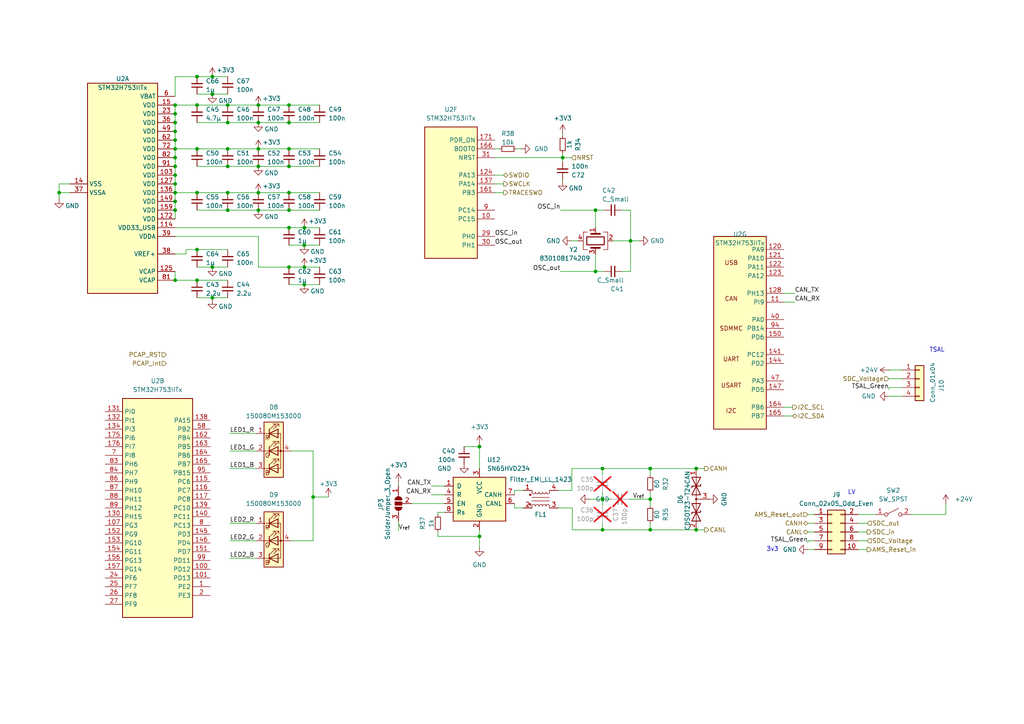
<source format=kicad_sch>
(kicad_sch
	(version 20231120)
	(generator "eeschema")
	(generator_version "8.0")
	(uuid "35b8a975-a1f8-4a47-8395-8e1ea283b386")
	(paper "A4")
	(lib_symbols
		(symbol "+3V3_1"
			(power)
			(pin_numbers hide)
			(pin_names
				(offset 0) hide)
			(exclude_from_sim no)
			(in_bom yes)
			(on_board yes)
			(property "Reference" "#PWR"
				(at 0 -3.81 0)
				(effects
					(font
						(size 1.27 1.27)
					)
					(hide yes)
				)
			)
			(property "Value" "+3V3"
				(at 0 3.556 0)
				(effects
					(font
						(size 1.27 1.27)
					)
				)
			)
			(property "Footprint" ""
				(at 0 0 0)
				(effects
					(font
						(size 1.27 1.27)
					)
					(hide yes)
				)
			)
			(property "Datasheet" ""
				(at 0 0 0)
				(effects
					(font
						(size 1.27 1.27)
					)
					(hide yes)
				)
			)
			(property "Description" "Power symbol creates a global label with name \"+3V3\""
				(at 0 0 0)
				(effects
					(font
						(size 1.27 1.27)
					)
					(hide yes)
				)
			)
			(property "ki_keywords" "global power"
				(at 0 0 0)
				(effects
					(font
						(size 1.27 1.27)
					)
					(hide yes)
				)
			)
			(symbol "+3V3_1_0_1"
				(polyline
					(pts
						(xy -0.762 1.27) (xy 0 2.54)
					)
					(stroke
						(width 0)
						(type default)
					)
					(fill
						(type none)
					)
				)
				(polyline
					(pts
						(xy 0 0) (xy 0 2.54)
					)
					(stroke
						(width 0)
						(type default)
					)
					(fill
						(type none)
					)
				)
				(polyline
					(pts
						(xy 0 2.54) (xy 0.762 1.27)
					)
					(stroke
						(width 0)
						(type default)
					)
					(fill
						(type none)
					)
				)
			)
			(symbol "+3V3_1_1_1"
				(pin power_in line
					(at 0 0 90)
					(length 0)
					(name "~"
						(effects
							(font
								(size 1.27 1.27)
							)
						)
					)
					(number "1"
						(effects
							(font
								(size 1.27 1.27)
							)
						)
					)
				)
			)
		)
		(symbol "+3V3_2"
			(power)
			(pin_numbers hide)
			(pin_names
				(offset 0) hide)
			(exclude_from_sim no)
			(in_bom yes)
			(on_board yes)
			(property "Reference" "#PWR"
				(at 0 -3.81 0)
				(effects
					(font
						(size 1.27 1.27)
					)
					(hide yes)
				)
			)
			(property "Value" "+3V3"
				(at 0 3.556 0)
				(effects
					(font
						(size 1.27 1.27)
					)
				)
			)
			(property "Footprint" ""
				(at 0 0 0)
				(effects
					(font
						(size 1.27 1.27)
					)
					(hide yes)
				)
			)
			(property "Datasheet" ""
				(at 0 0 0)
				(effects
					(font
						(size 1.27 1.27)
					)
					(hide yes)
				)
			)
			(property "Description" "Power symbol creates a global label with name \"+3V3\""
				(at 0 0 0)
				(effects
					(font
						(size 1.27 1.27)
					)
					(hide yes)
				)
			)
			(property "ki_keywords" "global power"
				(at 0 0 0)
				(effects
					(font
						(size 1.27 1.27)
					)
					(hide yes)
				)
			)
			(symbol "+3V3_2_0_1"
				(polyline
					(pts
						(xy -0.762 1.27) (xy 0 2.54)
					)
					(stroke
						(width 0)
						(type default)
					)
					(fill
						(type none)
					)
				)
				(polyline
					(pts
						(xy 0 0) (xy 0 2.54)
					)
					(stroke
						(width 0)
						(type default)
					)
					(fill
						(type none)
					)
				)
				(polyline
					(pts
						(xy 0 2.54) (xy 0.762 1.27)
					)
					(stroke
						(width 0)
						(type default)
					)
					(fill
						(type none)
					)
				)
			)
			(symbol "+3V3_2_1_1"
				(pin power_in line
					(at 0 0 90)
					(length 0)
					(name "~"
						(effects
							(font
								(size 1.27 1.27)
							)
						)
					)
					(number "1"
						(effects
							(font
								(size 1.27 1.27)
							)
						)
					)
				)
			)
		)
		(symbol "Connector_Generic:Conn_01x04"
			(pin_names
				(offset 1.016) hide)
			(exclude_from_sim no)
			(in_bom yes)
			(on_board yes)
			(property "Reference" "J"
				(at 0 5.08 0)
				(effects
					(font
						(size 1.27 1.27)
					)
				)
			)
			(property "Value" "Conn_01x04"
				(at 0 -7.62 0)
				(effects
					(font
						(size 1.27 1.27)
					)
				)
			)
			(property "Footprint" ""
				(at 0 0 0)
				(effects
					(font
						(size 1.27 1.27)
					)
					(hide yes)
				)
			)
			(property "Datasheet" "~"
				(at 0 0 0)
				(effects
					(font
						(size 1.27 1.27)
					)
					(hide yes)
				)
			)
			(property "Description" "Generic connector, single row, 01x04, script generated (kicad-library-utils/schlib/autogen/connector/)"
				(at 0 0 0)
				(effects
					(font
						(size 1.27 1.27)
					)
					(hide yes)
				)
			)
			(property "ki_keywords" "connector"
				(at 0 0 0)
				(effects
					(font
						(size 1.27 1.27)
					)
					(hide yes)
				)
			)
			(property "ki_fp_filters" "Connector*:*_1x??_*"
				(at 0 0 0)
				(effects
					(font
						(size 1.27 1.27)
					)
					(hide yes)
				)
			)
			(symbol "Conn_01x04_1_1"
				(rectangle
					(start -1.27 -4.953)
					(end 0 -5.207)
					(stroke
						(width 0.1524)
						(type default)
					)
					(fill
						(type none)
					)
				)
				(rectangle
					(start -1.27 -2.413)
					(end 0 -2.667)
					(stroke
						(width 0.1524)
						(type default)
					)
					(fill
						(type none)
					)
				)
				(rectangle
					(start -1.27 0.127)
					(end 0 -0.127)
					(stroke
						(width 0.1524)
						(type default)
					)
					(fill
						(type none)
					)
				)
				(rectangle
					(start -1.27 2.667)
					(end 0 2.413)
					(stroke
						(width 0.1524)
						(type default)
					)
					(fill
						(type none)
					)
				)
				(rectangle
					(start -1.27 3.81)
					(end 1.27 -6.35)
					(stroke
						(width 0.254)
						(type default)
					)
					(fill
						(type background)
					)
				)
				(pin passive line
					(at -5.08 2.54 0)
					(length 3.81)
					(name "Pin_1"
						(effects
							(font
								(size 1.27 1.27)
							)
						)
					)
					(number "1"
						(effects
							(font
								(size 1.27 1.27)
							)
						)
					)
				)
				(pin passive line
					(at -5.08 0 0)
					(length 3.81)
					(name "Pin_2"
						(effects
							(font
								(size 1.27 1.27)
							)
						)
					)
					(number "2"
						(effects
							(font
								(size 1.27 1.27)
							)
						)
					)
				)
				(pin passive line
					(at -5.08 -2.54 0)
					(length 3.81)
					(name "Pin_3"
						(effects
							(font
								(size 1.27 1.27)
							)
						)
					)
					(number "3"
						(effects
							(font
								(size 1.27 1.27)
							)
						)
					)
				)
				(pin passive line
					(at -5.08 -5.08 0)
					(length 3.81)
					(name "Pin_4"
						(effects
							(font
								(size 1.27 1.27)
							)
						)
					)
					(number "4"
						(effects
							(font
								(size 1.27 1.27)
							)
						)
					)
				)
			)
		)
		(symbol "Connector_Generic:Conn_02x05_Odd_Even"
			(pin_names
				(offset 1.016) hide)
			(exclude_from_sim no)
			(in_bom yes)
			(on_board yes)
			(property "Reference" "J"
				(at 1.27 7.62 0)
				(effects
					(font
						(size 1.27 1.27)
					)
				)
			)
			(property "Value" "Conn_02x05_Odd_Even"
				(at 1.27 -7.62 0)
				(effects
					(font
						(size 1.27 1.27)
					)
				)
			)
			(property "Footprint" ""
				(at 0 0 0)
				(effects
					(font
						(size 1.27 1.27)
					)
					(hide yes)
				)
			)
			(property "Datasheet" "~"
				(at 0 0 0)
				(effects
					(font
						(size 1.27 1.27)
					)
					(hide yes)
				)
			)
			(property "Description" "Generic connector, double row, 02x05, odd/even pin numbering scheme (row 1 odd numbers, row 2 even numbers), script generated (kicad-library-utils/schlib/autogen/connector/)"
				(at 0 0 0)
				(effects
					(font
						(size 1.27 1.27)
					)
					(hide yes)
				)
			)
			(property "ki_keywords" "connector"
				(at 0 0 0)
				(effects
					(font
						(size 1.27 1.27)
					)
					(hide yes)
				)
			)
			(property "ki_fp_filters" "Connector*:*_2x??_*"
				(at 0 0 0)
				(effects
					(font
						(size 1.27 1.27)
					)
					(hide yes)
				)
			)
			(symbol "Conn_02x05_Odd_Even_1_1"
				(rectangle
					(start -1.27 -4.953)
					(end 0 -5.207)
					(stroke
						(width 0.1524)
						(type default)
					)
					(fill
						(type none)
					)
				)
				(rectangle
					(start -1.27 -2.413)
					(end 0 -2.667)
					(stroke
						(width 0.1524)
						(type default)
					)
					(fill
						(type none)
					)
				)
				(rectangle
					(start -1.27 0.127)
					(end 0 -0.127)
					(stroke
						(width 0.1524)
						(type default)
					)
					(fill
						(type none)
					)
				)
				(rectangle
					(start -1.27 2.667)
					(end 0 2.413)
					(stroke
						(width 0.1524)
						(type default)
					)
					(fill
						(type none)
					)
				)
				(rectangle
					(start -1.27 5.207)
					(end 0 4.953)
					(stroke
						(width 0.1524)
						(type default)
					)
					(fill
						(type none)
					)
				)
				(rectangle
					(start -1.27 6.35)
					(end 3.81 -6.35)
					(stroke
						(width 0.254)
						(type default)
					)
					(fill
						(type background)
					)
				)
				(rectangle
					(start 3.81 -4.953)
					(end 2.54 -5.207)
					(stroke
						(width 0.1524)
						(type default)
					)
					(fill
						(type none)
					)
				)
				(rectangle
					(start 3.81 -2.413)
					(end 2.54 -2.667)
					(stroke
						(width 0.1524)
						(type default)
					)
					(fill
						(type none)
					)
				)
				(rectangle
					(start 3.81 0.127)
					(end 2.54 -0.127)
					(stroke
						(width 0.1524)
						(type default)
					)
					(fill
						(type none)
					)
				)
				(rectangle
					(start 3.81 2.667)
					(end 2.54 2.413)
					(stroke
						(width 0.1524)
						(type default)
					)
					(fill
						(type none)
					)
				)
				(rectangle
					(start 3.81 5.207)
					(end 2.54 4.953)
					(stroke
						(width 0.1524)
						(type default)
					)
					(fill
						(type none)
					)
				)
				(pin passive line
					(at -5.08 5.08 0)
					(length 3.81)
					(name "Pin_1"
						(effects
							(font
								(size 1.27 1.27)
							)
						)
					)
					(number "1"
						(effects
							(font
								(size 1.27 1.27)
							)
						)
					)
				)
				(pin passive line
					(at 7.62 -5.08 180)
					(length 3.81)
					(name "Pin_10"
						(effects
							(font
								(size 1.27 1.27)
							)
						)
					)
					(number "10"
						(effects
							(font
								(size 1.27 1.27)
							)
						)
					)
				)
				(pin passive line
					(at 7.62 5.08 180)
					(length 3.81)
					(name "Pin_2"
						(effects
							(font
								(size 1.27 1.27)
							)
						)
					)
					(number "2"
						(effects
							(font
								(size 1.27 1.27)
							)
						)
					)
				)
				(pin passive line
					(at -5.08 2.54 0)
					(length 3.81)
					(name "Pin_3"
						(effects
							(font
								(size 1.27 1.27)
							)
						)
					)
					(number "3"
						(effects
							(font
								(size 1.27 1.27)
							)
						)
					)
				)
				(pin passive line
					(at 7.62 2.54 180)
					(length 3.81)
					(name "Pin_4"
						(effects
							(font
								(size 1.27 1.27)
							)
						)
					)
					(number "4"
						(effects
							(font
								(size 1.27 1.27)
							)
						)
					)
				)
				(pin passive line
					(at -5.08 0 0)
					(length 3.81)
					(name "Pin_5"
						(effects
							(font
								(size 1.27 1.27)
							)
						)
					)
					(number "5"
						(effects
							(font
								(size 1.27 1.27)
							)
						)
					)
				)
				(pin passive line
					(at 7.62 0 180)
					(length 3.81)
					(name "Pin_6"
						(effects
							(font
								(size 1.27 1.27)
							)
						)
					)
					(number "6"
						(effects
							(font
								(size 1.27 1.27)
							)
						)
					)
				)
				(pin passive line
					(at -5.08 -2.54 0)
					(length 3.81)
					(name "Pin_7"
						(effects
							(font
								(size 1.27 1.27)
							)
						)
					)
					(number "7"
						(effects
							(font
								(size 1.27 1.27)
							)
						)
					)
				)
				(pin passive line
					(at 7.62 -2.54 180)
					(length 3.81)
					(name "Pin_8"
						(effects
							(font
								(size 1.27 1.27)
							)
						)
					)
					(number "8"
						(effects
							(font
								(size 1.27 1.27)
							)
						)
					)
				)
				(pin passive line
					(at -5.08 -5.08 0)
					(length 3.81)
					(name "Pin_9"
						(effects
							(font
								(size 1.27 1.27)
							)
						)
					)
					(number "9"
						(effects
							(font
								(size 1.27 1.27)
							)
						)
					)
				)
			)
		)
		(symbol "Device:C_Small"
			(pin_numbers hide)
			(pin_names
				(offset 0.254) hide)
			(exclude_from_sim no)
			(in_bom yes)
			(on_board yes)
			(property "Reference" "C"
				(at 0.254 1.778 0)
				(effects
					(font
						(size 1.27 1.27)
					)
					(justify left)
				)
			)
			(property "Value" "C_Small"
				(at 0.254 -2.032 0)
				(effects
					(font
						(size 1.27 1.27)
					)
					(justify left)
				)
			)
			(property "Footprint" ""
				(at 0 0 0)
				(effects
					(font
						(size 1.27 1.27)
					)
					(hide yes)
				)
			)
			(property "Datasheet" "~"
				(at 0 0 0)
				(effects
					(font
						(size 1.27 1.27)
					)
					(hide yes)
				)
			)
			(property "Description" "Unpolarized capacitor, small symbol"
				(at 0 0 0)
				(effects
					(font
						(size 1.27 1.27)
					)
					(hide yes)
				)
			)
			(property "ki_keywords" "capacitor cap"
				(at 0 0 0)
				(effects
					(font
						(size 1.27 1.27)
					)
					(hide yes)
				)
			)
			(property "ki_fp_filters" "C_*"
				(at 0 0 0)
				(effects
					(font
						(size 1.27 1.27)
					)
					(hide yes)
				)
			)
			(symbol "C_Small_0_1"
				(polyline
					(pts
						(xy -1.524 -0.508) (xy 1.524 -0.508)
					)
					(stroke
						(width 0.3302)
						(type default)
					)
					(fill
						(type none)
					)
				)
				(polyline
					(pts
						(xy -1.524 0.508) (xy 1.524 0.508)
					)
					(stroke
						(width 0.3048)
						(type default)
					)
					(fill
						(type none)
					)
				)
			)
			(symbol "C_Small_1_1"
				(pin passive line
					(at 0 2.54 270)
					(length 2.032)
					(name "~"
						(effects
							(font
								(size 1.27 1.27)
							)
						)
					)
					(number "1"
						(effects
							(font
								(size 1.27 1.27)
							)
						)
					)
				)
				(pin passive line
					(at 0 -2.54 90)
					(length 2.032)
					(name "~"
						(effects
							(font
								(size 1.27 1.27)
							)
						)
					)
					(number "2"
						(effects
							(font
								(size 1.27 1.27)
							)
						)
					)
				)
			)
		)
		(symbol "Device:Crystal_GND24"
			(pin_names
				(offset 1.016) hide)
			(exclude_from_sim no)
			(in_bom yes)
			(on_board yes)
			(property "Reference" "Y"
				(at 3.175 5.08 0)
				(effects
					(font
						(size 1.27 1.27)
					)
					(justify left)
				)
			)
			(property "Value" "Crystal_GND24"
				(at 3.175 3.175 0)
				(effects
					(font
						(size 1.27 1.27)
					)
					(justify left)
				)
			)
			(property "Footprint" ""
				(at 0 0 0)
				(effects
					(font
						(size 1.27 1.27)
					)
					(hide yes)
				)
			)
			(property "Datasheet" "~"
				(at 0 0 0)
				(effects
					(font
						(size 1.27 1.27)
					)
					(hide yes)
				)
			)
			(property "Description" "Four pin crystal, GND on pins 2 and 4"
				(at 0 0 0)
				(effects
					(font
						(size 1.27 1.27)
					)
					(hide yes)
				)
			)
			(property "ki_keywords" "quartz ceramic resonator oscillator"
				(at 0 0 0)
				(effects
					(font
						(size 1.27 1.27)
					)
					(hide yes)
				)
			)
			(property "ki_fp_filters" "Crystal*"
				(at 0 0 0)
				(effects
					(font
						(size 1.27 1.27)
					)
					(hide yes)
				)
			)
			(symbol "Crystal_GND24_0_1"
				(rectangle
					(start -1.143 2.54)
					(end 1.143 -2.54)
					(stroke
						(width 0.3048)
						(type default)
					)
					(fill
						(type none)
					)
				)
				(polyline
					(pts
						(xy -2.54 0) (xy -2.032 0)
					)
					(stroke
						(width 0)
						(type default)
					)
					(fill
						(type none)
					)
				)
				(polyline
					(pts
						(xy -2.032 -1.27) (xy -2.032 1.27)
					)
					(stroke
						(width 0.508)
						(type default)
					)
					(fill
						(type none)
					)
				)
				(polyline
					(pts
						(xy 0 -3.81) (xy 0 -3.556)
					)
					(stroke
						(width 0)
						(type default)
					)
					(fill
						(type none)
					)
				)
				(polyline
					(pts
						(xy 0 3.556) (xy 0 3.81)
					)
					(stroke
						(width 0)
						(type default)
					)
					(fill
						(type none)
					)
				)
				(polyline
					(pts
						(xy 2.032 -1.27) (xy 2.032 1.27)
					)
					(stroke
						(width 0.508)
						(type default)
					)
					(fill
						(type none)
					)
				)
				(polyline
					(pts
						(xy 2.032 0) (xy 2.54 0)
					)
					(stroke
						(width 0)
						(type default)
					)
					(fill
						(type none)
					)
				)
				(polyline
					(pts
						(xy -2.54 -2.286) (xy -2.54 -3.556) (xy 2.54 -3.556) (xy 2.54 -2.286)
					)
					(stroke
						(width 0)
						(type default)
					)
					(fill
						(type none)
					)
				)
				(polyline
					(pts
						(xy -2.54 2.286) (xy -2.54 3.556) (xy 2.54 3.556) (xy 2.54 2.286)
					)
					(stroke
						(width 0)
						(type default)
					)
					(fill
						(type none)
					)
				)
			)
			(symbol "Crystal_GND24_1_1"
				(pin passive line
					(at -3.81 0 0)
					(length 1.27)
					(name "1"
						(effects
							(font
								(size 1.27 1.27)
							)
						)
					)
					(number "1"
						(effects
							(font
								(size 1.27 1.27)
							)
						)
					)
				)
				(pin passive line
					(at 0 5.08 270)
					(length 1.27)
					(name "2"
						(effects
							(font
								(size 1.27 1.27)
							)
						)
					)
					(number "2"
						(effects
							(font
								(size 1.27 1.27)
							)
						)
					)
				)
				(pin passive line
					(at 3.81 0 180)
					(length 1.27)
					(name "3"
						(effects
							(font
								(size 1.27 1.27)
							)
						)
					)
					(number "3"
						(effects
							(font
								(size 1.27 1.27)
							)
						)
					)
				)
				(pin passive line
					(at 0 -5.08 90)
					(length 1.27)
					(name "4"
						(effects
							(font
								(size 1.27 1.27)
							)
						)
					)
					(number "4"
						(effects
							(font
								(size 1.27 1.27)
							)
						)
					)
				)
			)
		)
		(symbol "Device:D_TVS_Dual_AAC"
			(pin_names
				(offset 1.016) hide)
			(exclude_from_sim no)
			(in_bom yes)
			(on_board yes)
			(property "Reference" "D"
				(at 0 4.445 0)
				(effects
					(font
						(size 1.27 1.27)
					)
				)
			)
			(property "Value" "D_TVS_Dual_AAC"
				(at 0 2.54 0)
				(effects
					(font
						(size 1.27 1.27)
					)
				)
			)
			(property "Footprint" ""
				(at -3.81 0 0)
				(effects
					(font
						(size 1.27 1.27)
					)
					(hide yes)
				)
			)
			(property "Datasheet" "~"
				(at -3.81 0 0)
				(effects
					(font
						(size 1.27 1.27)
					)
					(hide yes)
				)
			)
			(property "Description" "Bidirectional dual transient-voltage-suppression diode, center on pin 3"
				(at 0 0 0)
				(effects
					(font
						(size 1.27 1.27)
					)
					(hide yes)
				)
			)
			(property "ki_keywords" "diode TVS thyrector"
				(at 0 0 0)
				(effects
					(font
						(size 1.27 1.27)
					)
					(hide yes)
				)
			)
			(symbol "D_TVS_Dual_AAC_0_0"
				(polyline
					(pts
						(xy 0 -1.27) (xy 0 0)
					)
					(stroke
						(width 0)
						(type default)
					)
					(fill
						(type none)
					)
				)
			)
			(symbol "D_TVS_Dual_AAC_0_1"
				(polyline
					(pts
						(xy -6.35 0) (xy 6.35 0)
					)
					(stroke
						(width 0)
						(type default)
					)
					(fill
						(type none)
					)
				)
				(polyline
					(pts
						(xy -3.302 1.27) (xy -3.81 1.27) (xy -3.81 -1.27) (xy -4.318 -1.27)
					)
					(stroke
						(width 0.254)
						(type default)
					)
					(fill
						(type none)
					)
				)
				(polyline
					(pts
						(xy 4.318 1.27) (xy 3.81 1.27) (xy 3.81 -1.27) (xy 3.302 -1.27)
					)
					(stroke
						(width 0.254)
						(type default)
					)
					(fill
						(type none)
					)
				)
				(polyline
					(pts
						(xy -6.35 1.27) (xy -1.27 -1.27) (xy -1.27 1.27) (xy -6.35 -1.27) (xy -6.35 1.27)
					)
					(stroke
						(width 0.254)
						(type default)
					)
					(fill
						(type none)
					)
				)
				(polyline
					(pts
						(xy 6.35 1.27) (xy 1.27 -1.27) (xy 1.27 1.27) (xy 6.35 -1.27) (xy 6.35 1.27)
					)
					(stroke
						(width 0.254)
						(type default)
					)
					(fill
						(type none)
					)
				)
				(circle
					(center 0 0)
					(radius 0.254)
					(stroke
						(width 0)
						(type default)
					)
					(fill
						(type outline)
					)
				)
			)
			(symbol "D_TVS_Dual_AAC_1_1"
				(pin passive line
					(at -8.89 0 0)
					(length 2.54)
					(name "A1"
						(effects
							(font
								(size 1.27 1.27)
							)
						)
					)
					(number "1"
						(effects
							(font
								(size 1.27 1.27)
							)
						)
					)
				)
				(pin passive line
					(at 8.89 0 180)
					(length 2.54)
					(name "A2"
						(effects
							(font
								(size 1.27 1.27)
							)
						)
					)
					(number "2"
						(effects
							(font
								(size 1.27 1.27)
							)
						)
					)
				)
				(pin input line
					(at 0 -3.81 90)
					(length 2.54)
					(name "common"
						(effects
							(font
								(size 1.27 1.27)
							)
						)
					)
					(number "3"
						(effects
							(font
								(size 1.27 1.27)
							)
						)
					)
				)
			)
		)
		(symbol "Device:Filter_EMI_LL_1423"
			(pin_names hide)
			(exclude_from_sim no)
			(in_bom yes)
			(on_board yes)
			(property "Reference" "FL"
				(at 0 4.445 0)
				(effects
					(font
						(size 1.27 1.27)
					)
				)
			)
			(property "Value" "Filter_EMI_LL_1423"
				(at 0 -4.445 0)
				(effects
					(font
						(size 1.27 1.27)
					)
				)
			)
			(property "Footprint" ""
				(at 0 -6.35 0)
				(effects
					(font
						(size 1.27 1.27)
					)
					(hide yes)
				)
			)
			(property "Datasheet" "~"
				(at 0 1.016 90)
				(effects
					(font
						(size 1.27 1.27)
					)
					(hide yes)
				)
			)
			(property "Description" "EMI 2-inductor filter, pin-connections 1-4 and 2-3"
				(at 0 0 0)
				(effects
					(font
						(size 1.27 1.27)
					)
					(hide yes)
				)
			)
			(property "ki_keywords" "EMI filter common-mode choke"
				(at 0 0 0)
				(effects
					(font
						(size 1.27 1.27)
					)
					(hide yes)
				)
			)
			(property "ki_fp_filters" "Bourns*SRF0905*"
				(at 0 0 0)
				(effects
					(font
						(size 1.27 1.27)
					)
					(hide yes)
				)
			)
			(symbol "Filter_EMI_LL_1423_0_1"
				(circle
					(center -3.048 -1.27)
					(radius 0.254)
					(stroke
						(width 0)
						(type default)
					)
					(fill
						(type outline)
					)
				)
				(circle
					(center -3.048 1.524)
					(radius 0.254)
					(stroke
						(width 0)
						(type default)
					)
					(fill
						(type outline)
					)
				)
				(arc
					(start -2.54 2.032)
					(mid -2.032 1.5262)
					(end -1.524 2.032)
					(stroke
						(width 0)
						(type default)
					)
					(fill
						(type none)
					)
				)
				(arc
					(start -1.524 -2.032)
					(mid -2.032 -1.5262)
					(end -2.54 -2.032)
					(stroke
						(width 0)
						(type default)
					)
					(fill
						(type none)
					)
				)
				(arc
					(start -1.524 2.032)
					(mid -1.016 1.5262)
					(end -0.508 2.032)
					(stroke
						(width 0)
						(type default)
					)
					(fill
						(type none)
					)
				)
				(arc
					(start -0.508 -2.032)
					(mid -1.016 -1.5262)
					(end -1.524 -2.032)
					(stroke
						(width 0)
						(type default)
					)
					(fill
						(type none)
					)
				)
				(arc
					(start -0.508 2.032)
					(mid 0 1.5262)
					(end 0.508 2.032)
					(stroke
						(width 0)
						(type default)
					)
					(fill
						(type none)
					)
				)
				(polyline
					(pts
						(xy -2.54 -2.032) (xy -2.54 -2.54)
					)
					(stroke
						(width 0)
						(type default)
					)
					(fill
						(type none)
					)
				)
				(polyline
					(pts
						(xy -2.54 0.508) (xy 2.54 0.508)
					)
					(stroke
						(width 0)
						(type default)
					)
					(fill
						(type none)
					)
				)
				(polyline
					(pts
						(xy -2.54 2.032) (xy -2.54 2.54)
					)
					(stroke
						(width 0)
						(type default)
					)
					(fill
						(type none)
					)
				)
				(polyline
					(pts
						(xy 2.54 -2.032) (xy 2.54 -2.54)
					)
					(stroke
						(width 0)
						(type default)
					)
					(fill
						(type none)
					)
				)
				(polyline
					(pts
						(xy 2.54 -0.508) (xy -2.54 -0.508)
					)
					(stroke
						(width 0)
						(type default)
					)
					(fill
						(type none)
					)
				)
				(polyline
					(pts
						(xy 2.54 2.54) (xy 2.54 2.032)
					)
					(stroke
						(width 0)
						(type default)
					)
					(fill
						(type none)
					)
				)
				(arc
					(start 0.508 -2.032)
					(mid 0 -1.5262)
					(end -0.508 -2.032)
					(stroke
						(width 0)
						(type default)
					)
					(fill
						(type none)
					)
				)
				(arc
					(start 0.508 2.032)
					(mid 1.016 1.5262)
					(end 1.524 2.032)
					(stroke
						(width 0)
						(type default)
					)
					(fill
						(type none)
					)
				)
				(arc
					(start 1.524 -2.032)
					(mid 1.016 -1.5262)
					(end 0.508 -2.032)
					(stroke
						(width 0)
						(type default)
					)
					(fill
						(type none)
					)
				)
				(arc
					(start 1.524 2.032)
					(mid 2.032 1.5262)
					(end 2.54 2.032)
					(stroke
						(width 0)
						(type default)
					)
					(fill
						(type none)
					)
				)
				(arc
					(start 2.54 -2.032)
					(mid 2.032 -1.5262)
					(end 1.524 -2.032)
					(stroke
						(width 0)
						(type default)
					)
					(fill
						(type none)
					)
				)
			)
			(symbol "Filter_EMI_LL_1423_1_1"
				(pin passive line
					(at -5.08 -2.54 0)
					(length 2.54)
					(name "1"
						(effects
							(font
								(size 1.27 1.27)
							)
						)
					)
					(number "1"
						(effects
							(font
								(size 1.27 1.27)
							)
						)
					)
				)
				(pin passive line
					(at -5.08 2.54 0)
					(length 2.54)
					(name "2"
						(effects
							(font
								(size 1.27 1.27)
							)
						)
					)
					(number "2"
						(effects
							(font
								(size 1.27 1.27)
							)
						)
					)
				)
				(pin passive line
					(at 5.08 2.54 180)
					(length 2.54)
					(name "3"
						(effects
							(font
								(size 1.27 1.27)
							)
						)
					)
					(number "3"
						(effects
							(font
								(size 1.27 1.27)
							)
						)
					)
				)
				(pin passive line
					(at 5.08 -2.54 180)
					(length 2.54)
					(name "4"
						(effects
							(font
								(size 1.27 1.27)
							)
						)
					)
					(number "4"
						(effects
							(font
								(size 1.27 1.27)
							)
						)
					)
				)
			)
		)
		(symbol "Device:LED_RGBA"
			(pin_names
				(offset 0) hide)
			(exclude_from_sim no)
			(in_bom yes)
			(on_board yes)
			(property "Reference" "D"
				(at 0 9.398 0)
				(effects
					(font
						(size 1.27 1.27)
					)
				)
			)
			(property "Value" "LED_RGBA"
				(at 0 -8.89 0)
				(effects
					(font
						(size 1.27 1.27)
					)
				)
			)
			(property "Footprint" ""
				(at 0 -1.27 0)
				(effects
					(font
						(size 1.27 1.27)
					)
					(hide yes)
				)
			)
			(property "Datasheet" "~"
				(at 0 -1.27 0)
				(effects
					(font
						(size 1.27 1.27)
					)
					(hide yes)
				)
			)
			(property "Description" "RGB LED, red/green/blue/anode"
				(at 0 0 0)
				(effects
					(font
						(size 1.27 1.27)
					)
					(hide yes)
				)
			)
			(property "ki_keywords" "LED RGB diode"
				(at 0 0 0)
				(effects
					(font
						(size 1.27 1.27)
					)
					(hide yes)
				)
			)
			(property "ki_fp_filters" "LED* LED_SMD:* LED_THT:*"
				(at 0 0 0)
				(effects
					(font
						(size 1.27 1.27)
					)
					(hide yes)
				)
			)
			(symbol "LED_RGBA_0_0"
				(text "B"
					(at -1.905 -6.35 0)
					(effects
						(font
							(size 1.27 1.27)
						)
					)
				)
				(text "G"
					(at -1.905 -1.27 0)
					(effects
						(font
							(size 1.27 1.27)
						)
					)
				)
				(text "R"
					(at -1.905 3.81 0)
					(effects
						(font
							(size 1.27 1.27)
						)
					)
				)
			)
			(symbol "LED_RGBA_0_1"
				(polyline
					(pts
						(xy -1.27 -5.08) (xy -2.54 -5.08)
					)
					(stroke
						(width 0)
						(type default)
					)
					(fill
						(type none)
					)
				)
				(polyline
					(pts
						(xy -1.27 -5.08) (xy 1.27 -5.08)
					)
					(stroke
						(width 0)
						(type default)
					)
					(fill
						(type none)
					)
				)
				(polyline
					(pts
						(xy -1.27 -3.81) (xy -1.27 -6.35)
					)
					(stroke
						(width 0.254)
						(type default)
					)
					(fill
						(type none)
					)
				)
				(polyline
					(pts
						(xy -1.27 0) (xy -2.54 0)
					)
					(stroke
						(width 0)
						(type default)
					)
					(fill
						(type none)
					)
				)
				(polyline
					(pts
						(xy -1.27 1.27) (xy -1.27 -1.27)
					)
					(stroke
						(width 0.254)
						(type default)
					)
					(fill
						(type none)
					)
				)
				(polyline
					(pts
						(xy -1.27 5.08) (xy -2.54 5.08)
					)
					(stroke
						(width 0)
						(type default)
					)
					(fill
						(type none)
					)
				)
				(polyline
					(pts
						(xy -1.27 5.08) (xy 1.27 5.08)
					)
					(stroke
						(width 0)
						(type default)
					)
					(fill
						(type none)
					)
				)
				(polyline
					(pts
						(xy -1.27 6.35) (xy -1.27 3.81)
					)
					(stroke
						(width 0.254)
						(type default)
					)
					(fill
						(type none)
					)
				)
				(polyline
					(pts
						(xy 1.27 0) (xy -1.27 0)
					)
					(stroke
						(width 0)
						(type default)
					)
					(fill
						(type none)
					)
				)
				(polyline
					(pts
						(xy 1.27 0) (xy 2.54 0)
					)
					(stroke
						(width 0)
						(type default)
					)
					(fill
						(type none)
					)
				)
				(polyline
					(pts
						(xy -1.27 1.27) (xy -1.27 -1.27) (xy -1.27 -1.27)
					)
					(stroke
						(width 0)
						(type default)
					)
					(fill
						(type none)
					)
				)
				(polyline
					(pts
						(xy -1.27 6.35) (xy -1.27 3.81) (xy -1.27 3.81)
					)
					(stroke
						(width 0)
						(type default)
					)
					(fill
						(type none)
					)
				)
				(polyline
					(pts
						(xy 1.27 -5.08) (xy 2.032 -5.08) (xy 2.032 5.08) (xy 1.27 5.08)
					)
					(stroke
						(width 0)
						(type default)
					)
					(fill
						(type none)
					)
				)
				(polyline
					(pts
						(xy 1.27 -3.81) (xy 1.27 -6.35) (xy -1.27 -5.08) (xy 1.27 -3.81)
					)
					(stroke
						(width 0.254)
						(type default)
					)
					(fill
						(type none)
					)
				)
				(polyline
					(pts
						(xy 1.27 1.27) (xy 1.27 -1.27) (xy -1.27 0) (xy 1.27 1.27)
					)
					(stroke
						(width 0.254)
						(type default)
					)
					(fill
						(type none)
					)
				)
				(polyline
					(pts
						(xy 1.27 6.35) (xy 1.27 3.81) (xy -1.27 5.08) (xy 1.27 6.35)
					)
					(stroke
						(width 0.254)
						(type default)
					)
					(fill
						(type none)
					)
				)
				(polyline
					(pts
						(xy -1.016 -3.81) (xy 0.508 -2.286) (xy -0.254 -2.286) (xy 0.508 -2.286) (xy 0.508 -3.048)
					)
					(stroke
						(width 0)
						(type default)
					)
					(fill
						(type none)
					)
				)
				(polyline
					(pts
						(xy -1.016 1.27) (xy 0.508 2.794) (xy -0.254 2.794) (xy 0.508 2.794) (xy 0.508 2.032)
					)
					(stroke
						(width 0)
						(type default)
					)
					(fill
						(type none)
					)
				)
				(polyline
					(pts
						(xy -1.016 6.35) (xy 0.508 7.874) (xy -0.254 7.874) (xy 0.508 7.874) (xy 0.508 7.112)
					)
					(stroke
						(width 0)
						(type default)
					)
					(fill
						(type none)
					)
				)
				(polyline
					(pts
						(xy 0 -3.81) (xy 1.524 -2.286) (xy 0.762 -2.286) (xy 1.524 -2.286) (xy 1.524 -3.048)
					)
					(stroke
						(width 0)
						(type default)
					)
					(fill
						(type none)
					)
				)
				(polyline
					(pts
						(xy 0 1.27) (xy 1.524 2.794) (xy 0.762 2.794) (xy 1.524 2.794) (xy 1.524 2.032)
					)
					(stroke
						(width 0)
						(type default)
					)
					(fill
						(type none)
					)
				)
				(polyline
					(pts
						(xy 0 6.35) (xy 1.524 7.874) (xy 0.762 7.874) (xy 1.524 7.874) (xy 1.524 7.112)
					)
					(stroke
						(width 0)
						(type default)
					)
					(fill
						(type none)
					)
				)
				(rectangle
					(start 1.27 -1.27)
					(end 1.27 1.27)
					(stroke
						(width 0)
						(type default)
					)
					(fill
						(type none)
					)
				)
				(rectangle
					(start 1.27 1.27)
					(end 1.27 1.27)
					(stroke
						(width 0)
						(type default)
					)
					(fill
						(type none)
					)
				)
				(rectangle
					(start 1.27 3.81)
					(end 1.27 6.35)
					(stroke
						(width 0)
						(type default)
					)
					(fill
						(type none)
					)
				)
				(rectangle
					(start 1.27 6.35)
					(end 1.27 6.35)
					(stroke
						(width 0)
						(type default)
					)
					(fill
						(type none)
					)
				)
				(circle
					(center 2.032 0)
					(radius 0.254)
					(stroke
						(width 0)
						(type default)
					)
					(fill
						(type outline)
					)
				)
				(rectangle
					(start 2.794 8.382)
					(end -2.794 -7.62)
					(stroke
						(width 0.254)
						(type default)
					)
					(fill
						(type background)
					)
				)
			)
			(symbol "LED_RGBA_1_1"
				(pin passive line
					(at -5.08 5.08 0)
					(length 2.54)
					(name "RK"
						(effects
							(font
								(size 1.27 1.27)
							)
						)
					)
					(number "1"
						(effects
							(font
								(size 1.27 1.27)
							)
						)
					)
				)
				(pin passive line
					(at -5.08 0 0)
					(length 2.54)
					(name "GK"
						(effects
							(font
								(size 1.27 1.27)
							)
						)
					)
					(number "2"
						(effects
							(font
								(size 1.27 1.27)
							)
						)
					)
				)
				(pin passive line
					(at -5.08 -5.08 0)
					(length 2.54)
					(name "BK"
						(effects
							(font
								(size 1.27 1.27)
							)
						)
					)
					(number "3"
						(effects
							(font
								(size 1.27 1.27)
							)
						)
					)
				)
				(pin passive line
					(at 5.08 0 180)
					(length 2.54)
					(name "A"
						(effects
							(font
								(size 1.27 1.27)
							)
						)
					)
					(number "4"
						(effects
							(font
								(size 1.27 1.27)
							)
						)
					)
				)
			)
		)
		(symbol "Device:R_Small"
			(pin_numbers hide)
			(pin_names
				(offset 0.254) hide)
			(exclude_from_sim no)
			(in_bom yes)
			(on_board yes)
			(property "Reference" "R"
				(at 0.762 0.508 0)
				(effects
					(font
						(size 1.27 1.27)
					)
					(justify left)
				)
			)
			(property "Value" "R_Small"
				(at 0.762 -1.016 0)
				(effects
					(font
						(size 1.27 1.27)
					)
					(justify left)
				)
			)
			(property "Footprint" ""
				(at 0 0 0)
				(effects
					(font
						(size 1.27 1.27)
					)
					(hide yes)
				)
			)
			(property "Datasheet" "~"
				(at 0 0 0)
				(effects
					(font
						(size 1.27 1.27)
					)
					(hide yes)
				)
			)
			(property "Description" "Resistor, small symbol"
				(at 0 0 0)
				(effects
					(font
						(size 1.27 1.27)
					)
					(hide yes)
				)
			)
			(property "ki_keywords" "R resistor"
				(at 0 0 0)
				(effects
					(font
						(size 1.27 1.27)
					)
					(hide yes)
				)
			)
			(property "ki_fp_filters" "R_*"
				(at 0 0 0)
				(effects
					(font
						(size 1.27 1.27)
					)
					(hide yes)
				)
			)
			(symbol "R_Small_0_1"
				(rectangle
					(start -0.762 1.778)
					(end 0.762 -1.778)
					(stroke
						(width 0.2032)
						(type default)
					)
					(fill
						(type none)
					)
				)
			)
			(symbol "R_Small_1_1"
				(pin passive line
					(at 0 2.54 270)
					(length 0.762)
					(name "~"
						(effects
							(font
								(size 1.27 1.27)
							)
						)
					)
					(number "1"
						(effects
							(font
								(size 1.27 1.27)
							)
						)
					)
				)
				(pin passive line
					(at 0 -2.54 90)
					(length 0.762)
					(name "~"
						(effects
							(font
								(size 1.27 1.27)
							)
						)
					)
					(number "2"
						(effects
							(font
								(size 1.27 1.27)
							)
						)
					)
				)
			)
		)
		(symbol "GND_1"
			(power)
			(pin_numbers hide)
			(pin_names
				(offset 0) hide)
			(exclude_from_sim no)
			(in_bom yes)
			(on_board yes)
			(property "Reference" "#PWR"
				(at 0 -6.35 0)
				(effects
					(font
						(size 1.27 1.27)
					)
					(hide yes)
				)
			)
			(property "Value" "GND"
				(at 0 -3.81 0)
				(effects
					(font
						(size 1.27 1.27)
					)
				)
			)
			(property "Footprint" ""
				(at 0 0 0)
				(effects
					(font
						(size 1.27 1.27)
					)
					(hide yes)
				)
			)
			(property "Datasheet" ""
				(at 0 0 0)
				(effects
					(font
						(size 1.27 1.27)
					)
					(hide yes)
				)
			)
			(property "Description" "Power symbol creates a global label with name \"GND\" , ground"
				(at 0 0 0)
				(effects
					(font
						(size 1.27 1.27)
					)
					(hide yes)
				)
			)
			(property "ki_keywords" "global power"
				(at 0 0 0)
				(effects
					(font
						(size 1.27 1.27)
					)
					(hide yes)
				)
			)
			(symbol "GND_1_0_1"
				(polyline
					(pts
						(xy 0 0) (xy 0 -1.27) (xy 1.27 -1.27) (xy 0 -2.54) (xy -1.27 -1.27) (xy 0 -1.27)
					)
					(stroke
						(width 0)
						(type default)
					)
					(fill
						(type none)
					)
				)
			)
			(symbol "GND_1_1_1"
				(pin power_in line
					(at 0 0 270)
					(length 0)
					(name "~"
						(effects
							(font
								(size 1.27 1.27)
							)
						)
					)
					(number "1"
						(effects
							(font
								(size 1.27 1.27)
							)
						)
					)
				)
			)
		)
		(symbol "Interface_CAN_LIN:SN65HVD234"
			(pin_names
				(offset 1.016)
			)
			(exclude_from_sim no)
			(in_bom yes)
			(on_board yes)
			(property "Reference" "U"
				(at -2.54 10.16 0)
				(effects
					(font
						(size 1.27 1.27)
					)
					(justify right)
				)
			)
			(property "Value" "SN65HVD234"
				(at -2.54 7.62 0)
				(effects
					(font
						(size 1.27 1.27)
					)
					(justify right)
				)
			)
			(property "Footprint" "Package_SO:SOIC-8_3.9x4.9mm_P1.27mm"
				(at 0 -12.7 0)
				(effects
					(font
						(size 1.27 1.27)
					)
					(hide yes)
				)
			)
			(property "Datasheet" "http://www.ti.com/lit/ds/symlink/sn65hvd234.pdf"
				(at -2.54 10.16 0)
				(effects
					(font
						(size 1.27 1.27)
					)
					(hide yes)
				)
			)
			(property "Description" "CAN Bus Transceiver, 3.3V, 1Mbps, Enable feature, SOIC-8"
				(at 0 0 0)
				(effects
					(font
						(size 1.27 1.27)
					)
					(hide yes)
				)
			)
			(property "ki_keywords" "can transeiver ti"
				(at 0 0 0)
				(effects
					(font
						(size 1.27 1.27)
					)
					(hide yes)
				)
			)
			(property "ki_fp_filters" "SOIC*3.9x4.9mm*P1.27mm*"
				(at 0 0 0)
				(effects
					(font
						(size 1.27 1.27)
					)
					(hide yes)
				)
			)
			(symbol "SN65HVD234_0_1"
				(rectangle
					(start -7.62 5.08)
					(end 7.62 -7.62)
					(stroke
						(width 0.254)
						(type default)
					)
					(fill
						(type background)
					)
				)
			)
			(symbol "SN65HVD234_1_1"
				(pin input line
					(at -10.16 2.54 0)
					(length 2.54)
					(name "D"
						(effects
							(font
								(size 1.27 1.27)
							)
						)
					)
					(number "1"
						(effects
							(font
								(size 1.27 1.27)
							)
						)
					)
				)
				(pin power_in line
					(at 0 -10.16 90)
					(length 2.54)
					(name "GND"
						(effects
							(font
								(size 1.27 1.27)
							)
						)
					)
					(number "2"
						(effects
							(font
								(size 1.27 1.27)
							)
						)
					)
				)
				(pin power_in line
					(at 0 7.62 270)
					(length 2.54)
					(name "VCC"
						(effects
							(font
								(size 1.27 1.27)
							)
						)
					)
					(number "3"
						(effects
							(font
								(size 1.27 1.27)
							)
						)
					)
				)
				(pin output line
					(at -10.16 0 0)
					(length 2.54)
					(name "R"
						(effects
							(font
								(size 1.27 1.27)
							)
						)
					)
					(number "4"
						(effects
							(font
								(size 1.27 1.27)
							)
						)
					)
				)
				(pin input line
					(at -10.16 -2.54 0)
					(length 2.54)
					(name "EN"
						(effects
							(font
								(size 1.27 1.27)
							)
						)
					)
					(number "5"
						(effects
							(font
								(size 1.27 1.27)
							)
						)
					)
				)
				(pin bidirectional line
					(at 10.16 -2.54 180)
					(length 2.54)
					(name "CANL"
						(effects
							(font
								(size 1.27 1.27)
							)
						)
					)
					(number "6"
						(effects
							(font
								(size 1.27 1.27)
							)
						)
					)
				)
				(pin bidirectional line
					(at 10.16 0 180)
					(length 2.54)
					(name "CANH"
						(effects
							(font
								(size 1.27 1.27)
							)
						)
					)
					(number "7"
						(effects
							(font
								(size 1.27 1.27)
							)
						)
					)
				)
				(pin input line
					(at -10.16 -5.08 0)
					(length 2.54)
					(name "Rs"
						(effects
							(font
								(size 1.27 1.27)
							)
						)
					)
					(number "8"
						(effects
							(font
								(size 1.27 1.27)
							)
						)
					)
				)
			)
		)
		(symbol "Jumper:SolderJumper_3_Open"
			(pin_names
				(offset 0) hide)
			(exclude_from_sim no)
			(in_bom yes)
			(on_board yes)
			(property "Reference" "JP"
				(at -2.54 -2.54 0)
				(effects
					(font
						(size 1.27 1.27)
					)
				)
			)
			(property "Value" "SolderJumper_3_Open"
				(at 0 2.794 0)
				(effects
					(font
						(size 1.27 1.27)
					)
				)
			)
			(property "Footprint" ""
				(at 0 0 0)
				(effects
					(font
						(size 1.27 1.27)
					)
					(hide yes)
				)
			)
			(property "Datasheet" "~"
				(at 0 0 0)
				(effects
					(font
						(size 1.27 1.27)
					)
					(hide yes)
				)
			)
			(property "Description" "Solder Jumper, 3-pole, open"
				(at 0 0 0)
				(effects
					(font
						(size 1.27 1.27)
					)
					(hide yes)
				)
			)
			(property "ki_keywords" "Solder Jumper SPDT"
				(at 0 0 0)
				(effects
					(font
						(size 1.27 1.27)
					)
					(hide yes)
				)
			)
			(property "ki_fp_filters" "SolderJumper*Open*"
				(at 0 0 0)
				(effects
					(font
						(size 1.27 1.27)
					)
					(hide yes)
				)
			)
			(symbol "SolderJumper_3_Open_0_1"
				(arc
					(start -1.016 1.016)
					(mid -2.0276 0)
					(end -1.016 -1.016)
					(stroke
						(width 0)
						(type default)
					)
					(fill
						(type none)
					)
				)
				(arc
					(start -1.016 1.016)
					(mid -2.0276 0)
					(end -1.016 -1.016)
					(stroke
						(width 0)
						(type default)
					)
					(fill
						(type outline)
					)
				)
				(rectangle
					(start -0.508 1.016)
					(end 0.508 -1.016)
					(stroke
						(width 0)
						(type default)
					)
					(fill
						(type outline)
					)
				)
				(polyline
					(pts
						(xy -2.54 0) (xy -2.032 0)
					)
					(stroke
						(width 0)
						(type default)
					)
					(fill
						(type none)
					)
				)
				(polyline
					(pts
						(xy -1.016 1.016) (xy -1.016 -1.016)
					)
					(stroke
						(width 0)
						(type default)
					)
					(fill
						(type none)
					)
				)
				(polyline
					(pts
						(xy 0 -1.27) (xy 0 -1.016)
					)
					(stroke
						(width 0)
						(type default)
					)
					(fill
						(type none)
					)
				)
				(polyline
					(pts
						(xy 1.016 1.016) (xy 1.016 -1.016)
					)
					(stroke
						(width 0)
						(type default)
					)
					(fill
						(type none)
					)
				)
				(polyline
					(pts
						(xy 2.54 0) (xy 2.032 0)
					)
					(stroke
						(width 0)
						(type default)
					)
					(fill
						(type none)
					)
				)
				(arc
					(start 1.016 -1.016)
					(mid 2.0276 0)
					(end 1.016 1.016)
					(stroke
						(width 0)
						(type default)
					)
					(fill
						(type none)
					)
				)
				(arc
					(start 1.016 -1.016)
					(mid 2.0276 0)
					(end 1.016 1.016)
					(stroke
						(width 0)
						(type default)
					)
					(fill
						(type outline)
					)
				)
			)
			(symbol "SolderJumper_3_Open_1_1"
				(pin passive line
					(at -5.08 0 0)
					(length 2.54)
					(name "A"
						(effects
							(font
								(size 1.27 1.27)
							)
						)
					)
					(number "1"
						(effects
							(font
								(size 1.27 1.27)
							)
						)
					)
				)
				(pin passive line
					(at 0 -3.81 90)
					(length 2.54)
					(name "C"
						(effects
							(font
								(size 1.27 1.27)
							)
						)
					)
					(number "2"
						(effects
							(font
								(size 1.27 1.27)
							)
						)
					)
				)
				(pin passive line
					(at 5.08 0 180)
					(length 2.54)
					(name "B"
						(effects
							(font
								(size 1.27 1.27)
							)
						)
					)
					(number "3"
						(effects
							(font
								(size 1.27 1.27)
							)
						)
					)
				)
			)
		)
		(symbol "STM32H753IITx_1"
			(exclude_from_sim no)
			(in_bom yes)
			(on_board yes)
			(property "Reference" "U"
				(at -11.684 0.762 0)
				(effects
					(font
						(size 1.27 1.27)
					)
					(justify left)
				)
			)
			(property "Value" "STM32H753IITx"
				(at -23.114 -2.54 0)
				(effects
					(font
						(size 1.27 1.27)
					)
					(justify left)
				)
			)
			(property "Footprint" "Package_QFP:LQFP-176_24x24mm_P0.5mm"
				(at 21.336 47.244 0)
				(effects
					(font
						(size 1.27 1.27)
					)
					(justify right)
					(hide yes)
				)
			)
			(property "Datasheet" "https://www.st.com/resource/en/datasheet/stm32h753ii.pdf"
				(at -3.556 43.18 0)
				(effects
					(font
						(size 1.27 1.27)
					)
					(hide yes)
				)
			)
			(property "Description" "STMicroelectronics Arm Cortex-M7 MCU, 2048KB flash, 1024KB RAM, 480 MHz, 1.62-3.6V, 140 GPIO, LQFP176"
				(at -3.556 43.18 0)
				(effects
					(font
						(size 1.27 1.27)
					)
					(hide yes)
				)
			)
			(property "ki_keywords" "Arm Cortex-M7 STM32H7 STM32H743/753"
				(at 0 0 0)
				(effects
					(font
						(size 1.27 1.27)
					)
					(hide yes)
				)
			)
			(property "ki_fp_filters" "LQFP*24x24mm*P0.5mm*"
				(at 0 0 0)
				(effects
					(font
						(size 1.27 1.27)
					)
					(hide yes)
				)
			)
			(symbol "STM32H753IITx_1_1_1"
				(rectangle
					(start -10.16 30.48)
					(end 10.16 -30.48)
					(stroke
						(width 0.254)
						(type default)
					)
					(fill
						(type background)
					)
				)
				(pin passive line
					(at -15.24 1.27 0)
					(length 5.08) hide
					(name "VSS"
						(effects
							(font
								(size 1.27 1.27)
							)
						)
					)
					(number "102"
						(effects
							(font
								(size 1.27 1.27)
							)
						)
					)
				)
				(pin power_in line
					(at 15.24 3.81 180)
					(length 5.08)
					(name "VDD"
						(effects
							(font
								(size 1.27 1.27)
							)
						)
					)
					(number "103"
						(effects
							(font
								(size 1.27 1.27)
							)
						)
					)
				)
				(pin passive line
					(at -15.24 1.27 0)
					(length 5.08) hide
					(name "VSS"
						(effects
							(font
								(size 1.27 1.27)
							)
						)
					)
					(number "113"
						(effects
							(font
								(size 1.27 1.27)
							)
						)
					)
				)
				(pin power_in line
					(at 15.24 -11.43 180)
					(length 5.08)
					(name "VDD33_USB"
						(effects
							(font
								(size 1.27 1.27)
							)
						)
					)
					(number "114"
						(effects
							(font
								(size 1.27 1.27)
							)
						)
					)
				)
				(pin power_out line
					(at 15.24 -24.13 180)
					(length 5.08)
					(name "VCAP"
						(effects
							(font
								(size 1.27 1.27)
							)
						)
					)
					(number "125"
						(effects
							(font
								(size 1.27 1.27)
							)
						)
					)
				)
				(pin passive line
					(at -15.24 1.27 0)
					(length 5.08) hide
					(name "VSS"
						(effects
							(font
								(size 1.27 1.27)
							)
						)
					)
					(number "126"
						(effects
							(font
								(size 1.27 1.27)
							)
						)
					)
				)
				(pin power_in line
					(at 15.24 1.27 180)
					(length 5.08)
					(name "VDD"
						(effects
							(font
								(size 1.27 1.27)
							)
						)
					)
					(number "127"
						(effects
							(font
								(size 1.27 1.27)
							)
						)
					)
				)
				(pin passive line
					(at -15.24 1.27 0)
					(length 5.08) hide
					(name "VSS"
						(effects
							(font
								(size 1.27 1.27)
							)
						)
					)
					(number "135"
						(effects
							(font
								(size 1.27 1.27)
							)
						)
					)
				)
				(pin power_in line
					(at 15.24 -1.27 180)
					(length 5.08)
					(name "VDD"
						(effects
							(font
								(size 1.27 1.27)
							)
						)
					)
					(number "136"
						(effects
							(font
								(size 1.27 1.27)
							)
						)
					)
				)
				(pin power_in line
					(at -15.24 1.27 0)
					(length 5.08)
					(name "VSS"
						(effects
							(font
								(size 1.27 1.27)
							)
						)
					)
					(number "14"
						(effects
							(font
								(size 1.27 1.27)
							)
						)
					)
				)
				(pin passive line
					(at -15.24 1.27 0)
					(length 5.08) hide
					(name "VSS"
						(effects
							(font
								(size 1.27 1.27)
							)
						)
					)
					(number "148"
						(effects
							(font
								(size 1.27 1.27)
							)
						)
					)
				)
				(pin power_in line
					(at 15.24 -3.81 180)
					(length 5.08)
					(name "VDD"
						(effects
							(font
								(size 1.27 1.27)
							)
						)
					)
					(number "149"
						(effects
							(font
								(size 1.27 1.27)
							)
						)
					)
				)
				(pin power_in line
					(at 15.24 24.13 180)
					(length 5.08)
					(name "VDD"
						(effects
							(font
								(size 1.27 1.27)
							)
						)
					)
					(number "15"
						(effects
							(font
								(size 1.27 1.27)
							)
						)
					)
				)
				(pin passive line
					(at -15.24 1.27 0)
					(length 5.08) hide
					(name "VSS"
						(effects
							(font
								(size 1.27 1.27)
							)
						)
					)
					(number "158"
						(effects
							(font
								(size 1.27 1.27)
							)
						)
					)
				)
				(pin power_in line
					(at 15.24 -6.35 180)
					(length 5.08)
					(name "VDD"
						(effects
							(font
								(size 1.27 1.27)
							)
						)
					)
					(number "159"
						(effects
							(font
								(size 1.27 1.27)
							)
						)
					)
				)
				(pin power_in line
					(at 15.24 -8.89 180)
					(length 5.08)
					(name "VDD"
						(effects
							(font
								(size 1.27 1.27)
							)
						)
					)
					(number "172"
						(effects
							(font
								(size 1.27 1.27)
							)
						)
					)
				)
				(pin passive line
					(at -15.24 1.27 0)
					(length 5.08) hide
					(name "VSS"
						(effects
							(font
								(size 1.27 1.27)
							)
						)
					)
					(number "22"
						(effects
							(font
								(size 1.27 1.27)
							)
						)
					)
				)
				(pin power_in line
					(at 15.24 21.59 180)
					(length 5.08)
					(name "VDD"
						(effects
							(font
								(size 1.27 1.27)
							)
						)
					)
					(number "23"
						(effects
							(font
								(size 1.27 1.27)
							)
						)
					)
				)
				(pin power_in line
					(at 15.24 19.05 180)
					(length 5.08)
					(name "VDD"
						(effects
							(font
								(size 1.27 1.27)
							)
						)
					)
					(number "36"
						(effects
							(font
								(size 1.27 1.27)
							)
						)
					)
				)
				(pin power_in line
					(at -15.24 -1.27 0)
					(length 5.08)
					(name "VSSA"
						(effects
							(font
								(size 1.27 1.27)
							)
						)
					)
					(number "37"
						(effects
							(font
								(size 1.27 1.27)
							)
						)
					)
				)
				(pin input line
					(at 15.24 -19.05 180)
					(length 5.08)
					(name "VREF+"
						(effects
							(font
								(size 1.27 1.27)
							)
						)
					)
					(number "38"
						(effects
							(font
								(size 1.27 1.27)
							)
						)
					)
					(alternate "VREFBUF_OUT" bidirectional line)
				)
				(pin power_in line
					(at 15.24 -13.97 180)
					(length 5.08)
					(name "VDDA"
						(effects
							(font
								(size 1.27 1.27)
							)
						)
					)
					(number "39"
						(effects
							(font
								(size 1.27 1.27)
							)
						)
					)
				)
				(pin passive line
					(at -15.24 1.27 0)
					(length 5.08) hide
					(name "VSS"
						(effects
							(font
								(size 1.27 1.27)
							)
						)
					)
					(number "48"
						(effects
							(font
								(size 1.27 1.27)
							)
						)
					)
				)
				(pin power_in line
					(at 15.24 16.51 180)
					(length 5.08)
					(name "VDD"
						(effects
							(font
								(size 1.27 1.27)
							)
						)
					)
					(number "49"
						(effects
							(font
								(size 1.27 1.27)
							)
						)
					)
				)
				(pin power_in line
					(at 15.24 26.67 180)
					(length 5.08)
					(name "VBAT"
						(effects
							(font
								(size 1.27 1.27)
							)
						)
					)
					(number "6"
						(effects
							(font
								(size 1.27 1.27)
							)
						)
					)
				)
				(pin passive line
					(at -15.24 1.27 0)
					(length 5.08) hide
					(name "VSS"
						(effects
							(font
								(size 1.27 1.27)
							)
						)
					)
					(number "61"
						(effects
							(font
								(size 1.27 1.27)
							)
						)
					)
				)
				(pin power_in line
					(at 15.24 13.97 180)
					(length 5.08)
					(name "VDD"
						(effects
							(font
								(size 1.27 1.27)
							)
						)
					)
					(number "62"
						(effects
							(font
								(size 1.27 1.27)
							)
						)
					)
				)
				(pin passive line
					(at -15.24 1.27 0)
					(length 5.08) hide
					(name "VSS"
						(effects
							(font
								(size 1.27 1.27)
							)
						)
					)
					(number "71"
						(effects
							(font
								(size 1.27 1.27)
							)
						)
					)
				)
				(pin power_in line
					(at 15.24 11.43 180)
					(length 5.08)
					(name "VDD"
						(effects
							(font
								(size 1.27 1.27)
							)
						)
					)
					(number "72"
						(effects
							(font
								(size 1.27 1.27)
							)
						)
					)
				)
				(pin power_out line
					(at 15.24 -26.67 180)
					(length 5.08)
					(name "VCAP"
						(effects
							(font
								(size 1.27 1.27)
							)
						)
					)
					(number "81"
						(effects
							(font
								(size 1.27 1.27)
							)
						)
					)
				)
				(pin power_in line
					(at 15.24 8.89 180)
					(length 5.08)
					(name "VDD"
						(effects
							(font
								(size 1.27 1.27)
							)
						)
					)
					(number "82"
						(effects
							(font
								(size 1.27 1.27)
							)
						)
					)
				)
				(pin passive line
					(at -15.24 1.27 0)
					(length 5.08) hide
					(name "VSS"
						(effects
							(font
								(size 1.27 1.27)
							)
						)
					)
					(number "90"
						(effects
							(font
								(size 1.27 1.27)
							)
						)
					)
				)
				(pin power_in line
					(at 15.24 6.35 180)
					(length 5.08)
					(name "VDD"
						(effects
							(font
								(size 1.27 1.27)
							)
						)
					)
					(number "91"
						(effects
							(font
								(size 1.27 1.27)
							)
						)
					)
				)
			)
			(symbol "STM32H753IITx_1_2_1"
				(rectangle
					(start -10.16 31.75)
					(end 10.16 -31.75)
					(stroke
						(width 0.254)
						(type default)
					)
					(fill
						(type background)
					)
				)
				(pin bidirectional line
					(at 15.24 -22.86 180)
					(length 5.08)
					(name "PE2"
						(effects
							(font
								(size 1.27 1.27)
							)
						)
					)
					(number "1"
						(effects
							(font
								(size 1.27 1.27)
							)
						)
					)
					(alternate "DEBUG_TRACECLK" bidirectional line)
					(alternate "ETH_TXD3" bidirectional line)
					(alternate "FMC_A23" bidirectional line)
					(alternate "QUADSPI_BK1_IO2" bidirectional line)
					(alternate "SAI1_CK1" bidirectional line)
					(alternate "SAI1_MCLK_A" bidirectional line)
					(alternate "SAI4_CK1" bidirectional line)
					(alternate "SAI4_MCLK_A" bidirectional line)
					(alternate "SPI4_SCK" bidirectional line)
				)
				(pin bidirectional line
					(at 15.24 -17.78 180)
					(length 5.08)
					(name "PD12"
						(effects
							(font
								(size 1.27 1.27)
							)
						)
					)
					(number "100"
						(effects
							(font
								(size 1.27 1.27)
							)
						)
					)
					(alternate "FMC_A17" bidirectional line)
					(alternate "FMC_ALE" bidirectional line)
					(alternate "I2C4_SCL" bidirectional line)
					(alternate "LPTIM1_IN1" bidirectional line)
					(alternate "LPTIM2_IN1" bidirectional line)
					(alternate "QUADSPI_BK1_IO1" bidirectional line)
					(alternate "SAI2_FS_A" bidirectional line)
					(alternate "TIM4_CH1" bidirectional line)
					(alternate "USART3_DE" bidirectional line)
					(alternate "USART3_RTS" bidirectional line)
				)
				(pin bidirectional line
					(at 15.24 -20.32 180)
					(length 5.08)
					(name "PD13"
						(effects
							(font
								(size 1.27 1.27)
							)
						)
					)
					(number "101"
						(effects
							(font
								(size 1.27 1.27)
							)
						)
					)
					(alternate "FMC_A18" bidirectional line)
					(alternate "I2C4_SDA" bidirectional line)
					(alternate "LPTIM1_OUT" bidirectional line)
					(alternate "QUADSPI_BK1_IO3" bidirectional line)
					(alternate "SAI2_SCK_A" bidirectional line)
					(alternate "TIM4_CH2" bidirectional line)
				)
				(pin bidirectional line
					(at -15.24 -5.08 0)
					(length 5.08)
					(name "PG3"
						(effects
							(font
								(size 1.27 1.27)
							)
						)
					)
					(number "107"
						(effects
							(font
								(size 1.27 1.27)
							)
						)
					)
					(alternate "FMC_A13" bidirectional line)
					(alternate "TIM8_BKIN2" bidirectional line)
					(alternate "TIM8_BKIN2_COMP1" bidirectional line)
					(alternate "TIM8_BKIN2_COMP2" bidirectional line)
				)
				(pin bidirectional line
					(at 15.24 7.62 180)
					(length 5.08)
					(name "PC6"
						(effects
							(font
								(size 1.27 1.27)
							)
						)
					)
					(number "115"
						(effects
							(font
								(size 1.27 1.27)
							)
						)
					)
					(alternate "DCMI_D0" bidirectional line)
					(alternate "DFSDM1_CKIN3" bidirectional line)
					(alternate "FMC_NWAIT" bidirectional line)
					(alternate "HRTIM_CHA1" bidirectional line)
					(alternate "I2S2_MCK" bidirectional line)
					(alternate "LTDC_HSYNC" bidirectional line)
					(alternate "SDMMC1_D0DIR" bidirectional line)
					(alternate "SDMMC1_D6" bidirectional line)
					(alternate "SDMMC2_D6" bidirectional line)
					(alternate "SWPMI1_IO" bidirectional line)
					(alternate "TIM3_CH1" bidirectional line)
					(alternate "TIM8_CH1" bidirectional line)
					(alternate "USART6_TX" bidirectional line)
				)
				(pin bidirectional line
					(at 15.24 5.08 180)
					(length 5.08)
					(name "PC7"
						(effects
							(font
								(size 1.27 1.27)
							)
						)
					)
					(number "116"
						(effects
							(font
								(size 1.27 1.27)
							)
						)
					)
					(alternate "DCMI_D1" bidirectional line)
					(alternate "DEBUG_TRGIO" bidirectional line)
					(alternate "DFSDM1_DATIN3" bidirectional line)
					(alternate "FMC_NE1" bidirectional line)
					(alternate "HRTIM_CHA2" bidirectional line)
					(alternate "I2S3_MCK" bidirectional line)
					(alternate "LTDC_G6" bidirectional line)
					(alternate "SDMMC1_D123DIR" bidirectional line)
					(alternate "SDMMC1_D7" bidirectional line)
					(alternate "SDMMC2_D7" bidirectional line)
					(alternate "SWPMI1_TX" bidirectional line)
					(alternate "TIM3_CH2" bidirectional line)
					(alternate "TIM8_CH2" bidirectional line)
					(alternate "USART6_RX" bidirectional line)
				)
				(pin bidirectional line
					(at 15.24 2.54 180)
					(length 5.08)
					(name "PC8"
						(effects
							(font
								(size 1.27 1.27)
							)
						)
					)
					(number "117"
						(effects
							(font
								(size 1.27 1.27)
							)
						)
					)
					(alternate "DCMI_D2" bidirectional line)
					(alternate "DEBUG_TRACED1" bidirectional line)
					(alternate "FMC_NCE" bidirectional line)
					(alternate "FMC_NE2" bidirectional line)
					(alternate "HRTIM_CHB1" bidirectional line)
					(alternate "SDMMC1_D0" bidirectional line)
					(alternate "SWPMI1_RX" bidirectional line)
					(alternate "TIM3_CH3" bidirectional line)
					(alternate "TIM8_CH3" bidirectional line)
					(alternate "UART5_DE" bidirectional line)
					(alternate "UART5_RTS" bidirectional line)
					(alternate "USART6_CK" bidirectional line)
				)
				(pin bidirectional line
					(at -15.24 -2.54 0)
					(length 5.08)
					(name "PH15"
						(effects
							(font
								(size 1.27 1.27)
							)
						)
					)
					(number "130"
						(effects
							(font
								(size 1.27 1.27)
							)
						)
					)
					(alternate "ADC1_EXTI15" bidirectional line)
					(alternate "ADC2_EXTI15" bidirectional line)
					(alternate "ADC3_EXTI15" bidirectional line)
					(alternate "DCMI_D11" bidirectional line)
					(alternate "FMC_D23" bidirectional line)
					(alternate "LTDC_G4" bidirectional line)
					(alternate "TIM8_CH3N" bidirectional line)
				)
				(pin bidirectional line
					(at -15.24 27.94 0)
					(length 5.08)
					(name "PI0"
						(effects
							(font
								(size 1.27 1.27)
							)
						)
					)
					(number "131"
						(effects
							(font
								(size 1.27 1.27)
							)
						)
					)
					(alternate "DCMI_D13" bidirectional line)
					(alternate "FMC_D24" bidirectional line)
					(alternate "I2S2_WS" bidirectional line)
					(alternate "LTDC_G5" bidirectional line)
					(alternate "SPI2_NSS" bidirectional line)
					(alternate "TIM5_CH4" bidirectional line)
				)
				(pin bidirectional line
					(at -15.24 25.4 0)
					(length 5.08)
					(name "PI1"
						(effects
							(font
								(size 1.27 1.27)
							)
						)
					)
					(number "132"
						(effects
							(font
								(size 1.27 1.27)
							)
						)
					)
					(alternate "DCMI_D8" bidirectional line)
					(alternate "FMC_D25" bidirectional line)
					(alternate "I2S2_CK" bidirectional line)
					(alternate "LTDC_G6" bidirectional line)
					(alternate "SPI2_SCK" bidirectional line)
					(alternate "TIM8_BKIN2" bidirectional line)
					(alternate "TIM8_BKIN2_COMP1" bidirectional line)
					(alternate "TIM8_BKIN2_COMP2" bidirectional line)
				)
				(pin bidirectional line
					(at -15.24 22.86 0)
					(length 5.08)
					(name "PI3"
						(effects
							(font
								(size 1.27 1.27)
							)
						)
					)
					(number "134"
						(effects
							(font
								(size 1.27 1.27)
							)
						)
					)
					(alternate "DCMI_D10" bidirectional line)
					(alternate "FMC_D27" bidirectional line)
					(alternate "I2S2_SDO" bidirectional line)
					(alternate "SPI2_MOSI" bidirectional line)
					(alternate "TIM8_ETR" bidirectional line)
				)
				(pin bidirectional line
					(at 15.24 25.4 180)
					(length 5.08)
					(name "PA15"
						(effects
							(font
								(size 1.27 1.27)
							)
						)
					)
					(number "138"
						(effects
							(font
								(size 1.27 1.27)
							)
						)
					)
					(alternate "ADC1_EXTI15" bidirectional line)
					(alternate "ADC2_EXTI15" bidirectional line)
					(alternate "ADC3_EXTI15" bidirectional line)
					(alternate "CEC" bidirectional line)
					(alternate "DEBUG_JTDI" bidirectional line)
					(alternate "HRTIM_FLT1" bidirectional line)
					(alternate "I2S1_WS" bidirectional line)
					(alternate "I2S3_WS" bidirectional line)
					(alternate "SPI1_NSS" bidirectional line)
					(alternate "SPI3_NSS" bidirectional line)
					(alternate "SPI6_NSS" bidirectional line)
					(alternate "TIM2_CH1" bidirectional line)
					(alternate "TIM2_ETR" bidirectional line)
					(alternate "UART4_DE" bidirectional line)
					(alternate "UART4_RTS" bidirectional line)
					(alternate "UART7_TX" bidirectional line)
				)
				(pin bidirectional line
					(at 15.24 0 180)
					(length 5.08)
					(name "PC10"
						(effects
							(font
								(size 1.27 1.27)
							)
						)
					)
					(number "139"
						(effects
							(font
								(size 1.27 1.27)
							)
						)
					)
					(alternate "DCMI_D8" bidirectional line)
					(alternate "DFSDM1_CKIN5" bidirectional line)
					(alternate "HRTIM_EEV1" bidirectional line)
					(alternate "I2S3_CK" bidirectional line)
					(alternate "LTDC_R2" bidirectional line)
					(alternate "QUADSPI_BK1_IO1" bidirectional line)
					(alternate "SDMMC1_D2" bidirectional line)
					(alternate "SPI3_SCK" bidirectional line)
					(alternate "UART4_TX" bidirectional line)
					(alternate "USART3_TX" bidirectional line)
				)
				(pin bidirectional line
					(at 15.24 -2.54 180)
					(length 5.08)
					(name "PC11"
						(effects
							(font
								(size 1.27 1.27)
							)
						)
					)
					(number "140"
						(effects
							(font
								(size 1.27 1.27)
							)
						)
					)
					(alternate "ADC1_EXTI11" bidirectional line)
					(alternate "ADC2_EXTI11" bidirectional line)
					(alternate "ADC3_EXTI11" bidirectional line)
					(alternate "DCMI_D4" bidirectional line)
					(alternate "DFSDM1_DATIN5" bidirectional line)
					(alternate "HRTIM_FLT2" bidirectional line)
					(alternate "I2S3_SDI" bidirectional line)
					(alternate "QUADSPI_BK2_NCS" bidirectional line)
					(alternate "SDMMC1_D3" bidirectional line)
					(alternate "SPI3_MISO" bidirectional line)
					(alternate "UART4_RX" bidirectional line)
					(alternate "USART3_RX" bidirectional line)
				)
				(pin bidirectional line
					(at 15.24 -7.62 180)
					(length 5.08)
					(name "PD3"
						(effects
							(font
								(size 1.27 1.27)
							)
						)
					)
					(number "145"
						(effects
							(font
								(size 1.27 1.27)
							)
						)
					)
					(alternate "DCMI_D5" bidirectional line)
					(alternate "DFSDM1_CKOUT" bidirectional line)
					(alternate "FMC_CLK" bidirectional line)
					(alternate "I2S2_CK" bidirectional line)
					(alternate "LTDC_G7" bidirectional line)
					(alternate "SPI2_SCK" bidirectional line)
					(alternate "USART2_CTS" bidirectional line)
					(alternate "USART2_NSS" bidirectional line)
				)
				(pin bidirectional line
					(at 15.24 -10.16 180)
					(length 5.08)
					(name "PD4"
						(effects
							(font
								(size 1.27 1.27)
							)
						)
					)
					(number "146"
						(effects
							(font
								(size 1.27 1.27)
							)
						)
					)
					(alternate "FMC_NOE" bidirectional line)
					(alternate "HRTIM_FLT3" bidirectional line)
					(alternate "SAI3_FS_A" bidirectional line)
					(alternate "USART2_DE" bidirectional line)
					(alternate "USART2_RTS" bidirectional line)
				)
				(pin bidirectional line
					(at 15.24 -12.7 180)
					(length 5.08)
					(name "PD7"
						(effects
							(font
								(size 1.27 1.27)
							)
						)
					)
					(number "151"
						(effects
							(font
								(size 1.27 1.27)
							)
						)
					)
					(alternate "DFSDM1_CKIN1" bidirectional line)
					(alternate "DFSDM1_DATIN4" bidirectional line)
					(alternate "FMC_NE1" bidirectional line)
					(alternate "I2S1_SDO" bidirectional line)
					(alternate "SDMMC2_CMD" bidirectional line)
					(alternate "SPDIFRX1_IN0" bidirectional line)
					(alternate "SPI1_MOSI" bidirectional line)
					(alternate "USART2_CK" bidirectional line)
				)
				(pin bidirectional line
					(at -15.24 -7.62 0)
					(length 5.08)
					(name "PG9"
						(effects
							(font
								(size 1.27 1.27)
							)
						)
					)
					(number "152"
						(effects
							(font
								(size 1.27 1.27)
							)
						)
					)
					(alternate "DAC1_EXTI9" bidirectional line)
					(alternate "DCMI_VSYNC" bidirectional line)
					(alternate "FMC_NCE" bidirectional line)
					(alternate "FMC_NE2" bidirectional line)
					(alternate "I2S1_SDI" bidirectional line)
					(alternate "QUADSPI_BK2_IO2" bidirectional line)
					(alternate "SAI2_FS_B" bidirectional line)
					(alternate "SPDIFRX1_IN3" bidirectional line)
					(alternate "SPI1_MISO" bidirectional line)
					(alternate "USART6_RX" bidirectional line)
				)
				(pin bidirectional line
					(at -15.24 -10.16 0)
					(length 5.08)
					(name "PG10"
						(effects
							(font
								(size 1.27 1.27)
							)
						)
					)
					(number "153"
						(effects
							(font
								(size 1.27 1.27)
							)
						)
					)
					(alternate "DCMI_D2" bidirectional line)
					(alternate "FMC_NE3" bidirectional line)
					(alternate "HRTIM_FLT5" bidirectional line)
					(alternate "I2S1_WS" bidirectional line)
					(alternate "LTDC_B2" bidirectional line)
					(alternate "LTDC_G3" bidirectional line)
					(alternate "SAI2_SD_B" bidirectional line)
					(alternate "SPI1_NSS" bidirectional line)
				)
				(pin bidirectional line
					(at -15.24 -12.7 0)
					(length 5.08)
					(name "PG11"
						(effects
							(font
								(size 1.27 1.27)
							)
						)
					)
					(number "154"
						(effects
							(font
								(size 1.27 1.27)
							)
						)
					)
					(alternate "ADC1_EXTI11" bidirectional line)
					(alternate "ADC2_EXTI11" bidirectional line)
					(alternate "ADC3_EXTI11" bidirectional line)
					(alternate "DCMI_D3" bidirectional line)
					(alternate "ETH_TX_EN" bidirectional line)
					(alternate "HRTIM_EEV4" bidirectional line)
					(alternate "I2S1_CK" bidirectional line)
					(alternate "LPTIM1_IN2" bidirectional line)
					(alternate "LTDC_B3" bidirectional line)
					(alternate "SDMMC2_D2" bidirectional line)
					(alternate "SPDIFRX1_IN0" bidirectional line)
					(alternate "SPI1_SCK" bidirectional line)
				)
				(pin bidirectional line
					(at -15.24 -15.24 0)
					(length 5.08)
					(name "PG13"
						(effects
							(font
								(size 1.27 1.27)
							)
						)
					)
					(number "156"
						(effects
							(font
								(size 1.27 1.27)
							)
						)
					)
					(alternate "DEBUG_TRACED0" bidirectional line)
					(alternate "ETH_TXD0" bidirectional line)
					(alternate "FMC_A24" bidirectional line)
					(alternate "HRTIM_EEV10" bidirectional line)
					(alternate "LPTIM1_OUT" bidirectional line)
					(alternate "LTDC_R0" bidirectional line)
					(alternate "SPI6_SCK" bidirectional line)
					(alternate "USART6_CTS" bidirectional line)
					(alternate "USART6_NSS" bidirectional line)
				)
				(pin bidirectional line
					(at -15.24 -17.78 0)
					(length 5.08)
					(name "PG14"
						(effects
							(font
								(size 1.27 1.27)
							)
						)
					)
					(number "157"
						(effects
							(font
								(size 1.27 1.27)
							)
						)
					)
					(alternate "DEBUG_TRACED1" bidirectional line)
					(alternate "ETH_TXD1" bidirectional line)
					(alternate "FMC_A25" bidirectional line)
					(alternate "LPTIM1_ETR" bidirectional line)
					(alternate "LTDC_B0" bidirectional line)
					(alternate "QUADSPI_BK2_IO3" bidirectional line)
					(alternate "SPI6_MOSI" bidirectional line)
					(alternate "USART6_TX" bidirectional line)
				)
				(pin bidirectional line
					(at 15.24 20.32 180)
					(length 5.08)
					(name "PB4"
						(effects
							(font
								(size 1.27 1.27)
							)
						)
					)
					(number "162"
						(effects
							(font
								(size 1.27 1.27)
							)
						)
					)
					(alternate "DEBUG_JTRST" bidirectional line)
					(alternate "HRTIM_EEV6" bidirectional line)
					(alternate "I2S1_SDI" bidirectional line)
					(alternate "I2S2_WS" bidirectional line)
					(alternate "I2S3_SDI" bidirectional line)
					(alternate "SDMMC2_D3" bidirectional line)
					(alternate "SPI1_MISO" bidirectional line)
					(alternate "SPI2_NSS" bidirectional line)
					(alternate "SPI3_MISO" bidirectional line)
					(alternate "SPI6_MISO" bidirectional line)
					(alternate "TIM16_BKIN" bidirectional line)
					(alternate "TIM3_CH1" bidirectional line)
					(alternate "UART7_TX" bidirectional line)
				)
				(pin bidirectional line
					(at 15.24 17.78 180)
					(length 5.08)
					(name "PB5"
						(effects
							(font
								(size 1.27 1.27)
							)
						)
					)
					(number "163"
						(effects
							(font
								(size 1.27 1.27)
							)
						)
					)
					(alternate "DCMI_D10" bidirectional line)
					(alternate "ETH_PPS_OUT" bidirectional line)
					(alternate "FDCAN2_RX" bidirectional line)
					(alternate "FMC_SDCKE1" bidirectional line)
					(alternate "HRTIM_EEV7" bidirectional line)
					(alternate "I2C1_SMBA" bidirectional line)
					(alternate "I2C4_SMBA" bidirectional line)
					(alternate "I2S1_SDO" bidirectional line)
					(alternate "I2S3_SDO" bidirectional line)
					(alternate "SPI1_MOSI" bidirectional line)
					(alternate "SPI3_MOSI" bidirectional line)
					(alternate "SPI6_MOSI" bidirectional line)
					(alternate "TIM17_BKIN" bidirectional line)
					(alternate "TIM3_CH2" bidirectional line)
					(alternate "UART5_RX" bidirectional line)
					(alternate "USB_OTG_HS_ULPI_D7" bidirectional line)
				)
				(pin bidirectional line
					(at -15.24 20.32 0)
					(length 5.08)
					(name "PI6"
						(effects
							(font
								(size 1.27 1.27)
							)
						)
					)
					(number "175"
						(effects
							(font
								(size 1.27 1.27)
							)
						)
					)
					(alternate "DCMI_D6" bidirectional line)
					(alternate "FMC_D28" bidirectional line)
					(alternate "LTDC_B6" bidirectional line)
					(alternate "SAI2_SD_A" bidirectional line)
					(alternate "TIM8_CH2" bidirectional line)
				)
				(pin bidirectional line
					(at -15.24 17.78 0)
					(length 5.08)
					(name "PI7"
						(effects
							(font
								(size 1.27 1.27)
							)
						)
					)
					(number "176"
						(effects
							(font
								(size 1.27 1.27)
							)
						)
					)
					(alternate "DCMI_D7" bidirectional line)
					(alternate "FMC_D29" bidirectional line)
					(alternate "LTDC_B7" bidirectional line)
					(alternate "SAI2_FS_A" bidirectional line)
					(alternate "TIM8_CH3" bidirectional line)
				)
				(pin bidirectional line
					(at 15.24 -25.4 180)
					(length 5.08)
					(name "PE3"
						(effects
							(font
								(size 1.27 1.27)
							)
						)
					)
					(number "2"
						(effects
							(font
								(size 1.27 1.27)
							)
						)
					)
					(alternate "DEBUG_TRACED0" bidirectional line)
					(alternate "FMC_A19" bidirectional line)
					(alternate "SAI1_SD_B" bidirectional line)
					(alternate "SAI4_SD_B" bidirectional line)
					(alternate "TIM15_BKIN" bidirectional line)
				)
				(pin bidirectional line
					(at -15.24 -20.32 0)
					(length 5.08)
					(name "PF6"
						(effects
							(font
								(size 1.27 1.27)
							)
						)
					)
					(number "24"
						(effects
							(font
								(size 1.27 1.27)
							)
						)
					)
					(alternate "ADC3_INN4" bidirectional line)
					(alternate "ADC3_INP8" bidirectional line)
					(alternate "QUADSPI_BK1_IO3" bidirectional line)
					(alternate "SAI1_SD_B" bidirectional line)
					(alternate "SAI4_SD_B" bidirectional line)
					(alternate "SPI5_NSS" bidirectional line)
					(alternate "TIM16_CH1" bidirectional line)
					(alternate "UART7_RX" bidirectional line)
				)
				(pin bidirectional line
					(at -15.24 -22.86 0)
					(length 5.08)
					(name "PF7"
						(effects
							(font
								(size 1.27 1.27)
							)
						)
					)
					(number "25"
						(effects
							(font
								(size 1.27 1.27)
							)
						)
					)
					(alternate "ADC3_INP3" bidirectional line)
					(alternate "QUADSPI_BK1_IO2" bidirectional line)
					(alternate "SAI1_MCLK_B" bidirectional line)
					(alternate "SAI4_MCLK_B" bidirectional line)
					(alternate "SPI5_SCK" bidirectional line)
					(alternate "TIM17_CH1" bidirectional line)
					(alternate "UART7_TX" bidirectional line)
				)
				(pin bidirectional line
					(at -15.24 -25.4 0)
					(length 5.08)
					(name "PF8"
						(effects
							(font
								(size 1.27 1.27)
							)
						)
					)
					(number "26"
						(effects
							(font
								(size 1.27 1.27)
							)
						)
					)
					(alternate "ADC3_INN3" bidirectional line)
					(alternate "ADC3_INP7" bidirectional line)
					(alternate "QUADSPI_BK1_IO0" bidirectional line)
					(alternate "SAI1_SCK_B" bidirectional line)
					(alternate "SAI4_SCK_B" bidirectional line)
					(alternate "SPI5_MISO" bidirectional line)
					(alternate "TIM13_CH1" bidirectional line)
					(alternate "TIM16_CH1N" bidirectional line)
					(alternate "UART7_DE" bidirectional line)
					(alternate "UART7_RTS" bidirectional line)
				)
				(pin bidirectional line
					(at -15.24 -27.94 0)
					(length 5.08)
					(name "PF9"
						(effects
							(font
								(size 1.27 1.27)
							)
						)
					)
					(number "27"
						(effects
							(font
								(size 1.27 1.27)
							)
						)
					)
					(alternate "ADC3_INP2" bidirectional line)
					(alternate "DAC1_EXTI9" bidirectional line)
					(alternate "QUADSPI_BK1_IO1" bidirectional line)
					(alternate "SAI1_FS_B" bidirectional line)
					(alternate "SAI4_FS_B" bidirectional line)
					(alternate "SPI5_MOSI" bidirectional line)
					(alternate "TIM14_CH1" bidirectional line)
					(alternate "TIM17_CH1N" bidirectional line)
					(alternate "UART7_CTS" bidirectional line)
				)
				(pin bidirectional line
					(at 15.24 22.86 180)
					(length 5.08)
					(name "PB2"
						(effects
							(font
								(size 1.27 1.27)
							)
						)
					)
					(number "58"
						(effects
							(font
								(size 1.27 1.27)
							)
						)
					)
					(alternate "COMP1_INP" bidirectional line)
					(alternate "DFSDM1_CKIN1" bidirectional line)
					(alternate "ETH_TX_ER" bidirectional line)
					(alternate "I2S3_SDO" bidirectional line)
					(alternate "QUADSPI_CLK" bidirectional line)
					(alternate "RTC_OUT_ALARM" bidirectional line)
					(alternate "RTC_OUT_CALIB" bidirectional line)
					(alternate "SAI1_D1" bidirectional line)
					(alternate "SAI1_SD_A" bidirectional line)
					(alternate "SAI4_D1" bidirectional line)
					(alternate "SAI4_SD_A" bidirectional line)
					(alternate "SPI3_MOSI" bidirectional line)
				)
				(pin bidirectional line
					(at -15.24 15.24 0)
					(length 5.08)
					(name "PI8"
						(effects
							(font
								(size 1.27 1.27)
							)
						)
					)
					(number "7"
						(effects
							(font
								(size 1.27 1.27)
							)
						)
					)
					(alternate "PWR_WKUP3" bidirectional line)
					(alternate "RTC_TAMP2" bidirectional line)
				)
				(pin bidirectional line
					(at 15.24 -5.08 180)
					(length 5.08)
					(name "PC13"
						(effects
							(font
								(size 1.27 1.27)
							)
						)
					)
					(number "8"
						(effects
							(font
								(size 1.27 1.27)
							)
						)
					)
					(alternate "PWR_WKUP4" bidirectional line)
					(alternate "RTC_OUT_ALARM" bidirectional line)
					(alternate "RTC_OUT_CALIB" bidirectional line)
					(alternate "RTC_TAMP1" bidirectional line)
					(alternate "RTC_TS" bidirectional line)
				)
				(pin bidirectional line
					(at -15.24 12.7 0)
					(length 5.08)
					(name "PH6"
						(effects
							(font
								(size 1.27 1.27)
							)
						)
					)
					(number "83"
						(effects
							(font
								(size 1.27 1.27)
							)
						)
					)
					(alternate "DCMI_D8" bidirectional line)
					(alternate "ETH_RXD2" bidirectional line)
					(alternate "FMC_SDNE1" bidirectional line)
					(alternate "I2C2_SMBA" bidirectional line)
					(alternate "SPI5_SCK" bidirectional line)
					(alternate "TIM12_CH1" bidirectional line)
				)
				(pin bidirectional line
					(at -15.24 10.16 0)
					(length 5.08)
					(name "PH7"
						(effects
							(font
								(size 1.27 1.27)
							)
						)
					)
					(number "84"
						(effects
							(font
								(size 1.27 1.27)
							)
						)
					)
					(alternate "DCMI_D9" bidirectional line)
					(alternate "ETH_RXD3" bidirectional line)
					(alternate "FMC_SDCKE1" bidirectional line)
					(alternate "I2C3_SCL" bidirectional line)
					(alternate "SPI5_MISO" bidirectional line)
				)
				(pin bidirectional line
					(at -15.24 7.62 0)
					(length 5.08)
					(name "PH9"
						(effects
							(font
								(size 1.27 1.27)
							)
						)
					)
					(number "86"
						(effects
							(font
								(size 1.27 1.27)
							)
						)
					)
					(alternate "DAC1_EXTI9" bidirectional line)
					(alternate "DCMI_D0" bidirectional line)
					(alternate "FMC_D17" bidirectional line)
					(alternate "I2C3_SMBA" bidirectional line)
					(alternate "LTDC_R3" bidirectional line)
					(alternate "TIM12_CH2" bidirectional line)
				)
				(pin bidirectional line
					(at -15.24 5.08 0)
					(length 5.08)
					(name "PH10"
						(effects
							(font
								(size 1.27 1.27)
							)
						)
					)
					(number "87"
						(effects
							(font
								(size 1.27 1.27)
							)
						)
					)
					(alternate "DCMI_D1" bidirectional line)
					(alternate "FMC_D18" bidirectional line)
					(alternate "I2C4_SMBA" bidirectional line)
					(alternate "LTDC_R4" bidirectional line)
					(alternate "TIM5_CH1" bidirectional line)
				)
				(pin bidirectional line
					(at -15.24 2.54 0)
					(length 5.08)
					(name "PH11"
						(effects
							(font
								(size 1.27 1.27)
							)
						)
					)
					(number "88"
						(effects
							(font
								(size 1.27 1.27)
							)
						)
					)
					(alternate "ADC1_EXTI11" bidirectional line)
					(alternate "ADC2_EXTI11" bidirectional line)
					(alternate "ADC3_EXTI11" bidirectional line)
					(alternate "DCMI_D2" bidirectional line)
					(alternate "FMC_D19" bidirectional line)
					(alternate "I2C4_SCL" bidirectional line)
					(alternate "LTDC_R5" bidirectional line)
					(alternate "TIM5_CH2" bidirectional line)
				)
				(pin bidirectional line
					(at -15.24 0 0)
					(length 5.08)
					(name "PH12"
						(effects
							(font
								(size 1.27 1.27)
							)
						)
					)
					(number "89"
						(effects
							(font
								(size 1.27 1.27)
							)
						)
					)
					(alternate "DCMI_D3" bidirectional line)
					(alternate "FMC_D20" bidirectional line)
					(alternate "I2C4_SDA" bidirectional line)
					(alternate "LTDC_R6" bidirectional line)
					(alternate "TIM5_CH3" bidirectional line)
				)
				(pin bidirectional line
					(at 15.24 10.16 180)
					(length 5.08)
					(name "PB15"
						(effects
							(font
								(size 1.27 1.27)
							)
						)
					)
					(number "95"
						(effects
							(font
								(size 1.27 1.27)
							)
						)
					)
					(alternate "ADC1_EXTI15" bidirectional line)
					(alternate "ADC2_EXTI15" bidirectional line)
					(alternate "ADC3_EXTI15" bidirectional line)
					(alternate "DFSDM1_CKIN2" bidirectional line)
					(alternate "I2S2_SDO" bidirectional line)
					(alternate "RTC_REFIN" bidirectional line)
					(alternate "SDMMC2_D1" bidirectional line)
					(alternate "SPI2_MOSI" bidirectional line)
					(alternate "TIM12_CH2" bidirectional line)
					(alternate "TIM1_CH3N" bidirectional line)
					(alternate "TIM8_CH3N" bidirectional line)
					(alternate "UART4_CTS" bidirectional line)
					(alternate "USART1_RX" bidirectional line)
					(alternate "USB_OTG_HS_DP" bidirectional line)
				)
				(pin bidirectional line
					(at 15.24 -15.24 180)
					(length 5.08)
					(name "PD11"
						(effects
							(font
								(size 1.27 1.27)
							)
						)
					)
					(number "99"
						(effects
							(font
								(size 1.27 1.27)
							)
						)
					)
					(alternate "ADC1_EXTI11" bidirectional line)
					(alternate "ADC2_EXTI11" bidirectional line)
					(alternate "ADC3_EXTI11" bidirectional line)
					(alternate "FMC_A16" bidirectional line)
					(alternate "FMC_CLE" bidirectional line)
					(alternate "I2C4_SMBA" bidirectional line)
					(alternate "LPTIM2_IN2" bidirectional line)
					(alternate "QUADSPI_BK1_IO0" bidirectional line)
					(alternate "SAI2_SD_A" bidirectional line)
					(alternate "USART3_CTS" bidirectional line)
					(alternate "USART3_NSS" bidirectional line)
				)
			)
			(symbol "STM32H753IITx_1_3_1"
				(rectangle
					(start -6.35 38.1)
					(end 6.35 -38.1)
					(stroke
						(width 0.254)
						(type default)
					)
					(fill
						(type background)
					)
				)
				(text "LTDC"
					(at -2.54 0 0)
					(effects
						(font
							(size 1.27 1.27)
						)
					)
				)
				(pin bidirectional line
					(at 11.43 -3.81 180)
					(length 5.08)
					(name "PG6"
						(effects
							(font
								(size 1.27 1.27)
							)
						)
					)
					(number "110"
						(effects
							(font
								(size 1.27 1.27)
							)
						)
					)
					(alternate "DCMI_D12" bidirectional line)
					(alternate "FMC_NE3" bidirectional line)
					(alternate "HRTIM_CHE1" bidirectional line)
					(alternate "LTDC_R7" bidirectional line)
					(alternate "QUADSPI_BK1_NCS" bidirectional line)
					(alternate "TIM17_BKIN" bidirectional line)
				)
				(pin bidirectional line
					(at 11.43 -6.35 180)
					(length 5.08)
					(name "PG7"
						(effects
							(font
								(size 1.27 1.27)
							)
						)
					)
					(number "111"
						(effects
							(font
								(size 1.27 1.27)
							)
						)
					)
					(alternate "DCMI_D13" bidirectional line)
					(alternate "FMC_INT" bidirectional line)
					(alternate "HRTIM_CHE2" bidirectional line)
					(alternate "LTDC_CLK" bidirectional line)
					(alternate "SAI1_MCLK_A" bidirectional line)
					(alternate "USART6_CK" bidirectional line)
				)
				(pin bidirectional line
					(at 11.43 8.89 180)
					(length 5.08)
					(name "PC9"
						(effects
							(font
								(size 1.27 1.27)
							)
						)
					)
					(number "118"
						(effects
							(font
								(size 1.27 1.27)
							)
						)
					)
					(alternate "DAC1_EXTI9" bidirectional line)
					(alternate "DCMI_D3" bidirectional line)
					(alternate "I2C3_SDA" bidirectional line)
					(alternate "I2S_CKIN" bidirectional line)
					(alternate "LTDC_B2" bidirectional line)
					(alternate "LTDC_G3" bidirectional line)
					(alternate "QUADSPI_BK1_IO0" bidirectional line)
					(alternate "RCC_MCO_2" bidirectional line)
					(alternate "SDMMC1_D1" bidirectional line)
					(alternate "SWPMI1_SUSPEND" bidirectional line)
					(alternate "TIM3_CH4" bidirectional line)
					(alternate "TIM8_CH4" bidirectional line)
					(alternate "UART5_CTS" bidirectional line)
				)
				(pin bidirectional line
					(at 11.43 26.67 180)
					(length 5.08)
					(name "PA8"
						(effects
							(font
								(size 1.27 1.27)
							)
						)
					)
					(number "119"
						(effects
							(font
								(size 1.27 1.27)
							)
						)
					)
					(alternate "HRTIM_CHB2" bidirectional line)
					(alternate "I2C3_SCL" bidirectional line)
					(alternate "LTDC_B3" bidirectional line)
					(alternate "LTDC_R6" bidirectional line)
					(alternate "RCC_MCO_1" bidirectional line)
					(alternate "TIM1_CH1" bidirectional line)
					(alternate "TIM8_BKIN2" bidirectional line)
					(alternate "TIM8_BKIN2_COMP1" bidirectional line)
					(alternate "TIM8_BKIN2_COMP2" bidirectional line)
					(alternate "UART7_RX" bidirectional line)
					(alternate "USART1_CK" bidirectional line)
					(alternate "USB_OTG_FS_SOF" bidirectional line)
				)
				(pin bidirectional line
					(at 11.43 -31.75 180)
					(length 5.08)
					(name "PI10"
						(effects
							(font
								(size 1.27 1.27)
							)
						)
					)
					(number "12"
						(effects
							(font
								(size 1.27 1.27)
							)
						)
					)
					(alternate "ETH_RX_ER" bidirectional line)
					(alternate "FMC_D31" bidirectional line)
					(alternate "LTDC_HSYNC" bidirectional line)
				)
				(pin bidirectional line
					(at 11.43 -21.59 180)
					(length 5.08)
					(name "PH14"
						(effects
							(font
								(size 1.27 1.27)
							)
						)
					)
					(number "129"
						(effects
							(font
								(size 1.27 1.27)
							)
						)
					)
					(alternate "DCMI_D4" bidirectional line)
					(alternate "FDCAN1_RX" bidirectional line)
					(alternate "FMC_D22" bidirectional line)
					(alternate "LTDC_G3" bidirectional line)
					(alternate "TIM8_CH2N" bidirectional line)
					(alternate "UART4_RX" bidirectional line)
				)
				(pin bidirectional line
					(at 11.43 -34.29 180)
					(length 5.08)
					(name "PI11"
						(effects
							(font
								(size 1.27 1.27)
							)
						)
					)
					(number "13"
						(effects
							(font
								(size 1.27 1.27)
							)
						)
					)
					(alternate "ADC1_EXTI11" bidirectional line)
					(alternate "ADC2_EXTI11" bidirectional line)
					(alternate "ADC3_EXTI11" bidirectional line)
					(alternate "LTDC_G6" bidirectional line)
					(alternate "PWR_WKUP5" bidirectional line)
					(alternate "USB_OTG_HS_ULPI_DIR" bidirectional line)
				)
				(pin bidirectional line
					(at 11.43 -24.13 180)
					(length 5.08)
					(name "PI2"
						(effects
							(font
								(size 1.27 1.27)
							)
						)
					)
					(number "133"
						(effects
							(font
								(size 1.27 1.27)
							)
						)
					)
					(alternate "DCMI_D9" bidirectional line)
					(alternate "FMC_D26" bidirectional line)
					(alternate "I2S2_SDI" bidirectional line)
					(alternate "LTDC_G7" bidirectional line)
					(alternate "SPI2_MISO" bidirectional line)
					(alternate "TIM8_CH4" bidirectional line)
				)
				(pin bidirectional line
					(at 11.43 -8.89 180)
					(length 5.08)
					(name "PG12"
						(effects
							(font
								(size 1.27 1.27)
							)
						)
					)
					(number "155"
						(effects
							(font
								(size 1.27 1.27)
							)
						)
					)
					(alternate "ETH_TXD1" bidirectional line)
					(alternate "FMC_NE4" bidirectional line)
					(alternate "HRTIM_EEV5" bidirectional line)
					(alternate "LPTIM1_IN1" bidirectional line)
					(alternate "LTDC_B1" bidirectional line)
					(alternate "LTDC_B4" bidirectional line)
					(alternate "SPDIFRX1_IN1" bidirectional line)
					(alternate "SPI6_MISO" bidirectional line)
					(alternate "USART6_DE" bidirectional line)
					(alternate "USART6_RTS" bidirectional line)
				)
				(pin bidirectional line
					(at 11.43 19.05 180)
					(length 5.08)
					(name "PB8"
						(effects
							(font
								(size 1.27 1.27)
							)
						)
					)
					(number "167"
						(effects
							(font
								(size 1.27 1.27)
							)
						)
					)
					(alternate "DCMI_D6" bidirectional line)
					(alternate "DFSDM1_CKIN7" bidirectional line)
					(alternate "ETH_TXD3" bidirectional line)
					(alternate "FDCAN1_RX" bidirectional line)
					(alternate "I2C1_SCL" bidirectional line)
					(alternate "I2C4_SCL" bidirectional line)
					(alternate "LTDC_B6" bidirectional line)
					(alternate "SDMMC1_CKIN" bidirectional line)
					(alternate "SDMMC1_D4" bidirectional line)
					(alternate "SDMMC2_D4" bidirectional line)
					(alternate "TIM16_CH1" bidirectional line)
					(alternate "TIM4_CH3" bidirectional line)
					(alternate "UART4_RX" bidirectional line)
				)
				(pin bidirectional line
					(at 11.43 16.51 180)
					(length 5.08)
					(name "PB9"
						(effects
							(font
								(size 1.27 1.27)
							)
						)
					)
					(number "168"
						(effects
							(font
								(size 1.27 1.27)
							)
						)
					)
					(alternate "DAC1_EXTI9" bidirectional line)
					(alternate "DCMI_D7" bidirectional line)
					(alternate "DFSDM1_DATIN7" bidirectional line)
					(alternate "FDCAN1_TX" bidirectional line)
					(alternate "I2C1_SDA" bidirectional line)
					(alternate "I2C4_SDA" bidirectional line)
					(alternate "I2C4_SMBA" bidirectional line)
					(alternate "I2S2_WS" bidirectional line)
					(alternate "LTDC_B7" bidirectional line)
					(alternate "SDMMC1_CDIR" bidirectional line)
					(alternate "SDMMC1_D5" bidirectional line)
					(alternate "SDMMC2_D5" bidirectional line)
					(alternate "SPI2_NSS" bidirectional line)
					(alternate "TIM17_CH1" bidirectional line)
					(alternate "TIM4_CH4" bidirectional line)
					(alternate "UART4_TX" bidirectional line)
				)
				(pin bidirectional line
					(at 11.43 -26.67 180)
					(length 5.08)
					(name "PI4"
						(effects
							(font
								(size 1.27 1.27)
							)
						)
					)
					(number "173"
						(effects
							(font
								(size 1.27 1.27)
							)
						)
					)
					(alternate "DCMI_D5" bidirectional line)
					(alternate "FMC_NBL2" bidirectional line)
					(alternate "LTDC_B4" bidirectional line)
					(alternate "SAI2_MCLK_A" bidirectional line)
					(alternate "TIM8_BKIN" bidirectional line)
					(alternate "TIM8_BKIN_COMP1" bidirectional line)
					(alternate "TIM8_BKIN_COMP2" bidirectional line)
				)
				(pin bidirectional line
					(at 11.43 -29.21 180)
					(length 5.08)
					(name "PI5"
						(effects
							(font
								(size 1.27 1.27)
							)
						)
					)
					(number "174"
						(effects
							(font
								(size 1.27 1.27)
							)
						)
					)
					(alternate "DCMI_VSYNC" bidirectional line)
					(alternate "FMC_NBL3" bidirectional line)
					(alternate "LTDC_B5" bidirectional line)
					(alternate "SAI2_SCK_A" bidirectional line)
					(alternate "TIM8_CH1" bidirectional line)
				)
				(pin bidirectional line
					(at 11.43 -1.27 180)
					(length 5.08)
					(name "PF10"
						(effects
							(font
								(size 1.27 1.27)
							)
						)
					)
					(number "28"
						(effects
							(font
								(size 1.27 1.27)
							)
						)
					)
					(alternate "ADC3_INN2" bidirectional line)
					(alternate "ADC3_INP6" bidirectional line)
					(alternate "DCMI_D11" bidirectional line)
					(alternate "LTDC_DE" bidirectional line)
					(alternate "QUADSPI_CLK" bidirectional line)
					(alternate "SAI1_D3" bidirectional line)
					(alternate "SAI4_D3" bidirectional line)
					(alternate "TIM16_BKIN" bidirectional line)
				)
				(pin bidirectional line
					(at 11.43 6.35 180)
					(length 5.08)
					(name "PE4"
						(effects
							(font
								(size 1.27 1.27)
							)
						)
					)
					(number "3"
						(effects
							(font
								(size 1.27 1.27)
							)
						)
					)
					(alternate "DCMI_D4" bidirectional line)
					(alternate "DEBUG_TRACED1" bidirectional line)
					(alternate "DFSDM1_DATIN3" bidirectional line)
					(alternate "FMC_A20" bidirectional line)
					(alternate "LTDC_B0" bidirectional line)
					(alternate "SAI1_D2" bidirectional line)
					(alternate "SAI1_FS_A" bidirectional line)
					(alternate "SAI4_D2" bidirectional line)
					(alternate "SAI4_FS_A" bidirectional line)
					(alternate "SPI4_NSS" bidirectional line)
					(alternate "TIM15_CH1N" bidirectional line)
				)
				(pin bidirectional line
					(at 11.43 11.43 180)
					(length 5.08)
					(name "PC0"
						(effects
							(font
								(size 1.27 1.27)
							)
						)
					)
					(number "32"
						(effects
							(font
								(size 1.27 1.27)
							)
						)
					)
					(alternate "ADC1_INP10" bidirectional line)
					(alternate "ADC2_INP10" bidirectional line)
					(alternate "ADC3_INP10" bidirectional line)
					(alternate "DFSDM1_CKIN0" bidirectional line)
					(alternate "DFSDM1_DATIN4" bidirectional line)
					(alternate "FMC_SDNWE" bidirectional line)
					(alternate "LTDC_R5" bidirectional line)
					(alternate "SAI2_FS_B" bidirectional line)
					(alternate "USB_OTG_HS_ULPI_STP" bidirectional line)
				)
				(pin bidirectional line
					(at 11.43 3.81 180)
					(length 5.08)
					(name "PE5"
						(effects
							(font
								(size 1.27 1.27)
							)
						)
					)
					(number "4"
						(effects
							(font
								(size 1.27 1.27)
							)
						)
					)
					(alternate "DCMI_D6" bidirectional line)
					(alternate "DEBUG_TRACED2" bidirectional line)
					(alternate "DFSDM1_CKIN3" bidirectional line)
					(alternate "FMC_A21" bidirectional line)
					(alternate "LTDC_G0" bidirectional line)
					(alternate "SAI1_CK2" bidirectional line)
					(alternate "SAI1_SCK_A" bidirectional line)
					(alternate "SAI4_CK2" bidirectional line)
					(alternate "SAI4_SCK_A" bidirectional line)
					(alternate "SPI4_MISO" bidirectional line)
					(alternate "TIM15_CH1" bidirectional line)
				)
				(pin bidirectional line
					(at 11.43 -11.43 180)
					(length 5.08)
					(name "PH2"
						(effects
							(font
								(size 1.27 1.27)
							)
						)
					)
					(number "43"
						(effects
							(font
								(size 1.27 1.27)
							)
						)
					)
					(alternate "ADC3_INP13" bidirectional line)
					(alternate "ETH_CRS" bidirectional line)
					(alternate "FMC_SDCKE0" bidirectional line)
					(alternate "LPTIM1_IN2" bidirectional line)
					(alternate "LTDC_R0" bidirectional line)
					(alternate "QUADSPI_BK2_IO0" bidirectional line)
					(alternate "SAI2_SCK_B" bidirectional line)
				)
				(pin bidirectional line
					(at 11.43 -13.97 180)
					(length 5.08)
					(name "PH3"
						(effects
							(font
								(size 1.27 1.27)
							)
						)
					)
					(number "44"
						(effects
							(font
								(size 1.27 1.27)
							)
						)
					)
					(alternate "ADC3_INN13" bidirectional line)
					(alternate "ADC3_INP14" bidirectional line)
					(alternate "ETH_COL" bidirectional line)
					(alternate "FMC_SDNE0" bidirectional line)
					(alternate "LTDC_R1" bidirectional line)
					(alternate "QUADSPI_BK2_IO1" bidirectional line)
					(alternate "SAI2_MCLK_B" bidirectional line)
				)
				(pin bidirectional line
					(at 11.43 -16.51 180)
					(length 5.08)
					(name "PH4"
						(effects
							(font
								(size 1.27 1.27)
							)
						)
					)
					(number "45"
						(effects
							(font
								(size 1.27 1.27)
							)
						)
					)
					(alternate "ADC3_INN14" bidirectional line)
					(alternate "ADC3_INP15" bidirectional line)
					(alternate "I2C2_SCL" bidirectional line)
					(alternate "LTDC_G4" bidirectional line)
					(alternate "LTDC_G5" bidirectional line)
					(alternate "USB_OTG_HS_ULPI_NXT" bidirectional line)
				)
				(pin bidirectional line
					(at 11.43 1.27 180)
					(length 5.08)
					(name "PE6"
						(effects
							(font
								(size 1.27 1.27)
							)
						)
					)
					(number "5"
						(effects
							(font
								(size 1.27 1.27)
							)
						)
					)
					(alternate "DCMI_D7" bidirectional line)
					(alternate "DEBUG_TRACED3" bidirectional line)
					(alternate "FMC_A22" bidirectional line)
					(alternate "LTDC_G1" bidirectional line)
					(alternate "SAI1_D1" bidirectional line)
					(alternate "SAI1_SD_A" bidirectional line)
					(alternate "SAI2_MCLK_B" bidirectional line)
					(alternate "SAI4_D1" bidirectional line)
					(alternate "SAI4_SD_A" bidirectional line)
					(alternate "SPI4_MOSI" bidirectional line)
					(alternate "TIM15_CH2" bidirectional line)
					(alternate "TIM1_BKIN2" bidirectional line)
					(alternate "TIM1_BKIN2_COMP1" bidirectional line)
					(alternate "TIM1_BKIN2_COMP2" bidirectional line)
				)
				(pin bidirectional line
					(at 11.43 34.29 180)
					(length 5.08)
					(name "PA4"
						(effects
							(font
								(size 1.27 1.27)
							)
						)
					)
					(number "50"
						(effects
							(font
								(size 1.27 1.27)
							)
						)
					)
					(alternate "ADC1_INP18" bidirectional line)
					(alternate "ADC2_INP18" bidirectional line)
					(alternate "DAC1_OUT1" bidirectional line)
					(alternate "DCMI_HSYNC" bidirectional line)
					(alternate "I2S1_WS" bidirectional line)
					(alternate "I2S3_WS" bidirectional line)
					(alternate "LTDC_VSYNC" bidirectional line)
					(alternate "SPI1_NSS" bidirectional line)
					(alternate "SPI3_NSS" bidirectional line)
					(alternate "SPI6_NSS" bidirectional line)
					(alternate "TIM5_ETR" bidirectional line)
					(alternate "USART2_CK" bidirectional line)
					(alternate "USB_OTG_HS_SOF" bidirectional line)
				)
				(pin bidirectional line
					(at 11.43 31.75 180)
					(length 5.08)
					(name "PA5"
						(effects
							(font
								(size 1.27 1.27)
							)
						)
					)
					(number "51"
						(effects
							(font
								(size 1.27 1.27)
							)
						)
					)
					(alternate "ADC1_INN18" bidirectional line)
					(alternate "ADC1_INP19" bidirectional line)
					(alternate "ADC2_INN18" bidirectional line)
					(alternate "ADC2_INP19" bidirectional line)
					(alternate "DAC1_OUT2" bidirectional line)
					(alternate "I2S1_CK" bidirectional line)
					(alternate "LTDC_R4" bidirectional line)
					(alternate "PWR_NDSTOP2" bidirectional line)
					(alternate "SPI1_SCK" bidirectional line)
					(alternate "SPI6_SCK" bidirectional line)
					(alternate "TIM2_CH1" bidirectional line)
					(alternate "TIM2_ETR" bidirectional line)
					(alternate "TIM8_CH1N" bidirectional line)
					(alternate "USB_OTG_HS_ULPI_CK" bidirectional line)
				)
				(pin bidirectional line
					(at 11.43 29.21 180)
					(length 5.08)
					(name "PA6"
						(effects
							(font
								(size 1.27 1.27)
							)
						)
					)
					(number "52"
						(effects
							(font
								(size 1.27 1.27)
							)
						)
					)
					(alternate "ADC1_INP3" bidirectional line)
					(alternate "ADC2_INP3" bidirectional line)
					(alternate "DCMI_PIXCLK" bidirectional line)
					(alternate "I2S1_SDI" bidirectional line)
					(alternate "LTDC_G2" bidirectional line)
					(alternate "MDIOS_MDC" bidirectional line)
					(alternate "SPI1_MISO" bidirectional line)
					(alternate "SPI6_MISO" bidirectional line)
					(alternate "TIM13_CH1" bidirectional line)
					(alternate "TIM1_BKIN" bidirectional line)
					(alternate "TIM1_BKIN_COMP1" bidirectional line)
					(alternate "TIM1_BKIN_COMP2" bidirectional line)
					(alternate "TIM3_CH1" bidirectional line)
					(alternate "TIM8_BKIN" bidirectional line)
					(alternate "TIM8_BKIN_COMP1" bidirectional line)
					(alternate "TIM8_BKIN_COMP2" bidirectional line)
				)
				(pin bidirectional line
					(at 11.43 24.13 180)
					(length 5.08)
					(name "PB0"
						(effects
							(font
								(size 1.27 1.27)
							)
						)
					)
					(number "56"
						(effects
							(font
								(size 1.27 1.27)
							)
						)
					)
					(alternate "ADC1_INN5" bidirectional line)
					(alternate "ADC1_INP9" bidirectional line)
					(alternate "ADC2_INN5" bidirectional line)
					(alternate "ADC2_INP9" bidirectional line)
					(alternate "COMP1_INP" bidirectional line)
					(alternate "DFSDM1_CKOUT" bidirectional line)
					(alternate "ETH_RXD2" bidirectional line)
					(alternate "LTDC_G1" bidirectional line)
					(alternate "LTDC_R3" bidirectional line)
					(alternate "OPAMP1_VINP" bidirectional line)
					(alternate "TIM1_CH2N" bidirectional line)
					(alternate "TIM3_CH3" bidirectional line)
					(alternate "TIM8_CH2N" bidirectional line)
					(alternate "UART4_CTS" bidirectional line)
					(alternate "USB_OTG_HS_ULPI_D1" bidirectional line)
				)
				(pin bidirectional line
					(at 11.43 21.59 180)
					(length 5.08)
					(name "PB1"
						(effects
							(font
								(size 1.27 1.27)
							)
						)
					)
					(number "57"
						(effects
							(font
								(size 1.27 1.27)
							)
						)
					)
					(alternate "ADC1_INP5" bidirectional line)
					(alternate "ADC2_INP5" bidirectional line)
					(alternate "COMP1_INM" bidirectional line)
					(alternate "DFSDM1_DATIN1" bidirectional line)
					(alternate "ETH_RXD3" bidirectional line)
					(alternate "LTDC_G0" bidirectional line)
					(alternate "LTDC_R6" bidirectional line)
					(alternate "TIM1_CH3N" bidirectional line)
					(alternate "TIM3_CH4" bidirectional line)
					(alternate "TIM8_CH3N" bidirectional line)
					(alternate "USB_OTG_HS_ULPI_D2" bidirectional line)
				)
				(pin bidirectional line
					(at 11.43 13.97 180)
					(length 5.08)
					(name "PB10"
						(effects
							(font
								(size 1.27 1.27)
							)
						)
					)
					(number "79"
						(effects
							(font
								(size 1.27 1.27)
							)
						)
					)
					(alternate "DFSDM1_DATIN7" bidirectional line)
					(alternate "ETH_RX_ER" bidirectional line)
					(alternate "HRTIM_SCOUT" bidirectional line)
					(alternate "I2C2_SCL" bidirectional line)
					(alternate "I2S2_CK" bidirectional line)
					(alternate "LPTIM2_IN1" bidirectional line)
					(alternate "LTDC_G4" bidirectional line)
					(alternate "QUADSPI_BK1_NCS" bidirectional line)
					(alternate "SPI2_SCK" bidirectional line)
					(alternate "TIM2_CH3" bidirectional line)
					(alternate "USART3_TX" bidirectional line)
					(alternate "USB_OTG_HS_ULPI_D3" bidirectional line)
				)
				(pin bidirectional line
					(at 11.43 -19.05 180)
					(length 5.08)
					(name "PH8"
						(effects
							(font
								(size 1.27 1.27)
							)
						)
					)
					(number "85"
						(effects
							(font
								(size 1.27 1.27)
							)
						)
					)
					(alternate "DCMI_HSYNC" bidirectional line)
					(alternate "FMC_D16" bidirectional line)
					(alternate "I2C3_SDA" bidirectional line)
					(alternate "LTDC_R2" bidirectional line)
					(alternate "TIM5_ETR" bidirectional line)
				)
			)
			(symbol "STM32H753IITx_1_4_1"
				(rectangle
					(start -6.35 12.7)
					(end 6.35 -12.7)
					(stroke
						(width 0.254)
						(type default)
					)
					(fill
						(type background)
					)
				)
				(text "ETH"
					(at -2.032 0 0)
					(effects
						(font
							(size 1.27 1.27)
						)
					)
				)
				(pin bidirectional line
					(at 11.43 -5.08 180)
					(length 5.08)
					(name "PC1"
						(effects
							(font
								(size 1.27 1.27)
							)
						)
					)
					(number "33"
						(effects
							(font
								(size 1.27 1.27)
							)
						)
					)
					(alternate "ADC1_INN10" bidirectional line)
					(alternate "ADC1_INP11" bidirectional line)
					(alternate "ADC2_INN10" bidirectional line)
					(alternate "ADC2_INP11" bidirectional line)
					(alternate "ADC3_INN10" bidirectional line)
					(alternate "ADC3_INP11" bidirectional line)
					(alternate "DEBUG_TRACED0" bidirectional line)
					(alternate "DFSDM1_CKIN4" bidirectional line)
					(alternate "DFSDM1_DATIN0" bidirectional line)
					(alternate "ETH_MDC" bidirectional line)
					(alternate "I2S2_SDO" bidirectional line)
					(alternate "MDIOS_MDC" bidirectional line)
					(alternate "PWR_WKUP6" bidirectional line)
					(alternate "RTC_TAMP3" bidirectional line)
					(alternate "SAI1_D1" bidirectional line)
					(alternate "SAI1_SD_A" bidirectional line)
					(alternate "SAI4_D1" bidirectional line)
					(alternate "SAI4_SD_A" bidirectional line)
					(alternate "SDMMC2_CK" bidirectional line)
					(alternate "SPI2_MOSI" bidirectional line)
				)
				(pin bidirectional line
					(at 11.43 10.16 180)
					(length 5.08)
					(name "PA1"
						(effects
							(font
								(size 1.27 1.27)
							)
						)
					)
					(number "41"
						(effects
							(font
								(size 1.27 1.27)
							)
						)
					)
					(alternate "ADC1_INN16" bidirectional line)
					(alternate "ADC1_INP17" bidirectional line)
					(alternate "ETH_REF_CLK" bidirectional line)
					(alternate "ETH_RX_CLK" bidirectional line)
					(alternate "LPTIM3_OUT" bidirectional line)
					(alternate "LTDC_R2" bidirectional line)
					(alternate "QUADSPI_BK1_IO3" bidirectional line)
					(alternate "SAI2_MCLK_B" bidirectional line)
					(alternate "TIM15_CH1N" bidirectional line)
					(alternate "TIM2_CH2" bidirectional line)
					(alternate "TIM5_CH2" bidirectional line)
					(alternate "UART4_RX" bidirectional line)
					(alternate "USART2_DE" bidirectional line)
					(alternate "USART2_RTS" bidirectional line)
				)
				(pin bidirectional line
					(at 11.43 7.62 180)
					(length 5.08)
					(name "PA2"
						(effects
							(font
								(size 1.27 1.27)
							)
						)
					)
					(number "42"
						(effects
							(font
								(size 1.27 1.27)
							)
						)
					)
					(alternate "ADC1_INP14" bidirectional line)
					(alternate "ADC2_INP14" bidirectional line)
					(alternate "ETH_MDIO" bidirectional line)
					(alternate "LPTIM4_OUT" bidirectional line)
					(alternate "LTDC_R1" bidirectional line)
					(alternate "MDIOS_MDIO" bidirectional line)
					(alternate "PWR_WKUP2" bidirectional line)
					(alternate "SAI2_SCK_B" bidirectional line)
					(alternate "TIM15_CH1" bidirectional line)
					(alternate "TIM2_CH3" bidirectional line)
					(alternate "TIM5_CH3" bidirectional line)
					(alternate "USART2_TX" bidirectional line)
				)
				(pin bidirectional line
					(at 11.43 5.08 180)
					(length 5.08)
					(name "PA7"
						(effects
							(font
								(size 1.27 1.27)
							)
						)
					)
					(number "53"
						(effects
							(font
								(size 1.27 1.27)
							)
						)
					)
					(alternate "ADC1_INN3" bidirectional line)
					(alternate "ADC1_INP7" bidirectional line)
					(alternate "ADC2_INN3" bidirectional line)
					(alternate "ADC2_INP7" bidirectional line)
					(alternate "ETH_CRS_DV" bidirectional line)
					(alternate "ETH_RX_DV" bidirectional line)
					(alternate "FMC_SDNWE" bidirectional line)
					(alternate "I2S1_SDO" bidirectional line)
					(alternate "OPAMP1_VINM" bidirectional line)
					(alternate "OPAMP1_VINM1" bidirectional line)
					(alternate "SPI1_MOSI" bidirectional line)
					(alternate "SPI6_MOSI" bidirectional line)
					(alternate "TIM14_CH1" bidirectional line)
					(alternate "TIM1_CH1N" bidirectional line)
					(alternate "TIM3_CH2" bidirectional line)
					(alternate "TIM8_CH1N" bidirectional line)
				)
				(pin bidirectional line
					(at 11.43 -7.62 180)
					(length 5.08)
					(name "PC4"
						(effects
							(font
								(size 1.27 1.27)
							)
						)
					)
					(number "54"
						(effects
							(font
								(size 1.27 1.27)
							)
						)
					)
					(alternate "ADC1_INP4" bidirectional line)
					(alternate "ADC2_INP4" bidirectional line)
					(alternate "COMP1_INM" bidirectional line)
					(alternate "DFSDM1_CKIN2" bidirectional line)
					(alternate "ETH_RXD0" bidirectional line)
					(alternate "FMC_SDNE0" bidirectional line)
					(alternate "I2S1_MCK" bidirectional line)
					(alternate "OPAMP1_VOUT" bidirectional line)
					(alternate "SPDIFRX1_IN2" bidirectional line)
				)
				(pin bidirectional line
					(at 11.43 -10.16 180)
					(length 5.08)
					(name "PC5"
						(effects
							(font
								(size 1.27 1.27)
							)
						)
					)
					(number "55"
						(effects
							(font
								(size 1.27 1.27)
							)
						)
					)
					(alternate "ADC1_INN4" bidirectional line)
					(alternate "ADC1_INP8" bidirectional line)
					(alternate "ADC2_INN4" bidirectional line)
					(alternate "ADC2_INP8" bidirectional line)
					(alternate "COMP1_OUT" bidirectional line)
					(alternate "DFSDM1_DATIN2" bidirectional line)
					(alternate "ETH_RXD1" bidirectional line)
					(alternate "FMC_SDCKE0" bidirectional line)
					(alternate "OPAMP1_VINM" bidirectional line)
					(alternate "OPAMP1_VINM0" bidirectional line)
					(alternate "SAI1_D3" bidirectional line)
					(alternate "SAI4_D3" bidirectional line)
					(alternate "SPDIFRX1_IN3" bidirectional line)
				)
				(pin bidirectional line
					(at 11.43 2.54 180)
					(length 5.08)
					(name "PB11"
						(effects
							(font
								(size 1.27 1.27)
							)
						)
					)
					(number "80"
						(effects
							(font
								(size 1.27 1.27)
							)
						)
					)
					(alternate "ADC1_EXTI11" bidirectional line)
					(alternate "ADC2_EXTI11" bidirectional line)
					(alternate "ADC3_EXTI11" bidirectional line)
					(alternate "DFSDM1_CKIN7" bidirectional line)
					(alternate "ETH_TX_EN" bidirectional line)
					(alternate "HRTIM_SCIN" bidirectional line)
					(alternate "I2C2_SDA" bidirectional line)
					(alternate "LPTIM2_ETR" bidirectional line)
					(alternate "LTDC_G5" bidirectional line)
					(alternate "TIM2_CH4" bidirectional line)
					(alternate "USART3_RX" bidirectional line)
					(alternate "USB_OTG_HS_ULPI_D4" bidirectional line)
				)
				(pin bidirectional line
					(at 11.43 0 180)
					(length 5.08)
					(name "PB12"
						(effects
							(font
								(size 1.27 1.27)
							)
						)
					)
					(number "92"
						(effects
							(font
								(size 1.27 1.27)
							)
						)
					)
					(alternate "DFSDM1_DATIN1" bidirectional line)
					(alternate "ETH_TXD0" bidirectional line)
					(alternate "FDCAN2_RX" bidirectional line)
					(alternate "I2C2_SMBA" bidirectional line)
					(alternate "I2S2_WS" bidirectional line)
					(alternate "SPI2_NSS" bidirectional line)
					(alternate "TIM1_BKIN" bidirectional line)
					(alternate "TIM1_BKIN_COMP1" bidirectional line)
					(alternate "TIM1_BKIN_COMP2" bidirectional line)
					(alternate "UART5_RX" bidirectional line)
					(alternate "USART3_CK" bidirectional line)
					(alternate "USB_OTG_HS_ID" bidirectional line)
					(alternate "USB_OTG_HS_ULPI_D5" bidirectional line)
				)
				(pin bidirectional line
					(at 11.43 -2.54 180)
					(length 5.08)
					(name "PB13"
						(effects
							(font
								(size 1.27 1.27)
							)
						)
					)
					(number "93"
						(effects
							(font
								(size 1.27 1.27)
							)
						)
					)
					(alternate "DFSDM1_CKIN1" bidirectional line)
					(alternate "ETH_TXD1" bidirectional line)
					(alternate "FDCAN2_TX" bidirectional line)
					(alternate "I2S2_CK" bidirectional line)
					(alternate "LPTIM2_OUT" bidirectional line)
					(alternate "SPI2_SCK" bidirectional line)
					(alternate "TIM1_CH1N" bidirectional line)
					(alternate "UART5_TX" bidirectional line)
					(alternate "USART3_CTS" bidirectional line)
					(alternate "USART3_NSS" bidirectional line)
					(alternate "USB_OTG_HS_ULPI_D6" bidirectional line)
					(alternate "USB_OTG_HS_VBUS" bidirectional line)
				)
			)
			(symbol "STM32H753IITx_1_5_1"
				(rectangle
					(start -7.62 27.94)
					(end 7.62 -27.94)
					(stroke
						(width 0.254)
						(type default)
					)
					(fill
						(type background)
					)
				)
				(text "FMC"
					(at 0 0 0)
					(effects
						(font
							(size 1.27 1.27)
						)
					)
				)
				(pin bidirectional line
					(at 12.7 5.08 180)
					(length 5.08)
					(name "PD14"
						(effects
							(font
								(size 1.27 1.27)
							)
						)
					)
					(number "104"
						(effects
							(font
								(size 1.27 1.27)
							)
						)
					)
					(alternate "FMC_D0" bidirectional line)
					(alternate "FMC_DA0" bidirectional line)
					(alternate "SAI3_MCLK_B" bidirectional line)
					(alternate "TIM4_CH3" bidirectional line)
					(alternate "UART8_CTS" bidirectional line)
				)
				(pin bidirectional line
					(at 12.7 2.54 180)
					(length 5.08)
					(name "PD15"
						(effects
							(font
								(size 1.27 1.27)
							)
						)
					)
					(number "105"
						(effects
							(font
								(size 1.27 1.27)
							)
						)
					)
					(alternate "ADC1_EXTI15" bidirectional line)
					(alternate "ADC2_EXTI15" bidirectional line)
					(alternate "ADC3_EXTI15" bidirectional line)
					(alternate "FMC_D1" bidirectional line)
					(alternate "FMC_DA1" bidirectional line)
					(alternate "SAI3_MCLK_A" bidirectional line)
					(alternate "TIM4_CH4" bidirectional line)
					(alternate "UART8_DE" bidirectional line)
					(alternate "UART8_RTS" bidirectional line)
				)
				(pin bidirectional line
					(at -12.7 -11.43 0)
					(length 5.08)
					(name "PG2"
						(effects
							(font
								(size 1.27 1.27)
							)
						)
					)
					(number "106"
						(effects
							(font
								(size 1.27 1.27)
							)
						)
					)
					(alternate "FMC_A12" bidirectional line)
					(alternate "TIM8_BKIN" bidirectional line)
					(alternate "TIM8_BKIN_COMP1" bidirectional line)
					(alternate "TIM8_BKIN_COMP2" bidirectional line)
				)
				(pin bidirectional line
					(at -12.7 -13.97 0)
					(length 5.08)
					(name "PG4"
						(effects
							(font
								(size 1.27 1.27)
							)
						)
					)
					(number "108"
						(effects
							(font
								(size 1.27 1.27)
							)
						)
					)
					(alternate "FMC_A14" bidirectional line)
					(alternate "FMC_BA0" bidirectional line)
					(alternate "TIM1_BKIN2" bidirectional line)
					(alternate "TIM1_BKIN2_COMP1" bidirectional line)
					(alternate "TIM1_BKIN2_COMP2" bidirectional line)
				)
				(pin bidirectional line
					(at -12.7 -16.51 0)
					(length 5.08)
					(name "PG5"
						(effects
							(font
								(size 1.27 1.27)
							)
						)
					)
					(number "109"
						(effects
							(font
								(size 1.27 1.27)
							)
						)
					)
					(alternate "FMC_A15" bidirectional line)
					(alternate "FMC_BA1" bidirectional line)
					(alternate "TIM1_ETR" bidirectional line)
				)
				(pin bidirectional line
					(at -12.7 -19.05 0)
					(length 5.08)
					(name "PG8"
						(effects
							(font
								(size 1.27 1.27)
							)
						)
					)
					(number "112"
						(effects
							(font
								(size 1.27 1.27)
							)
						)
					)
					(alternate "ETH_PPS_OUT" bidirectional line)
					(alternate "FMC_SDCLK" bidirectional line)
					(alternate "LTDC_G7" bidirectional line)
					(alternate "SPDIFRX1_IN2" bidirectional line)
					(alternate "SPI6_NSS" bidirectional line)
					(alternate "TIM8_ETR" bidirectional line)
					(alternate "USART6_DE" bidirectional line)
					(alternate "USART6_RTS" bidirectional line)
				)
				(pin bidirectional line
					(at 12.7 17.78 180)
					(length 5.08)
					(name "PD0"
						(effects
							(font
								(size 1.27 1.27)
							)
						)
					)
					(number "142"
						(effects
							(font
								(size 1.27 1.27)
							)
						)
					)
					(alternate "DFSDM1_CKIN6" bidirectional line)
					(alternate "FDCAN1_RX" bidirectional line)
					(alternate "FMC_D2" bidirectional line)
					(alternate "FMC_DA2" bidirectional line)
					(alternate "SAI3_SCK_A" bidirectional line)
					(alternate "UART4_RX" bidirectional line)
				)
				(pin bidirectional line
					(at 12.7 15.24 180)
					(length 5.08)
					(name "PD1"
						(effects
							(font
								(size 1.27 1.27)
							)
						)
					)
					(number "143"
						(effects
							(font
								(size 1.27 1.27)
							)
						)
					)
					(alternate "DFSDM1_DATIN6" bidirectional line)
					(alternate "FDCAN1_TX" bidirectional line)
					(alternate "FMC_D3" bidirectional line)
					(alternate "FMC_DA3" bidirectional line)
					(alternate "SAI3_SD_A" bidirectional line)
					(alternate "UART4_TX" bidirectional line)
				)
				(pin bidirectional line
					(at -12.7 21.59 0)
					(length 5.08)
					(name "PF0"
						(effects
							(font
								(size 1.27 1.27)
							)
						)
					)
					(number "16"
						(effects
							(font
								(size 1.27 1.27)
							)
						)
					)
					(alternate "FMC_A0" bidirectional line)
					(alternate "I2C2_SDA" bidirectional line)
				)
				(pin bidirectional line
					(at -12.7 -21.59 0)
					(length 5.08)
					(name "PG15"
						(effects
							(font
								(size 1.27 1.27)
							)
						)
					)
					(number "160"
						(effects
							(font
								(size 1.27 1.27)
							)
						)
					)
					(alternate "ADC1_EXTI15" bidirectional line)
					(alternate "ADC2_EXTI15" bidirectional line)
					(alternate "ADC3_EXTI15" bidirectional line)
					(alternate "DCMI_D13" bidirectional line)
					(alternate "FMC_SDNCAS" bidirectional line)
					(alternate "USART6_CTS" bidirectional line)
					(alternate "USART6_NSS" bidirectional line)
				)
				(pin bidirectional line
					(at 12.7 0 180)
					(length 5.08)
					(name "PE0"
						(effects
							(font
								(size 1.27 1.27)
							)
						)
					)
					(number "169"
						(effects
							(font
								(size 1.27 1.27)
							)
						)
					)
					(alternate "DCMI_D2" bidirectional line)
					(alternate "FMC_NBL0" bidirectional line)
					(alternate "HRTIM_SCIN" bidirectional line)
					(alternate "LPTIM1_ETR" bidirectional line)
					(alternate "LPTIM2_ETR" bidirectional line)
					(alternate "SAI2_MCLK_A" bidirectional line)
					(alternate "TIM4_ETR" bidirectional line)
					(alternate "UART8_RX" bidirectional line)
				)
				(pin bidirectional line
					(at -12.7 19.05 0)
					(length 5.08)
					(name "PF1"
						(effects
							(font
								(size 1.27 1.27)
							)
						)
					)
					(number "17"
						(effects
							(font
								(size 1.27 1.27)
							)
						)
					)
					(alternate "FMC_A1" bidirectional line)
					(alternate "I2C2_SCL" bidirectional line)
				)
				(pin bidirectional line
					(at 12.7 -2.54 180)
					(length 5.08)
					(name "PE1"
						(effects
							(font
								(size 1.27 1.27)
							)
						)
					)
					(number "170"
						(effects
							(font
								(size 1.27 1.27)
							)
						)
					)
					(alternate "DCMI_D3" bidirectional line)
					(alternate "FMC_NBL1" bidirectional line)
					(alternate "HRTIM_SCOUT" bidirectional line)
					(alternate "LPTIM1_IN2" bidirectional line)
					(alternate "UART8_TX" bidirectional line)
				)
				(pin bidirectional line
					(at -12.7 16.51 0)
					(length 5.08)
					(name "PF2"
						(effects
							(font
								(size 1.27 1.27)
							)
						)
					)
					(number "18"
						(effects
							(font
								(size 1.27 1.27)
							)
						)
					)
					(alternate "FMC_A2" bidirectional line)
					(alternate "I2C2_SMBA" bidirectional line)
				)
				(pin bidirectional line
					(at -12.7 13.97 0)
					(length 5.08)
					(name "PF3"
						(effects
							(font
								(size 1.27 1.27)
							)
						)
					)
					(number "19"
						(effects
							(font
								(size 1.27 1.27)
							)
						)
					)
					(alternate "ADC3_INP5" bidirectional line)
					(alternate "FMC_A3" bidirectional line)
				)
				(pin bidirectional line
					(at -12.7 11.43 0)
					(length 5.08)
					(name "PF4"
						(effects
							(font
								(size 1.27 1.27)
							)
						)
					)
					(number "20"
						(effects
							(font
								(size 1.27 1.27)
							)
						)
					)
					(alternate "ADC3_INN5" bidirectional line)
					(alternate "ADC3_INP9" bidirectional line)
					(alternate "FMC_A4" bidirectional line)
				)
				(pin bidirectional line
					(at -12.7 8.89 0)
					(length 5.08)
					(name "PF5"
						(effects
							(font
								(size 1.27 1.27)
							)
						)
					)
					(number "21"
						(effects
							(font
								(size 1.27 1.27)
							)
						)
					)
					(alternate "ADC3_INP4" bidirectional line)
					(alternate "FMC_A5" bidirectional line)
				)
				(pin bidirectional line
					(at 12.7 22.86 180)
					(length 5.08)
					(name "PC2_C"
						(effects
							(font
								(size 1.27 1.27)
							)
						)
					)
					(number "34"
						(effects
							(font
								(size 1.27 1.27)
							)
						)
					)
					(alternate "ADC3_INN1" bidirectional line)
					(alternate "ADC3_INP0" bidirectional line)
					(alternate "DFSDM1_CKIN1" bidirectional line)
					(alternate "DFSDM1_CKOUT" bidirectional line)
					(alternate "ETH_TXD2" bidirectional line)
					(alternate "FMC_SDNE0" bidirectional line)
					(alternate "I2S2_SDI" bidirectional line)
					(alternate "PWR_CSTOP" bidirectional line)
					(alternate "SPI2_MISO" bidirectional line)
					(alternate "USB_OTG_HS_ULPI_DIR" bidirectional line)
				)
				(pin bidirectional line
					(at 12.7 20.32 180)
					(length 5.08)
					(name "PC3_C"
						(effects
							(font
								(size 1.27 1.27)
							)
						)
					)
					(number "35"
						(effects
							(font
								(size 1.27 1.27)
							)
						)
					)
					(alternate "ADC3_INP1" bidirectional line)
					(alternate "DFSDM1_DATIN1" bidirectional line)
					(alternate "ETH_TX_CLK" bidirectional line)
					(alternate "FMC_SDCKE0" bidirectional line)
					(alternate "I2S2_SDO" bidirectional line)
					(alternate "PWR_CSLEEP" bidirectional line)
					(alternate "SPI2_MOSI" bidirectional line)
					(alternate "USB_OTG_HS_ULPI_NXT" bidirectional line)
				)
				(pin bidirectional line
					(at -12.7 -24.13 0)
					(length 5.08)
					(name "PH5"
						(effects
							(font
								(size 1.27 1.27)
							)
						)
					)
					(number "46"
						(effects
							(font
								(size 1.27 1.27)
							)
						)
					)
					(alternate "ADC3_INN15" bidirectional line)
					(alternate "ADC3_INP16" bidirectional line)
					(alternate "FMC_SDNWE" bidirectional line)
					(alternate "I2C2_SDA" bidirectional line)
					(alternate "SPI5_NSS" bidirectional line)
				)
				(pin bidirectional line
					(at -12.7 6.35 0)
					(length 5.08)
					(name "PF11"
						(effects
							(font
								(size 1.27 1.27)
							)
						)
					)
					(number "59"
						(effects
							(font
								(size 1.27 1.27)
							)
						)
					)
					(alternate "ADC1_EXTI11" bidirectional line)
					(alternate "ADC1_INP2" bidirectional line)
					(alternate "ADC2_EXTI11" bidirectional line)
					(alternate "ADC3_EXTI11" bidirectional line)
					(alternate "DCMI_D12" bidirectional line)
					(alternate "FMC_SDNRAS" bidirectional line)
					(alternate "SAI2_SD_B" bidirectional line)
					(alternate "SPI5_MOSI" bidirectional line)
				)
				(pin bidirectional line
					(at -12.7 3.81 0)
					(length 5.08)
					(name "PF12"
						(effects
							(font
								(size 1.27 1.27)
							)
						)
					)
					(number "60"
						(effects
							(font
								(size 1.27 1.27)
							)
						)
					)
					(alternate "ADC1_INN2" bidirectional line)
					(alternate "ADC1_INP6" bidirectional line)
					(alternate "FMC_A6" bidirectional line)
				)
				(pin bidirectional line
					(at -12.7 1.27 0)
					(length 5.08)
					(name "PF13"
						(effects
							(font
								(size 1.27 1.27)
							)
						)
					)
					(number "63"
						(effects
							(font
								(size 1.27 1.27)
							)
						)
					)
					(alternate "ADC2_INP2" bidirectional line)
					(alternate "DFSDM1_DATIN6" bidirectional line)
					(alternate "FMC_A7" bidirectional line)
					(alternate "I2C4_SMBA" bidirectional line)
				)
				(pin bidirectional line
					(at -12.7 -1.27 0)
					(length 5.08)
					(name "PF14"
						(effects
							(font
								(size 1.27 1.27)
							)
						)
					)
					(number "64"
						(effects
							(font
								(size 1.27 1.27)
							)
						)
					)
					(alternate "ADC2_INN2" bidirectional line)
					(alternate "ADC2_INP6" bidirectional line)
					(alternate "DFSDM1_CKIN6" bidirectional line)
					(alternate "FMC_A8" bidirectional line)
					(alternate "I2C4_SCL" bidirectional line)
				)
				(pin bidirectional line
					(at -12.7 -3.81 0)
					(length 5.08)
					(name "PF15"
						(effects
							(font
								(size 1.27 1.27)
							)
						)
					)
					(number "65"
						(effects
							(font
								(size 1.27 1.27)
							)
						)
					)
					(alternate "ADC1_EXTI15" bidirectional line)
					(alternate "ADC2_EXTI15" bidirectional line)
					(alternate "ADC3_EXTI15" bidirectional line)
					(alternate "FMC_A9" bidirectional line)
					(alternate "I2C4_SDA" bidirectional line)
				)
				(pin bidirectional line
					(at -12.7 -6.35 0)
					(length 5.08)
					(name "PG0"
						(effects
							(font
								(size 1.27 1.27)
							)
						)
					)
					(number "66"
						(effects
							(font
								(size 1.27 1.27)
							)
						)
					)
					(alternate "FMC_A10" bidirectional line)
				)
				(pin bidirectional line
					(at -12.7 -8.89 0)
					(length 5.08)
					(name "PG1"
						(effects
							(font
								(size 1.27 1.27)
							)
						)
					)
					(number "67"
						(effects
							(font
								(size 1.27 1.27)
							)
						)
					)
					(alternate "FMC_A11" bidirectional line)
					(alternate "OPAMP2_VINM" bidirectional line)
					(alternate "OPAMP2_VINM1" bidirectional line)
				)
				(pin bidirectional line
					(at 12.7 -5.08 180)
					(length 5.08)
					(name "PE7"
						(effects
							(font
								(size 1.27 1.27)
							)
						)
					)
					(number "68"
						(effects
							(font
								(size 1.27 1.27)
							)
						)
					)
					(alternate "COMP2_INM" bidirectional line)
					(alternate "DFSDM1_DATIN2" bidirectional line)
					(alternate "FMC_D4" bidirectional line)
					(alternate "FMC_DA4" bidirectional line)
					(alternate "OPAMP2_VOUT" bidirectional line)
					(alternate "QUADSPI_BK2_IO0" bidirectional line)
					(alternate "TIM1_ETR" bidirectional line)
					(alternate "UART7_RX" bidirectional line)
				)
				(pin bidirectional line
					(at 12.7 -7.62 180)
					(length 5.08)
					(name "PE8"
						(effects
							(font
								(size 1.27 1.27)
							)
						)
					)
					(number "69"
						(effects
							(font
								(size 1.27 1.27)
							)
						)
					)
					(alternate "COMP2_OUT" bidirectional line)
					(alternate "DFSDM1_CKIN2" bidirectional line)
					(alternate "FMC_D5" bidirectional line)
					(alternate "FMC_DA5" bidirectional line)
					(alternate "OPAMP2_VINM" bidirectional line)
					(alternate "OPAMP2_VINM0" bidirectional line)
					(alternate "QUADSPI_BK2_IO1" bidirectional line)
					(alternate "TIM1_CH1N" bidirectional line)
					(alternate "UART7_TX" bidirectional line)
				)
				(pin bidirectional line
					(at 12.7 -10.16 180)
					(length 5.08)
					(name "PE9"
						(effects
							(font
								(size 1.27 1.27)
							)
						)
					)
					(number "70"
						(effects
							(font
								(size 1.27 1.27)
							)
						)
					)
					(alternate "COMP2_INP" bidirectional line)
					(alternate "DAC1_EXTI9" bidirectional line)
					(alternate "DFSDM1_CKOUT" bidirectional line)
					(alternate "FMC_D6" bidirectional line)
					(alternate "FMC_DA6" bidirectional line)
					(alternate "OPAMP2_VINP" bidirectional line)
					(alternate "QUADSPI_BK2_IO2" bidirectional line)
					(alternate "TIM1_CH1" bidirectional line)
					(alternate "UART7_DE" bidirectional line)
					(alternate "UART7_RTS" bidirectional line)
				)
				(pin bidirectional line
					(at 12.7 -12.7 180)
					(length 5.08)
					(name "PE10"
						(effects
							(font
								(size 1.27 1.27)
							)
						)
					)
					(number "73"
						(effects
							(font
								(size 1.27 1.27)
							)
						)
					)
					(alternate "COMP2_INM" bidirectional line)
					(alternate "DFSDM1_DATIN4" bidirectional line)
					(alternate "FMC_D7" bidirectional line)
					(alternate "FMC_DA7" bidirectional line)
					(alternate "QUADSPI_BK2_IO3" bidirectional line)
					(alternate "TIM1_CH2N" bidirectional line)
					(alternate "UART7_CTS" bidirectional line)
				)
				(pin bidirectional line
					(at 12.7 -15.24 180)
					(length 5.08)
					(name "PE11"
						(effects
							(font
								(size 1.27 1.27)
							)
						)
					)
					(number "74"
						(effects
							(font
								(size 1.27 1.27)
							)
						)
					)
					(alternate "ADC1_EXTI11" bidirectional line)
					(alternate "ADC2_EXTI11" bidirectional line)
					(alternate "ADC3_EXTI11" bidirectional line)
					(alternate "COMP2_INP" bidirectional line)
					(alternate "DFSDM1_CKIN4" bidirectional line)
					(alternate "FMC_D8" bidirectional line)
					(alternate "FMC_DA8" bidirectional line)
					(alternate "LTDC_G3" bidirectional line)
					(alternate "SAI2_SD_B" bidirectional line)
					(alternate "SPI4_NSS" bidirectional line)
					(alternate "TIM1_CH2" bidirectional line)
				)
				(pin bidirectional line
					(at 12.7 -17.78 180)
					(length 5.08)
					(name "PE12"
						(effects
							(font
								(size 1.27 1.27)
							)
						)
					)
					(number "75"
						(effects
							(font
								(size 1.27 1.27)
							)
						)
					)
					(alternate "COMP1_OUT" bidirectional line)
					(alternate "DFSDM1_DATIN5" bidirectional line)
					(alternate "FMC_D9" bidirectional line)
					(alternate "FMC_DA9" bidirectional line)
					(alternate "LTDC_B4" bidirectional line)
					(alternate "SAI2_SCK_B" bidirectional line)
					(alternate "SPI4_SCK" bidirectional line)
					(alternate "TIM1_CH3N" bidirectional line)
				)
				(pin bidirectional line
					(at 12.7 -20.32 180)
					(length 5.08)
					(name "PE13"
						(effects
							(font
								(size 1.27 1.27)
							)
						)
					)
					(number "76"
						(effects
							(font
								(size 1.27 1.27)
							)
						)
					)
					(alternate "COMP2_OUT" bidirectional line)
					(alternate "DFSDM1_CKIN5" bidirectional line)
					(alternate "FMC_D10" bidirectional line)
					(alternate "FMC_DA10" bidirectional line)
					(alternate "LTDC_DE" bidirectional line)
					(alternate "SAI2_FS_B" bidirectional line)
					(alternate "SPI4_MISO" bidirectional line)
					(alternate "TIM1_CH3" bidirectional line)
				)
				(pin bidirectional line
					(at 12.7 -22.86 180)
					(length 5.08)
					(name "PE14"
						(effects
							(font
								(size 1.27 1.27)
							)
						)
					)
					(number "77"
						(effects
							(font
								(size 1.27 1.27)
							)
						)
					)
					(alternate "FMC_D11" bidirectional line)
					(alternate "FMC_DA11" bidirectional line)
					(alternate "LTDC_CLK" bidirectional line)
					(alternate "SAI2_MCLK_B" bidirectional line)
					(alternate "SPI4_MOSI" bidirectional line)
					(alternate "TIM1_CH4" bidirectional line)
				)
				(pin bidirectional line
					(at -12.7 24.13 0)
					(length 5.08)
					(name "PE15"
						(effects
							(font
								(size 1.27 1.27)
							)
						)
					)
					(number "78"
						(effects
							(font
								(size 1.27 1.27)
							)
						)
					)
					(alternate "ADC1_EXTI15" bidirectional line)
					(alternate "ADC2_EXTI15" bidirectional line)
					(alternate "ADC3_EXTI15" bidirectional line)
					(alternate "FMC_D12" bidirectional line)
					(alternate "FMC_DA12" bidirectional line)
					(alternate "LTDC_R7" bidirectional line)
					(alternate "TIM1_BKIN" bidirectional line)
					(alternate "TIM1_BKIN_COMP1" bidirectional line)
					(alternate "TIM1_BKIN_COMP2" bidirectional line)
				)
				(pin bidirectional line
					(at 12.7 12.7 180)
					(length 5.08)
					(name "PD8"
						(effects
							(font
								(size 1.27 1.27)
							)
						)
					)
					(number "96"
						(effects
							(font
								(size 1.27 1.27)
							)
						)
					)
					(alternate "DFSDM1_CKIN3" bidirectional line)
					(alternate "FMC_D13" bidirectional line)
					(alternate "FMC_DA13" bidirectional line)
					(alternate "SAI3_SCK_B" bidirectional line)
					(alternate "SPDIFRX1_IN1" bidirectional line)
					(alternate "USART3_TX" bidirectional line)
				)
				(pin bidirectional line
					(at 12.7 10.16 180)
					(length 5.08)
					(name "PD9"
						(effects
							(font
								(size 1.27 1.27)
							)
						)
					)
					(number "97"
						(effects
							(font
								(size 1.27 1.27)
							)
						)
					)
					(alternate "DAC1_EXTI9" bidirectional line)
					(alternate "DFSDM1_DATIN3" bidirectional line)
					(alternate "FMC_D14" bidirectional line)
					(alternate "FMC_DA14" bidirectional line)
					(alternate "SAI3_SD_B" bidirectional line)
					(alternate "USART3_RX" bidirectional line)
				)
				(pin bidirectional line
					(at 12.7 7.62 180)
					(length 5.08)
					(name "PD10"
						(effects
							(font
								(size 1.27 1.27)
							)
						)
					)
					(number "98"
						(effects
							(font
								(size 1.27 1.27)
							)
						)
					)
					(alternate "DFSDM1_CKOUT" bidirectional line)
					(alternate "FMC_D15" bidirectional line)
					(alternate "FMC_DA15" bidirectional line)
					(alternate "LTDC_B3" bidirectional line)
					(alternate "SAI3_FS_B" bidirectional line)
					(alternate "USART3_CK" bidirectional line)
				)
			)
			(symbol "STM32H753IITx_1_6_1"
				(rectangle
					(start -7.62 19.05)
					(end 7.62 -19.05)
					(stroke
						(width 0.254)
						(type default)
					)
					(fill
						(type background)
					)
				)
				(pin bidirectional line
					(at 12.7 -7.62 180)
					(length 5.08)
					(name "PC15"
						(effects
							(font
								(size 1.27 1.27)
							)
						)
					)
					(number "10"
						(effects
							(font
								(size 1.27 1.27)
							)
						)
					)
					(alternate "ADC1_EXTI15" bidirectional line)
					(alternate "ADC2_EXTI15" bidirectional line)
					(alternate "ADC3_EXTI15" bidirectional line)
					(alternate "RCC_OSC32_OUT" bidirectional line)
				)
				(pin bidirectional line
					(at 12.7 5.08 180)
					(length 5.08)
					(name "PA13"
						(effects
							(font
								(size 1.27 1.27)
							)
						)
					)
					(number "124"
						(effects
							(font
								(size 1.27 1.27)
							)
						)
					)
					(alternate "DEBUG_JTMS-SWDIO" bidirectional line)
				)
				(pin bidirectional line
					(at 12.7 2.54 180)
					(length 5.08)
					(name "PA14"
						(effects
							(font
								(size 1.27 1.27)
							)
						)
					)
					(number "137"
						(effects
							(font
								(size 1.27 1.27)
							)
						)
					)
					(alternate "DEBUG_JTCK-SWCLK" bidirectional line)
				)
				(pin bidirectional line
					(at 12.7 0 180)
					(length 5.08)
					(name "PB3"
						(effects
							(font
								(size 1.27 1.27)
							)
						)
					)
					(number "161"
						(effects
							(font
								(size 1.27 1.27)
							)
						)
					)
					(alternate "CRS_SYNC" bidirectional line)
					(alternate "DEBUG_JTDO-SWO" bidirectional line)
					(alternate "HRTIM_FLT4" bidirectional line)
					(alternate "I2S1_CK" bidirectional line)
					(alternate "I2S3_CK" bidirectional line)
					(alternate "SDMMC2_D2" bidirectional line)
					(alternate "SPI1_SCK" bidirectional line)
					(alternate "SPI3_SCK" bidirectional line)
					(alternate "SPI6_SCK" bidirectional line)
					(alternate "TIM2_CH2" bidirectional line)
					(alternate "UART7_RX" bidirectional line)
				)
				(pin input line
					(at 12.7 12.7 180)
					(length 5.08)
					(name "BOOT0"
						(effects
							(font
								(size 1.27 1.27)
							)
						)
					)
					(number "166"
						(effects
							(font
								(size 1.27 1.27)
							)
						)
					)
				)
				(pin input line
					(at 12.7 15.24 180)
					(length 5.08)
					(name "PDR_ON"
						(effects
							(font
								(size 1.27 1.27)
							)
						)
					)
					(number "171"
						(effects
							(font
								(size 1.27 1.27)
							)
						)
					)
				)
				(pin bidirectional line
					(at 12.7 -12.7 180)
					(length 5.08)
					(name "PH0"
						(effects
							(font
								(size 1.27 1.27)
							)
						)
					)
					(number "29"
						(effects
							(font
								(size 1.27 1.27)
							)
						)
					)
					(alternate "RCC_OSC_IN" bidirectional line)
				)
				(pin bidirectional line
					(at 12.7 -15.24 180)
					(length 5.08)
					(name "PH1"
						(effects
							(font
								(size 1.27 1.27)
							)
						)
					)
					(number "30"
						(effects
							(font
								(size 1.27 1.27)
							)
						)
					)
					(alternate "RCC_OSC_OUT" bidirectional line)
				)
				(pin input line
					(at 12.7 10.16 180)
					(length 5.08)
					(name "NRST"
						(effects
							(font
								(size 1.27 1.27)
							)
						)
					)
					(number "31"
						(effects
							(font
								(size 1.27 1.27)
							)
						)
					)
				)
				(pin bidirectional line
					(at 12.7 -5.08 180)
					(length 5.08)
					(name "PC14"
						(effects
							(font
								(size 1.27 1.27)
							)
						)
					)
					(number "9"
						(effects
							(font
								(size 1.27 1.27)
							)
						)
					)
					(alternate "RCC_OSC32_IN" bidirectional line)
				)
			)
			(symbol "STM32H753IITx_1_7_1"
				(rectangle
					(start -7.62 27.94)
					(end 7.62 -27.94)
					(stroke
						(width 0.254)
						(type default)
					)
					(fill
						(type background)
					)
				)
				(text "CAN"
					(at -2.54 9.906 0)
					(effects
						(font
							(size 1.27 1.27)
						)
					)
				)
				(text "I2C"
					(at -2.54 -22.606 0)
					(effects
						(font
							(size 1.27 1.27)
						)
					)
				)
				(text "SDMMC"
					(at -2.54 1.27 0)
					(effects
						(font
							(size 1.27 1.27)
						)
					)
				)
				(text "UART"
					(at -2.54 -7.62 0)
					(effects
						(font
							(size 1.27 1.27)
						)
					)
				)
				(text "USART"
					(at -2.54 -15.24 0)
					(effects
						(font
							(size 1.27 1.27)
						)
					)
				)
				(text "USB"
					(at -2.54 20.32 0)
					(effects
						(font
							(size 1.27 1.27)
						)
					)
				)
				(pin bidirectional line
					(at 12.7 8.89 180)
					(length 5.08)
					(name "PI9"
						(effects
							(font
								(size 1.27 1.27)
							)
						)
					)
					(number "11"
						(effects
							(font
								(size 1.27 1.27)
							)
						)
					)
					(alternate "DAC1_EXTI9" bidirectional line)
					(alternate "FDCAN1_RX" bidirectional line)
					(alternate "FMC_D30" bidirectional line)
					(alternate "LTDC_VSYNC" bidirectional line)
					(alternate "UART4_RX" bidirectional line)
				)
				(pin bidirectional line
					(at 12.7 24.13 180)
					(length 5.08)
					(name "PA9"
						(effects
							(font
								(size 1.27 1.27)
							)
						)
					)
					(number "120"
						(effects
							(font
								(size 1.27 1.27)
							)
						)
					)
					(alternate "DAC1_EXTI9" bidirectional line)
					(alternate "DCMI_D0" bidirectional line)
					(alternate "ETH_TX_ER" bidirectional line)
					(alternate "HRTIM_CHC1" bidirectional line)
					(alternate "I2C3_SMBA" bidirectional line)
					(alternate "I2S2_CK" bidirectional line)
					(alternate "LPUART1_TX" bidirectional line)
					(alternate "LTDC_R5" bidirectional line)
					(alternate "SPI2_SCK" bidirectional line)
					(alternate "TIM1_CH2" bidirectional line)
					(alternate "USART1_TX" bidirectional line)
					(alternate "USB_OTG_FS_VBUS" bidirectional line)
				)
				(pin bidirectional line
					(at 12.7 21.59 180)
					(length 5.08)
					(name "PA10"
						(effects
							(font
								(size 1.27 1.27)
							)
						)
					)
					(number "121"
						(effects
							(font
								(size 1.27 1.27)
							)
						)
					)
					(alternate "DCMI_D1" bidirectional line)
					(alternate "HRTIM_CHC2" bidirectional line)
					(alternate "LPUART1_RX" bidirectional line)
					(alternate "LTDC_B1" bidirectional line)
					(alternate "LTDC_B4" bidirectional line)
					(alternate "MDIOS_MDIO" bidirectional line)
					(alternate "TIM1_CH3" bidirectional line)
					(alternate "USART1_RX" bidirectional line)
					(alternate "USB_OTG_FS_ID" bidirectional line)
				)
				(pin bidirectional line
					(at 12.7 19.05 180)
					(length 5.08)
					(name "PA11"
						(effects
							(font
								(size 1.27 1.27)
							)
						)
					)
					(number "122"
						(effects
							(font
								(size 1.27 1.27)
							)
						)
					)
					(alternate "ADC1_EXTI11" bidirectional line)
					(alternate "ADC2_EXTI11" bidirectional line)
					(alternate "ADC3_EXTI11" bidirectional line)
					(alternate "FDCAN1_RX" bidirectional line)
					(alternate "HRTIM_CHD1" bidirectional line)
					(alternate "I2S2_WS" bidirectional line)
					(alternate "LPUART1_CTS" bidirectional line)
					(alternate "LTDC_R4" bidirectional line)
					(alternate "SPI2_NSS" bidirectional line)
					(alternate "TIM1_CH4" bidirectional line)
					(alternate "UART4_RX" bidirectional line)
					(alternate "USART1_CTS" bidirectional line)
					(alternate "USART1_NSS" bidirectional line)
					(alternate "USB_OTG_FS_DM" bidirectional line)
				)
				(pin bidirectional line
					(at 12.7 16.51 180)
					(length 5.08)
					(name "PA12"
						(effects
							(font
								(size 1.27 1.27)
							)
						)
					)
					(number "123"
						(effects
							(font
								(size 1.27 1.27)
							)
						)
					)
					(alternate "FDCAN1_TX" bidirectional line)
					(alternate "HRTIM_CHD2" bidirectional line)
					(alternate "I2S2_CK" bidirectional line)
					(alternate "LPUART1_DE" bidirectional line)
					(alternate "LPUART1_RTS" bidirectional line)
					(alternate "LTDC_R5" bidirectional line)
					(alternate "SAI2_FS_B" bidirectional line)
					(alternate "SPI2_SCK" bidirectional line)
					(alternate "TIM1_ETR" bidirectional line)
					(alternate "UART4_TX" bidirectional line)
					(alternate "USART1_DE" bidirectional line)
					(alternate "USART1_RTS" bidirectional line)
					(alternate "USB_OTG_FS_DP" bidirectional line)
				)
				(pin bidirectional line
					(at 12.7 11.43 180)
					(length 5.08)
					(name "PH13"
						(effects
							(font
								(size 1.27 1.27)
							)
						)
					)
					(number "128"
						(effects
							(font
								(size 1.27 1.27)
							)
						)
					)
					(alternate "FDCAN1_TX" bidirectional line)
					(alternate "FMC_D21" bidirectional line)
					(alternate "LTDC_G2" bidirectional line)
					(alternate "TIM8_CH1N" bidirectional line)
					(alternate "UART4_TX" bidirectional line)
				)
				(pin bidirectional line
					(at 12.7 -6.35 180)
					(length 5.08)
					(name "PC12"
						(effects
							(font
								(size 1.27 1.27)
							)
						)
					)
					(number "141"
						(effects
							(font
								(size 1.27 1.27)
							)
						)
					)
					(alternate "DCMI_D9" bidirectional line)
					(alternate "DEBUG_TRACED3" bidirectional line)
					(alternate "HRTIM_EEV2" bidirectional line)
					(alternate "I2S3_SDO" bidirectional line)
					(alternate "SDMMC1_CK" bidirectional line)
					(alternate "SPI3_MOSI" bidirectional line)
					(alternate "UART5_TX" bidirectional line)
					(alternate "USART3_CK" bidirectional line)
				)
				(pin bidirectional line
					(at 12.7 -8.89 180)
					(length 5.08)
					(name "PD2"
						(effects
							(font
								(size 1.27 1.27)
							)
						)
					)
					(number "144"
						(effects
							(font
								(size 1.27 1.27)
							)
						)
					)
					(alternate "DCMI_D11" bidirectional line)
					(alternate "DEBUG_TRACED2" bidirectional line)
					(alternate "SDMMC1_CMD" bidirectional line)
					(alternate "TIM3_ETR" bidirectional line)
					(alternate "UART5_RX" bidirectional line)
				)
				(pin bidirectional line
					(at 12.7 -16.51 180)
					(length 5.08)
					(name "PD5"
						(effects
							(font
								(size 1.27 1.27)
							)
						)
					)
					(number "147"
						(effects
							(font
								(size 1.27 1.27)
							)
						)
					)
					(alternate "FMC_NWE" bidirectional line)
					(alternate "HRTIM_EEV3" bidirectional line)
					(alternate "USART2_TX" bidirectional line)
				)
				(pin bidirectional line
					(at 12.7 -1.27 180)
					(length 5.08)
					(name "PD6"
						(effects
							(font
								(size 1.27 1.27)
							)
						)
					)
					(number "150"
						(effects
							(font
								(size 1.27 1.27)
							)
						)
					)
					(alternate "DCMI_D10" bidirectional line)
					(alternate "DFSDM1_CKIN4" bidirectional line)
					(alternate "DFSDM1_DATIN1" bidirectional line)
					(alternate "FMC_NWAIT" bidirectional line)
					(alternate "I2S3_SDO" bidirectional line)
					(alternate "LTDC_B2" bidirectional line)
					(alternate "SAI1_D1" bidirectional line)
					(alternate "SAI1_SD_A" bidirectional line)
					(alternate "SAI4_D1" bidirectional line)
					(alternate "SAI4_SD_A" bidirectional line)
					(alternate "SDMMC2_CK" bidirectional line)
					(alternate "SPI3_MOSI" bidirectional line)
					(alternate "USART2_RX" bidirectional line)
				)
				(pin bidirectional line
					(at 12.7 -21.59 180)
					(length 5.08)
					(name "PB6"
						(effects
							(font
								(size 1.27 1.27)
							)
						)
					)
					(number "164"
						(effects
							(font
								(size 1.27 1.27)
							)
						)
					)
					(alternate "CEC" bidirectional line)
					(alternate "DCMI_D5" bidirectional line)
					(alternate "DFSDM1_DATIN5" bidirectional line)
					(alternate "FDCAN2_TX" bidirectional line)
					(alternate "FMC_SDNE1" bidirectional line)
					(alternate "HRTIM_EEV8" bidirectional line)
					(alternate "I2C1_SCL" bidirectional line)
					(alternate "I2C4_SCL" bidirectional line)
					(alternate "LPUART1_TX" bidirectional line)
					(alternate "QUADSPI_BK1_NCS" bidirectional line)
					(alternate "TIM16_CH1N" bidirectional line)
					(alternate "TIM4_CH1" bidirectional line)
					(alternate "UART5_TX" bidirectional line)
					(alternate "USART1_TX" bidirectional line)
				)
				(pin bidirectional line
					(at 12.7 -24.13 180)
					(length 5.08)
					(name "PB7"
						(effects
							(font
								(size 1.27 1.27)
							)
						)
					)
					(number "165"
						(effects
							(font
								(size 1.27 1.27)
							)
						)
					)
					(alternate "DCMI_VSYNC" bidirectional line)
					(alternate "DFSDM1_CKIN5" bidirectional line)
					(alternate "FMC_NL" bidirectional line)
					(alternate "HRTIM_EEV9" bidirectional line)
					(alternate "I2C1_SDA" bidirectional line)
					(alternate "I2C4_SDA" bidirectional line)
					(alternate "LPUART1_RX" bidirectional line)
					(alternate "PWR_PVD_IN" bidirectional line)
					(alternate "TIM17_CH1N" bidirectional line)
					(alternate "TIM4_CH2" bidirectional line)
					(alternate "USART1_RX" bidirectional line)
				)
				(pin bidirectional line
					(at 12.7 3.81 180)
					(length 5.08)
					(name "PA0"
						(effects
							(font
								(size 1.27 1.27)
							)
						)
					)
					(number "40"
						(effects
							(font
								(size 1.27 1.27)
							)
						)
					)
					(alternate "ADC1_INP16" bidirectional line)
					(alternate "ETH_CRS" bidirectional line)
					(alternate "PWR_WKUP1" bidirectional line)
					(alternate "SAI2_SD_B" bidirectional line)
					(alternate "SDMMC2_CMD" bidirectional line)
					(alternate "TIM15_BKIN" bidirectional line)
					(alternate "TIM2_CH1" bidirectional line)
					(alternate "TIM2_ETR" bidirectional line)
					(alternate "TIM5_CH1" bidirectional line)
					(alternate "TIM8_ETR" bidirectional line)
					(alternate "UART4_TX" bidirectional line)
					(alternate "USART2_CTS" bidirectional line)
					(alternate "USART2_NSS" bidirectional line)
				)
				(pin bidirectional line
					(at 12.7 -13.97 180)
					(length 5.08)
					(name "PA3"
						(effects
							(font
								(size 1.27 1.27)
							)
						)
					)
					(number "47"
						(effects
							(font
								(size 1.27 1.27)
							)
						)
					)
					(alternate "ADC1_INP15" bidirectional line)
					(alternate "ADC2_INP15" bidirectional line)
					(alternate "ETH_COL" bidirectional line)
					(alternate "LPTIM5_OUT" bidirectional line)
					(alternate "LTDC_B2" bidirectional line)
					(alternate "LTDC_B5" bidirectional line)
					(alternate "TIM15_CH2" bidirectional line)
					(alternate "TIM2_CH4" bidirectional line)
					(alternate "TIM5_CH4" bidirectional line)
					(alternate "USART2_RX" bidirectional line)
					(alternate "USB_OTG_HS_ULPI_D0" bidirectional line)
				)
				(pin bidirectional line
					(at 12.7 1.27 180)
					(length 5.08)
					(name "PB14"
						(effects
							(font
								(size 1.27 1.27)
							)
						)
					)
					(number "94"
						(effects
							(font
								(size 1.27 1.27)
							)
						)
					)
					(alternate "DFSDM1_DATIN2" bidirectional line)
					(alternate "I2S2_SDI" bidirectional line)
					(alternate "SDMMC2_D0" bidirectional line)
					(alternate "SPI2_MISO" bidirectional line)
					(alternate "TIM12_CH1" bidirectional line)
					(alternate "TIM1_CH2N" bidirectional line)
					(alternate "TIM8_CH2N" bidirectional line)
					(alternate "UART4_DE" bidirectional line)
					(alternate "UART4_RTS" bidirectional line)
					(alternate "USART1_TX" bidirectional line)
					(alternate "USART3_DE" bidirectional line)
					(alternate "USART3_RTS" bidirectional line)
					(alternate "USB_OTG_HS_DM" bidirectional line)
				)
			)
		)
		(symbol "STM32H753IITx_2"
			(exclude_from_sim no)
			(in_bom yes)
			(on_board yes)
			(property "Reference" "U"
				(at -11.684 0.762 0)
				(effects
					(font
						(size 1.27 1.27)
					)
					(justify left)
				)
			)
			(property "Value" "STM32H753IITx"
				(at -23.114 -2.54 0)
				(effects
					(font
						(size 1.27 1.27)
					)
					(justify left)
				)
			)
			(property "Footprint" "Package_QFP:LQFP-176_24x24mm_P0.5mm"
				(at 21.336 47.244 0)
				(effects
					(font
						(size 1.27 1.27)
					)
					(justify right)
					(hide yes)
				)
			)
			(property "Datasheet" "https://www.st.com/resource/en/datasheet/stm32h753ii.pdf"
				(at -3.556 43.18 0)
				(effects
					(font
						(size 1.27 1.27)
					)
					(hide yes)
				)
			)
			(property "Description" "STMicroelectronics Arm Cortex-M7 MCU, 2048KB flash, 1024KB RAM, 480 MHz, 1.62-3.6V, 140 GPIO, LQFP176"
				(at -3.556 43.18 0)
				(effects
					(font
						(size 1.27 1.27)
					)
					(hide yes)
				)
			)
			(property "ki_keywords" "Arm Cortex-M7 STM32H7 STM32H743/753"
				(at 0 0 0)
				(effects
					(font
						(size 1.27 1.27)
					)
					(hide yes)
				)
			)
			(property "ki_fp_filters" "LQFP*24x24mm*P0.5mm*"
				(at 0 0 0)
				(effects
					(font
						(size 1.27 1.27)
					)
					(hide yes)
				)
			)
			(symbol "STM32H753IITx_2_1_1"
				(rectangle
					(start 10.16 25.4)
					(end -10.16 -25.4)
					(stroke
						(width 0.254)
						(type default)
					)
					(fill
						(type background)
					)
				)
				(pin passive line
					(at -15.24 1.27 0)
					(length 5.08) hide
					(name "VSS"
						(effects
							(font
								(size 1.27 1.27)
							)
						)
					)
					(number "102"
						(effects
							(font
								(size 1.27 1.27)
							)
						)
					)
				)
				(pin power_in line
					(at 15.24 -2.54 180)
					(length 5.08)
					(name "VDD"
						(effects
							(font
								(size 1.27 1.27)
							)
						)
					)
					(number "103"
						(effects
							(font
								(size 1.27 1.27)
							)
						)
					)
				)
				(pin passive line
					(at -15.24 1.27 0)
					(length 5.08) hide
					(name "VSS"
						(effects
							(font
								(size 1.27 1.27)
							)
						)
					)
					(number "113"
						(effects
							(font
								(size 1.27 1.27)
							)
						)
					)
				)
				(pin power_in line
					(at 15.24 -17.78 180)
					(length 5.08)
					(name "VDD33_USB"
						(effects
							(font
								(size 1.27 1.27)
							)
						)
					)
					(number "114"
						(effects
							(font
								(size 1.27 1.27)
							)
						)
					)
				)
				(pin passive line
					(at -15.24 1.27 0)
					(length 5.08) hide
					(name "VSS"
						(effects
							(font
								(size 1.27 1.27)
							)
						)
					)
					(number "126"
						(effects
							(font
								(size 1.27 1.27)
							)
						)
					)
				)
				(pin power_in line
					(at 15.24 -5.08 180)
					(length 5.08)
					(name "VDD"
						(effects
							(font
								(size 1.27 1.27)
							)
						)
					)
					(number "127"
						(effects
							(font
								(size 1.27 1.27)
							)
						)
					)
				)
				(pin passive line
					(at -15.24 1.27 0)
					(length 5.08) hide
					(name "VSS"
						(effects
							(font
								(size 1.27 1.27)
							)
						)
					)
					(number "135"
						(effects
							(font
								(size 1.27 1.27)
							)
						)
					)
				)
				(pin power_in line
					(at 15.24 -7.62 180)
					(length 5.08)
					(name "VDD"
						(effects
							(font
								(size 1.27 1.27)
							)
						)
					)
					(number "136"
						(effects
							(font
								(size 1.27 1.27)
							)
						)
					)
				)
				(pin power_in line
					(at -15.24 1.27 0)
					(length 5.08)
					(name "VSS"
						(effects
							(font
								(size 1.27 1.27)
							)
						)
					)
					(number "14"
						(effects
							(font
								(size 1.27 1.27)
							)
						)
					)
				)
				(pin passive line
					(at -15.24 1.27 0)
					(length 5.08) hide
					(name "VSS"
						(effects
							(font
								(size 1.27 1.27)
							)
						)
					)
					(number "148"
						(effects
							(font
								(size 1.27 1.27)
							)
						)
					)
				)
				(pin power_in line
					(at 15.24 -10.16 180)
					(length 5.08)
					(name "VDD"
						(effects
							(font
								(size 1.27 1.27)
							)
						)
					)
					(number "149"
						(effects
							(font
								(size 1.27 1.27)
							)
						)
					)
				)
				(pin power_in line
					(at 15.24 17.78 180)
					(length 5.08)
					(name "VDD"
						(effects
							(font
								(size 1.27 1.27)
							)
						)
					)
					(number "15"
						(effects
							(font
								(size 1.27 1.27)
							)
						)
					)
				)
				(pin passive line
					(at -15.24 1.27 0)
					(length 5.08) hide
					(name "VSS"
						(effects
							(font
								(size 1.27 1.27)
							)
						)
					)
					(number "158"
						(effects
							(font
								(size 1.27 1.27)
							)
						)
					)
				)
				(pin power_in line
					(at 15.24 -12.7 180)
					(length 5.08)
					(name "VDD"
						(effects
							(font
								(size 1.27 1.27)
							)
						)
					)
					(number "159"
						(effects
							(font
								(size 1.27 1.27)
							)
						)
					)
				)
				(pin power_in line
					(at 15.24 -15.24 180)
					(length 5.08)
					(name "VDD"
						(effects
							(font
								(size 1.27 1.27)
							)
						)
					)
					(number "172"
						(effects
							(font
								(size 1.27 1.27)
							)
						)
					)
				)
				(pin passive line
					(at -15.24 1.27 0)
					(length 5.08) hide
					(name "VSS"
						(effects
							(font
								(size 1.27 1.27)
							)
						)
					)
					(number "22"
						(effects
							(font
								(size 1.27 1.27)
							)
						)
					)
				)
				(pin power_in line
					(at 15.24 15.24 180)
					(length 5.08)
					(name "VDD"
						(effects
							(font
								(size 1.27 1.27)
							)
						)
					)
					(number "23"
						(effects
							(font
								(size 1.27 1.27)
							)
						)
					)
				)
				(pin power_in line
					(at 15.24 12.7 180)
					(length 5.08)
					(name "VDD"
						(effects
							(font
								(size 1.27 1.27)
							)
						)
					)
					(number "36"
						(effects
							(font
								(size 1.27 1.27)
							)
						)
					)
				)
				(pin power_in line
					(at -15.24 -1.27 0)
					(length 5.08)
					(name "VSSA"
						(effects
							(font
								(size 1.27 1.27)
							)
						)
					)
					(number "37"
						(effects
							(font
								(size 1.27 1.27)
							)
						)
					)
				)
				(pin power_in line
					(at 15.24 -20.32 180)
					(length 5.08)
					(name "VDDA"
						(effects
							(font
								(size 1.27 1.27)
							)
						)
					)
					(number "39"
						(effects
							(font
								(size 1.27 1.27)
							)
						)
					)
				)
				(pin passive line
					(at -15.24 1.27 0)
					(length 5.08) hide
					(name "VSS"
						(effects
							(font
								(size 1.27 1.27)
							)
						)
					)
					(number "48"
						(effects
							(font
								(size 1.27 1.27)
							)
						)
					)
				)
				(pin power_in line
					(at 15.24 10.16 180)
					(length 5.08)
					(name "VDD"
						(effects
							(font
								(size 1.27 1.27)
							)
						)
					)
					(number "49"
						(effects
							(font
								(size 1.27 1.27)
							)
						)
					)
				)
				(pin power_in line
					(at 15.24 20.32 180)
					(length 5.08)
					(name "VBAT"
						(effects
							(font
								(size 1.27 1.27)
							)
						)
					)
					(number "6"
						(effects
							(font
								(size 1.27 1.27)
							)
						)
					)
				)
				(pin passive line
					(at -15.24 1.27 0)
					(length 5.08) hide
					(name "VSS"
						(effects
							(font
								(size 1.27 1.27)
							)
						)
					)
					(number "61"
						(effects
							(font
								(size 1.27 1.27)
							)
						)
					)
				)
				(pin power_in line
					(at 15.24 7.62 180)
					(length 5.08)
					(name "VDD"
						(effects
							(font
								(size 1.27 1.27)
							)
						)
					)
					(number "62"
						(effects
							(font
								(size 1.27 1.27)
							)
						)
					)
				)
				(pin passive line
					(at -15.24 1.27 0)
					(length 5.08) hide
					(name "VSS"
						(effects
							(font
								(size 1.27 1.27)
							)
						)
					)
					(number "71"
						(effects
							(font
								(size 1.27 1.27)
							)
						)
					)
				)
				(pin power_in line
					(at 15.24 5.08 180)
					(length 5.08)
					(name "VDD"
						(effects
							(font
								(size 1.27 1.27)
							)
						)
					)
					(number "72"
						(effects
							(font
								(size 1.27 1.27)
							)
						)
					)
				)
				(pin power_in line
					(at 15.24 2.54 180)
					(length 5.08)
					(name "VDD"
						(effects
							(font
								(size 1.27 1.27)
							)
						)
					)
					(number "82"
						(effects
							(font
								(size 1.27 1.27)
							)
						)
					)
				)
				(pin passive line
					(at -15.24 1.27 0)
					(length 5.08) hide
					(name "VSS"
						(effects
							(font
								(size 1.27 1.27)
							)
						)
					)
					(number "90"
						(effects
							(font
								(size 1.27 1.27)
							)
						)
					)
				)
				(pin power_in line
					(at 15.24 0 180)
					(length 5.08)
					(name "VDD"
						(effects
							(font
								(size 1.27 1.27)
							)
						)
					)
					(number "91"
						(effects
							(font
								(size 1.27 1.27)
							)
						)
					)
				)
			)
			(symbol "STM32H753IITx_2_2_1"
				(rectangle
					(start -10.16 31.75)
					(end 10.16 -31.75)
					(stroke
						(width 0.254)
						(type default)
					)
					(fill
						(type background)
					)
				)
				(pin bidirectional line
					(at 15.24 -22.86 180)
					(length 5.08)
					(name "PE2"
						(effects
							(font
								(size 1.27 1.27)
							)
						)
					)
					(number "1"
						(effects
							(font
								(size 1.27 1.27)
							)
						)
					)
					(alternate "DEBUG_TRACECLK" bidirectional line)
					(alternate "ETH_TXD3" bidirectional line)
					(alternate "FMC_A23" bidirectional line)
					(alternate "QUADSPI_BK1_IO2" bidirectional line)
					(alternate "SAI1_CK1" bidirectional line)
					(alternate "SAI1_MCLK_A" bidirectional line)
					(alternate "SAI4_CK1" bidirectional line)
					(alternate "SAI4_MCLK_A" bidirectional line)
					(alternate "SPI4_SCK" bidirectional line)
				)
				(pin bidirectional line
					(at 15.24 -17.78 180)
					(length 5.08)
					(name "PD12"
						(effects
							(font
								(size 1.27 1.27)
							)
						)
					)
					(number "100"
						(effects
							(font
								(size 1.27 1.27)
							)
						)
					)
					(alternate "FMC_A17" bidirectional line)
					(alternate "FMC_ALE" bidirectional line)
					(alternate "I2C4_SCL" bidirectional line)
					(alternate "LPTIM1_IN1" bidirectional line)
					(alternate "LPTIM2_IN1" bidirectional line)
					(alternate "QUADSPI_BK1_IO1" bidirectional line)
					(alternate "SAI2_FS_A" bidirectional line)
					(alternate "TIM4_CH1" bidirectional line)
					(alternate "USART3_DE" bidirectional line)
					(alternate "USART3_RTS" bidirectional line)
				)
				(pin bidirectional line
					(at 15.24 -20.32 180)
					(length 5.08)
					(name "PD13"
						(effects
							(font
								(size 1.27 1.27)
							)
						)
					)
					(number "101"
						(effects
							(font
								(size 1.27 1.27)
							)
						)
					)
					(alternate "FMC_A18" bidirectional line)
					(alternate "I2C4_SDA" bidirectional line)
					(alternate "LPTIM1_OUT" bidirectional line)
					(alternate "QUADSPI_BK1_IO3" bidirectional line)
					(alternate "SAI2_SCK_A" bidirectional line)
					(alternate "TIM4_CH2" bidirectional line)
				)
				(pin bidirectional line
					(at -15.24 -5.08 0)
					(length 5.08)
					(name "PG3"
						(effects
							(font
								(size 1.27 1.27)
							)
						)
					)
					(number "107"
						(effects
							(font
								(size 1.27 1.27)
							)
						)
					)
					(alternate "FMC_A13" bidirectional line)
					(alternate "TIM8_BKIN2" bidirectional line)
					(alternate "TIM8_BKIN2_COMP1" bidirectional line)
					(alternate "TIM8_BKIN2_COMP2" bidirectional line)
				)
				(pin bidirectional line
					(at 15.24 7.62 180)
					(length 5.08)
					(name "PC6"
						(effects
							(font
								(size 1.27 1.27)
							)
						)
					)
					(number "115"
						(effects
							(font
								(size 1.27 1.27)
							)
						)
					)
					(alternate "DCMI_D0" bidirectional line)
					(alternate "DFSDM1_CKIN3" bidirectional line)
					(alternate "FMC_NWAIT" bidirectional line)
					(alternate "HRTIM_CHA1" bidirectional line)
					(alternate "I2S2_MCK" bidirectional line)
					(alternate "LTDC_HSYNC" bidirectional line)
					(alternate "SDMMC1_D0DIR" bidirectional line)
					(alternate "SDMMC1_D6" bidirectional line)
					(alternate "SDMMC2_D6" bidirectional line)
					(alternate "SWPMI1_IO" bidirectional line)
					(alternate "TIM3_CH1" bidirectional line)
					(alternate "TIM8_CH1" bidirectional line)
					(alternate "USART6_TX" bidirectional line)
				)
				(pin bidirectional line
					(at 15.24 5.08 180)
					(length 5.08)
					(name "PC7"
						(effects
							(font
								(size 1.27 1.27)
							)
						)
					)
					(number "116"
						(effects
							(font
								(size 1.27 1.27)
							)
						)
					)
					(alternate "DCMI_D1" bidirectional line)
					(alternate "DEBUG_TRGIO" bidirectional line)
					(alternate "DFSDM1_DATIN3" bidirectional line)
					(alternate "FMC_NE1" bidirectional line)
					(alternate "HRTIM_CHA2" bidirectional line)
					(alternate "I2S3_MCK" bidirectional line)
					(alternate "LTDC_G6" bidirectional line)
					(alternate "SDMMC1_D123DIR" bidirectional line)
					(alternate "SDMMC1_D7" bidirectional line)
					(alternate "SDMMC2_D7" bidirectional line)
					(alternate "SWPMI1_TX" bidirectional line)
					(alternate "TIM3_CH2" bidirectional line)
					(alternate "TIM8_CH2" bidirectional line)
					(alternate "USART6_RX" bidirectional line)
				)
				(pin bidirectional line
					(at 15.24 2.54 180)
					(length 5.08)
					(name "PC8"
						(effects
							(font
								(size 1.27 1.27)
							)
						)
					)
					(number "117"
						(effects
							(font
								(size 1.27 1.27)
							)
						)
					)
					(alternate "DCMI_D2" bidirectional line)
					(alternate "DEBUG_TRACED1" bidirectional line)
					(alternate "FMC_NCE" bidirectional line)
					(alternate "FMC_NE2" bidirectional line)
					(alternate "HRTIM_CHB1" bidirectional line)
					(alternate "SDMMC1_D0" bidirectional line)
					(alternate "SWPMI1_RX" bidirectional line)
					(alternate "TIM3_CH3" bidirectional line)
					(alternate "TIM8_CH3" bidirectional line)
					(alternate "UART5_DE" bidirectional line)
					(alternate "UART5_RTS" bidirectional line)
					(alternate "USART6_CK" bidirectional line)
				)
				(pin bidirectional line
					(at -15.24 -2.54 0)
					(length 5.08)
					(name "PH15"
						(effects
							(font
								(size 1.27 1.27)
							)
						)
					)
					(number "130"
						(effects
							(font
								(size 1.27 1.27)
							)
						)
					)
					(alternate "ADC1_EXTI15" bidirectional line)
					(alternate "ADC2_EXTI15" bidirectional line)
					(alternate "ADC3_EXTI15" bidirectional line)
					(alternate "DCMI_D11" bidirectional line)
					(alternate "FMC_D23" bidirectional line)
					(alternate "LTDC_G4" bidirectional line)
					(alternate "TIM8_CH3N" bidirectional line)
				)
				(pin bidirectional line
					(at -15.24 27.94 0)
					(length 5.08)
					(name "PI0"
						(effects
							(font
								(size 1.27 1.27)
							)
						)
					)
					(number "131"
						(effects
							(font
								(size 1.27 1.27)
							)
						)
					)
					(alternate "DCMI_D13" bidirectional line)
					(alternate "FMC_D24" bidirectional line)
					(alternate "I2S2_WS" bidirectional line)
					(alternate "LTDC_G5" bidirectional line)
					(alternate "SPI2_NSS" bidirectional line)
					(alternate "TIM5_CH4" bidirectional line)
				)
				(pin bidirectional line
					(at -15.24 25.4 0)
					(length 5.08)
					(name "PI1"
						(effects
							(font
								(size 1.27 1.27)
							)
						)
					)
					(number "132"
						(effects
							(font
								(size 1.27 1.27)
							)
						)
					)
					(alternate "DCMI_D8" bidirectional line)
					(alternate "FMC_D25" bidirectional line)
					(alternate "I2S2_CK" bidirectional line)
					(alternate "LTDC_G6" bidirectional line)
					(alternate "SPI2_SCK" bidirectional line)
					(alternate "TIM8_BKIN2" bidirectional line)
					(alternate "TIM8_BKIN2_COMP1" bidirectional line)
					(alternate "TIM8_BKIN2_COMP2" bidirectional line)
				)
				(pin bidirectional line
					(at -15.24 22.86 0)
					(length 5.08)
					(name "PI3"
						(effects
							(font
								(size 1.27 1.27)
							)
						)
					)
					(number "134"
						(effects
							(font
								(size 1.27 1.27)
							)
						)
					)
					(alternate "DCMI_D10" bidirectional line)
					(alternate "FMC_D27" bidirectional line)
					(alternate "I2S2_SDO" bidirectional line)
					(alternate "SPI2_MOSI" bidirectional line)
					(alternate "TIM8_ETR" bidirectional line)
				)
				(pin bidirectional line
					(at 15.24 25.4 180)
					(length 5.08)
					(name "PA15"
						(effects
							(font
								(size 1.27 1.27)
							)
						)
					)
					(number "138"
						(effects
							(font
								(size 1.27 1.27)
							)
						)
					)
					(alternate "ADC1_EXTI15" bidirectional line)
					(alternate "ADC2_EXTI15" bidirectional line)
					(alternate "ADC3_EXTI15" bidirectional line)
					(alternate "CEC" bidirectional line)
					(alternate "DEBUG_JTDI" bidirectional line)
					(alternate "HRTIM_FLT1" bidirectional line)
					(alternate "I2S1_WS" bidirectional line)
					(alternate "I2S3_WS" bidirectional line)
					(alternate "SPI1_NSS" bidirectional line)
					(alternate "SPI3_NSS" bidirectional line)
					(alternate "SPI6_NSS" bidirectional line)
					(alternate "TIM2_CH1" bidirectional line)
					(alternate "TIM2_ETR" bidirectional line)
					(alternate "UART4_DE" bidirectional line)
					(alternate "UART4_RTS" bidirectional line)
					(alternate "UART7_TX" bidirectional line)
				)
				(pin bidirectional line
					(at 15.24 0 180)
					(length 5.08)
					(name "PC10"
						(effects
							(font
								(size 1.27 1.27)
							)
						)
					)
					(number "139"
						(effects
							(font
								(size 1.27 1.27)
							)
						)
					)
					(alternate "DCMI_D8" bidirectional line)
					(alternate "DFSDM1_CKIN5" bidirectional line)
					(alternate "HRTIM_EEV1" bidirectional line)
					(alternate "I2S3_CK" bidirectional line)
					(alternate "LTDC_R2" bidirectional line)
					(alternate "QUADSPI_BK1_IO1" bidirectional line)
					(alternate "SDMMC1_D2" bidirectional line)
					(alternate "SPI3_SCK" bidirectional line)
					(alternate "UART4_TX" bidirectional line)
					(alternate "USART3_TX" bidirectional line)
				)
				(pin bidirectional line
					(at 15.24 -2.54 180)
					(length 5.08)
					(name "PC11"
						(effects
							(font
								(size 1.27 1.27)
							)
						)
					)
					(number "140"
						(effects
							(font
								(size 1.27 1.27)
							)
						)
					)
					(alternate "ADC1_EXTI11" bidirectional line)
					(alternate "ADC2_EXTI11" bidirectional line)
					(alternate "ADC3_EXTI11" bidirectional line)
					(alternate "DCMI_D4" bidirectional line)
					(alternate "DFSDM1_DATIN5" bidirectional line)
					(alternate "HRTIM_FLT2" bidirectional line)
					(alternate "I2S3_SDI" bidirectional line)
					(alternate "QUADSPI_BK2_NCS" bidirectional line)
					(alternate "SDMMC1_D3" bidirectional line)
					(alternate "SPI3_MISO" bidirectional line)
					(alternate "UART4_RX" bidirectional line)
					(alternate "USART3_RX" bidirectional line)
				)
				(pin bidirectional line
					(at 15.24 -7.62 180)
					(length 5.08)
					(name "PD3"
						(effects
							(font
								(size 1.27 1.27)
							)
						)
					)
					(number "145"
						(effects
							(font
								(size 1.27 1.27)
							)
						)
					)
					(alternate "DCMI_D5" bidirectional line)
					(alternate "DFSDM1_CKOUT" bidirectional line)
					(alternate "FMC_CLK" bidirectional line)
					(alternate "I2S2_CK" bidirectional line)
					(alternate "LTDC_G7" bidirectional line)
					(alternate "SPI2_SCK" bidirectional line)
					(alternate "USART2_CTS" bidirectional line)
					(alternate "USART2_NSS" bidirectional line)
				)
				(pin bidirectional line
					(at 15.24 -10.16 180)
					(length 5.08)
					(name "PD4"
						(effects
							(font
								(size 1.27 1.27)
							)
						)
					)
					(number "146"
						(effects
							(font
								(size 1.27 1.27)
							)
						)
					)
					(alternate "FMC_NOE" bidirectional line)
					(alternate "HRTIM_FLT3" bidirectional line)
					(alternate "SAI3_FS_A" bidirectional line)
					(alternate "USART2_DE" bidirectional line)
					(alternate "USART2_RTS" bidirectional line)
				)
				(pin bidirectional line
					(at 15.24 -12.7 180)
					(length 5.08)
					(name "PD7"
						(effects
							(font
								(size 1.27 1.27)
							)
						)
					)
					(number "151"
						(effects
							(font
								(size 1.27 1.27)
							)
						)
					)
					(alternate "DFSDM1_CKIN1" bidirectional line)
					(alternate "DFSDM1_DATIN4" bidirectional line)
					(alternate "FMC_NE1" bidirectional line)
					(alternate "I2S1_SDO" bidirectional line)
					(alternate "SDMMC2_CMD" bidirectional line)
					(alternate "SPDIFRX1_IN0" bidirectional line)
					(alternate "SPI1_MOSI" bidirectional line)
					(alternate "USART2_CK" bidirectional line)
				)
				(pin bidirectional line
					(at -15.24 -7.62 0)
					(length 5.08)
					(name "PG9"
						(effects
							(font
								(size 1.27 1.27)
							)
						)
					)
					(number "152"
						(effects
							(font
								(size 1.27 1.27)
							)
						)
					)
					(alternate "DAC1_EXTI9" bidirectional line)
					(alternate "DCMI_VSYNC" bidirectional line)
					(alternate "FMC_NCE" bidirectional line)
					(alternate "FMC_NE2" bidirectional line)
					(alternate "I2S1_SDI" bidirectional line)
					(alternate "QUADSPI_BK2_IO2" bidirectional line)
					(alternate "SAI2_FS_B" bidirectional line)
					(alternate "SPDIFRX1_IN3" bidirectional line)
					(alternate "SPI1_MISO" bidirectional line)
					(alternate "USART6_RX" bidirectional line)
				)
				(pin bidirectional line
					(at -15.24 -10.16 0)
					(length 5.08)
					(name "PG10"
						(effects
							(font
								(size 1.27 1.27)
							)
						)
					)
					(number "153"
						(effects
							(font
								(size 1.27 1.27)
							)
						)
					)
					(alternate "DCMI_D2" bidirectional line)
					(alternate "FMC_NE3" bidirectional line)
					(alternate "HRTIM_FLT5" bidirectional line)
					(alternate "I2S1_WS" bidirectional line)
					(alternate "LTDC_B2" bidirectional line)
					(alternate "LTDC_G3" bidirectional line)
					(alternate "SAI2_SD_B" bidirectional line)
					(alternate "SPI1_NSS" bidirectional line)
				)
				(pin bidirectional line
					(at -15.24 -12.7 0)
					(length 5.08)
					(name "PG11"
						(effects
							(font
								(size 1.27 1.27)
							)
						)
					)
					(number "154"
						(effects
							(font
								(size 1.27 1.27)
							)
						)
					)
					(alternate "ADC1_EXTI11" bidirectional line)
					(alternate "ADC2_EXTI11" bidirectional line)
					(alternate "ADC3_EXTI11" bidirectional line)
					(alternate "DCMI_D3" bidirectional line)
					(alternate "ETH_TX_EN" bidirectional line)
					(alternate "HRTIM_EEV4" bidirectional line)
					(alternate "I2S1_CK" bidirectional line)
					(alternate "LPTIM1_IN2" bidirectional line)
					(alternate "LTDC_B3" bidirectional line)
					(alternate "SDMMC2_D2" bidirectional line)
					(alternate "SPDIFRX1_IN0" bidirectional line)
					(alternate "SPI1_SCK" bidirectional line)
				)
				(pin bidirectional line
					(at -15.24 -15.24 0)
					(length 5.08)
					(name "PG13"
						(effects
							(font
								(size 1.27 1.27)
							)
						)
					)
					(number "156"
						(effects
							(font
								(size 1.27 1.27)
							)
						)
					)
					(alternate "DEBUG_TRACED0" bidirectional line)
					(alternate "ETH_TXD0" bidirectional line)
					(alternate "FMC_A24" bidirectional line)
					(alternate "HRTIM_EEV10" bidirectional line)
					(alternate "LPTIM1_OUT" bidirectional line)
					(alternate "LTDC_R0" bidirectional line)
					(alternate "SPI6_SCK" bidirectional line)
					(alternate "USART6_CTS" bidirectional line)
					(alternate "USART6_NSS" bidirectional line)
				)
				(pin bidirectional line
					(at -15.24 -17.78 0)
					(length 5.08)
					(name "PG14"
						(effects
							(font
								(size 1.27 1.27)
							)
						)
					)
					(number "157"
						(effects
							(font
								(size 1.27 1.27)
							)
						)
					)
					(alternate "DEBUG_TRACED1" bidirectional line)
					(alternate "ETH_TXD1" bidirectional line)
					(alternate "FMC_A25" bidirectional line)
					(alternate "LPTIM1_ETR" bidirectional line)
					(alternate "LTDC_B0" bidirectional line)
					(alternate "QUADSPI_BK2_IO3" bidirectional line)
					(alternate "SPI6_MOSI" bidirectional line)
					(alternate "USART6_TX" bidirectional line)
				)
				(pin bidirectional line
					(at 15.24 20.32 180)
					(length 5.08)
					(name "PB4"
						(effects
							(font
								(size 1.27 1.27)
							)
						)
					)
					(number "162"
						(effects
							(font
								(size 1.27 1.27)
							)
						)
					)
					(alternate "DEBUG_JTRST" bidirectional line)
					(alternate "HRTIM_EEV6" bidirectional line)
					(alternate "I2S1_SDI" bidirectional line)
					(alternate "I2S2_WS" bidirectional line)
					(alternate "I2S3_SDI" bidirectional line)
					(alternate "SDMMC2_D3" bidirectional line)
					(alternate "SPI1_MISO" bidirectional line)
					(alternate "SPI2_NSS" bidirectional line)
					(alternate "SPI3_MISO" bidirectional line)
					(alternate "SPI6_MISO" bidirectional line)
					(alternate "TIM16_BKIN" bidirectional line)
					(alternate "TIM3_CH1" bidirectional line)
					(alternate "UART7_TX" bidirectional line)
				)
				(pin bidirectional line
					(at 15.24 17.78 180)
					(length 5.08)
					(name "PB5"
						(effects
							(font
								(size 1.27 1.27)
							)
						)
					)
					(number "163"
						(effects
							(font
								(size 1.27 1.27)
							)
						)
					)
					(alternate "DCMI_D10" bidirectional line)
					(alternate "ETH_PPS_OUT" bidirectional line)
					(alternate "FDCAN2_RX" bidirectional line)
					(alternate "FMC_SDCKE1" bidirectional line)
					(alternate "HRTIM_EEV7" bidirectional line)
					(alternate "I2C1_SMBA" bidirectional line)
					(alternate "I2C4_SMBA" bidirectional line)
					(alternate "I2S1_SDO" bidirectional line)
					(alternate "I2S3_SDO" bidirectional line)
					(alternate "SPI1_MOSI" bidirectional line)
					(alternate "SPI3_MOSI" bidirectional line)
					(alternate "SPI6_MOSI" bidirectional line)
					(alternate "TIM17_BKIN" bidirectional line)
					(alternate "TIM3_CH2" bidirectional line)
					(alternate "UART5_RX" bidirectional line)
					(alternate "USB_OTG_HS_ULPI_D7" bidirectional line)
				)
				(pin bidirectional line
					(at 15.24 15.24 180)
					(length 5.08)
					(name "PB6"
						(effects
							(font
								(size 1.27 1.27)
							)
						)
					)
					(number "164"
						(effects
							(font
								(size 1.27 1.27)
							)
						)
					)
					(alternate "CEC" bidirectional line)
					(alternate "DCMI_D5" bidirectional line)
					(alternate "DFSDM1_DATIN5" bidirectional line)
					(alternate "FDCAN2_TX" bidirectional line)
					(alternate "FMC_SDNE1" bidirectional line)
					(alternate "HRTIM_EEV8" bidirectional line)
					(alternate "I2C1_SCL" bidirectional line)
					(alternate "I2C4_SCL" bidirectional line)
					(alternate "LPUART1_TX" bidirectional line)
					(alternate "QUADSPI_BK1_NCS" bidirectional line)
					(alternate "TIM16_CH1N" bidirectional line)
					(alternate "TIM4_CH1" bidirectional line)
					(alternate "UART5_TX" bidirectional line)
					(alternate "USART1_TX" bidirectional line)
				)
				(pin bidirectional line
					(at 15.24 12.7 180)
					(length 5.08)
					(name "PB7"
						(effects
							(font
								(size 1.27 1.27)
							)
						)
					)
					(number "165"
						(effects
							(font
								(size 1.27 1.27)
							)
						)
					)
					(alternate "DCMI_VSYNC" bidirectional line)
					(alternate "DFSDM1_CKIN5" bidirectional line)
					(alternate "FMC_NL" bidirectional line)
					(alternate "HRTIM_EEV9" bidirectional line)
					(alternate "I2C1_SDA" bidirectional line)
					(alternate "I2C4_SDA" bidirectional line)
					(alternate "LPUART1_RX" bidirectional line)
					(alternate "PWR_PVD_IN" bidirectional line)
					(alternate "TIM17_CH1N" bidirectional line)
					(alternate "TIM4_CH2" bidirectional line)
					(alternate "USART1_RX" bidirectional line)
				)
				(pin bidirectional line
					(at -15.24 20.32 0)
					(length 5.08)
					(name "PI6"
						(effects
							(font
								(size 1.27 1.27)
							)
						)
					)
					(number "175"
						(effects
							(font
								(size 1.27 1.27)
							)
						)
					)
					(alternate "DCMI_D6" bidirectional line)
					(alternate "FMC_D28" bidirectional line)
					(alternate "LTDC_B6" bidirectional line)
					(alternate "SAI2_SD_A" bidirectional line)
					(alternate "TIM8_CH2" bidirectional line)
				)
				(pin bidirectional line
					(at -15.24 17.78 0)
					(length 5.08)
					(name "PI7"
						(effects
							(font
								(size 1.27 1.27)
							)
						)
					)
					(number "176"
						(effects
							(font
								(size 1.27 1.27)
							)
						)
					)
					(alternate "DCMI_D7" bidirectional line)
					(alternate "FMC_D29" bidirectional line)
					(alternate "LTDC_B7" bidirectional line)
					(alternate "SAI2_FS_A" bidirectional line)
					(alternate "TIM8_CH3" bidirectional line)
				)
				(pin bidirectional line
					(at 15.24 -25.4 180)
					(length 5.08)
					(name "PE3"
						(effects
							(font
								(size 1.27 1.27)
							)
						)
					)
					(number "2"
						(effects
							(font
								(size 1.27 1.27)
							)
						)
					)
					(alternate "DEBUG_TRACED0" bidirectional line)
					(alternate "FMC_A19" bidirectional line)
					(alternate "SAI1_SD_B" bidirectional line)
					(alternate "SAI4_SD_B" bidirectional line)
					(alternate "TIM15_BKIN" bidirectional line)
				)
				(pin bidirectional line
					(at -15.24 -20.32 0)
					(length 5.08)
					(name "PF6"
						(effects
							(font
								(size 1.27 1.27)
							)
						)
					)
					(number "24"
						(effects
							(font
								(size 1.27 1.27)
							)
						)
					)
					(alternate "ADC3_INN4" bidirectional line)
					(alternate "ADC3_INP8" bidirectional line)
					(alternate "QUADSPI_BK1_IO3" bidirectional line)
					(alternate "SAI1_SD_B" bidirectional line)
					(alternate "SAI4_SD_B" bidirectional line)
					(alternate "SPI5_NSS" bidirectional line)
					(alternate "TIM16_CH1" bidirectional line)
					(alternate "UART7_RX" bidirectional line)
				)
				(pin bidirectional line
					(at -15.24 -22.86 0)
					(length 5.08)
					(name "PF7"
						(effects
							(font
								(size 1.27 1.27)
							)
						)
					)
					(number "25"
						(effects
							(font
								(size 1.27 1.27)
							)
						)
					)
					(alternate "ADC3_INP3" bidirectional line)
					(alternate "QUADSPI_BK1_IO2" bidirectional line)
					(alternate "SAI1_MCLK_B" bidirectional line)
					(alternate "SAI4_MCLK_B" bidirectional line)
					(alternate "SPI5_SCK" bidirectional line)
					(alternate "TIM17_CH1" bidirectional line)
					(alternate "UART7_TX" bidirectional line)
				)
				(pin bidirectional line
					(at -15.24 -25.4 0)
					(length 5.08)
					(name "PF8"
						(effects
							(font
								(size 1.27 1.27)
							)
						)
					)
					(number "26"
						(effects
							(font
								(size 1.27 1.27)
							)
						)
					)
					(alternate "ADC3_INN3" bidirectional line)
					(alternate "ADC3_INP7" bidirectional line)
					(alternate "QUADSPI_BK1_IO0" bidirectional line)
					(alternate "SAI1_SCK_B" bidirectional line)
					(alternate "SAI4_SCK_B" bidirectional line)
					(alternate "SPI5_MISO" bidirectional line)
					(alternate "TIM13_CH1" bidirectional line)
					(alternate "TIM16_CH1N" bidirectional line)
					(alternate "UART7_DE" bidirectional line)
					(alternate "UART7_RTS" bidirectional line)
				)
				(pin bidirectional line
					(at -15.24 -27.94 0)
					(length 5.08)
					(name "PF9"
						(effects
							(font
								(size 1.27 1.27)
							)
						)
					)
					(number "27"
						(effects
							(font
								(size 1.27 1.27)
							)
						)
					)
					(alternate "ADC3_INP2" bidirectional line)
					(alternate "DAC1_EXTI9" bidirectional line)
					(alternate "QUADSPI_BK1_IO1" bidirectional line)
					(alternate "SAI1_FS_B" bidirectional line)
					(alternate "SAI4_FS_B" bidirectional line)
					(alternate "SPI5_MOSI" bidirectional line)
					(alternate "TIM14_CH1" bidirectional line)
					(alternate "TIM17_CH1N" bidirectional line)
					(alternate "UART7_CTS" bidirectional line)
				)
				(pin bidirectional line
					(at 15.24 22.86 180)
					(length 5.08)
					(name "PB2"
						(effects
							(font
								(size 1.27 1.27)
							)
						)
					)
					(number "58"
						(effects
							(font
								(size 1.27 1.27)
							)
						)
					)
					(alternate "COMP1_INP" bidirectional line)
					(alternate "DFSDM1_CKIN1" bidirectional line)
					(alternate "ETH_TX_ER" bidirectional line)
					(alternate "I2S3_SDO" bidirectional line)
					(alternate "QUADSPI_CLK" bidirectional line)
					(alternate "RTC_OUT_ALARM" bidirectional line)
					(alternate "RTC_OUT_CALIB" bidirectional line)
					(alternate "SAI1_D1" bidirectional line)
					(alternate "SAI1_SD_A" bidirectional line)
					(alternate "SAI4_D1" bidirectional line)
					(alternate "SAI4_SD_A" bidirectional line)
					(alternate "SPI3_MOSI" bidirectional line)
				)
				(pin bidirectional line
					(at -15.24 15.24 0)
					(length 5.08)
					(name "PI8"
						(effects
							(font
								(size 1.27 1.27)
							)
						)
					)
					(number "7"
						(effects
							(font
								(size 1.27 1.27)
							)
						)
					)
					(alternate "PWR_WKUP3" bidirectional line)
					(alternate "RTC_TAMP2" bidirectional line)
				)
				(pin bidirectional line
					(at 15.24 -5.08 180)
					(length 5.08)
					(name "PC13"
						(effects
							(font
								(size 1.27 1.27)
							)
						)
					)
					(number "8"
						(effects
							(font
								(size 1.27 1.27)
							)
						)
					)
					(alternate "PWR_WKUP4" bidirectional line)
					(alternate "RTC_OUT_ALARM" bidirectional line)
					(alternate "RTC_OUT_CALIB" bidirectional line)
					(alternate "RTC_TAMP1" bidirectional line)
					(alternate "RTC_TS" bidirectional line)
				)
				(pin bidirectional line
					(at -15.24 12.7 0)
					(length 5.08)
					(name "PH6"
						(effects
							(font
								(size 1.27 1.27)
							)
						)
					)
					(number "83"
						(effects
							(font
								(size 1.27 1.27)
							)
						)
					)
					(alternate "DCMI_D8" bidirectional line)
					(alternate "ETH_RXD2" bidirectional line)
					(alternate "FMC_SDNE1" bidirectional line)
					(alternate "I2C2_SMBA" bidirectional line)
					(alternate "SPI5_SCK" bidirectional line)
					(alternate "TIM12_CH1" bidirectional line)
				)
				(pin bidirectional line
					(at -15.24 10.16 0)
					(length 5.08)
					(name "PH7"
						(effects
							(font
								(size 1.27 1.27)
							)
						)
					)
					(number "84"
						(effects
							(font
								(size 1.27 1.27)
							)
						)
					)
					(alternate "DCMI_D9" bidirectional line)
					(alternate "ETH_RXD3" bidirectional line)
					(alternate "FMC_SDCKE1" bidirectional line)
					(alternate "I2C3_SCL" bidirectional line)
					(alternate "SPI5_MISO" bidirectional line)
				)
				(pin bidirectional line
					(at -15.24 7.62 0)
					(length 5.08)
					(name "PH9"
						(effects
							(font
								(size 1.27 1.27)
							)
						)
					)
					(number "86"
						(effects
							(font
								(size 1.27 1.27)
							)
						)
					)
					(alternate "DAC1_EXTI9" bidirectional line)
					(alternate "DCMI_D0" bidirectional line)
					(alternate "FMC_D17" bidirectional line)
					(alternate "I2C3_SMBA" bidirectional line)
					(alternate "LTDC_R3" bidirectional line)
					(alternate "TIM12_CH2" bidirectional line)
				)
				(pin bidirectional line
					(at -15.24 5.08 0)
					(length 5.08)
					(name "PH10"
						(effects
							(font
								(size 1.27 1.27)
							)
						)
					)
					(number "87"
						(effects
							(font
								(size 1.27 1.27)
							)
						)
					)
					(alternate "DCMI_D1" bidirectional line)
					(alternate "FMC_D18" bidirectional line)
					(alternate "I2C4_SMBA" bidirectional line)
					(alternate "LTDC_R4" bidirectional line)
					(alternate "TIM5_CH1" bidirectional line)
				)
				(pin bidirectional line
					(at -15.24 2.54 0)
					(length 5.08)
					(name "PH11"
						(effects
							(font
								(size 1.27 1.27)
							)
						)
					)
					(number "88"
						(effects
							(font
								(size 1.27 1.27)
							)
						)
					)
					(alternate "ADC1_EXTI11" bidirectional line)
					(alternate "ADC2_EXTI11" bidirectional line)
					(alternate "ADC3_EXTI11" bidirectional line)
					(alternate "DCMI_D2" bidirectional line)
					(alternate "FMC_D19" bidirectional line)
					(alternate "I2C4_SCL" bidirectional line)
					(alternate "LTDC_R5" bidirectional line)
					(alternate "TIM5_CH2" bidirectional line)
				)
				(pin bidirectional line
					(at -15.24 0 0)
					(length 5.08)
					(name "PH12"
						(effects
							(font
								(size 1.27 1.27)
							)
						)
					)
					(number "89"
						(effects
							(font
								(size 1.27 1.27)
							)
						)
					)
					(alternate "DCMI_D3" bidirectional line)
					(alternate "FMC_D20" bidirectional line)
					(alternate "I2C4_SDA" bidirectional line)
					(alternate "LTDC_R6" bidirectional line)
					(alternate "TIM5_CH3" bidirectional line)
				)
				(pin bidirectional line
					(at 15.24 10.16 180)
					(length 5.08)
					(name "PB15"
						(effects
							(font
								(size 1.27 1.27)
							)
						)
					)
					(number "95"
						(effects
							(font
								(size 1.27 1.27)
							)
						)
					)
					(alternate "ADC1_EXTI15" bidirectional line)
					(alternate "ADC2_EXTI15" bidirectional line)
					(alternate "ADC3_EXTI15" bidirectional line)
					(alternate "DFSDM1_CKIN2" bidirectional line)
					(alternate "I2S2_SDO" bidirectional line)
					(alternate "RTC_REFIN" bidirectional line)
					(alternate "SDMMC2_D1" bidirectional line)
					(alternate "SPI2_MOSI" bidirectional line)
					(alternate "TIM12_CH2" bidirectional line)
					(alternate "TIM1_CH3N" bidirectional line)
					(alternate "TIM8_CH3N" bidirectional line)
					(alternate "UART4_CTS" bidirectional line)
					(alternate "USART1_RX" bidirectional line)
					(alternate "USB_OTG_HS_DP" bidirectional line)
				)
				(pin bidirectional line
					(at 15.24 -15.24 180)
					(length 5.08)
					(name "PD11"
						(effects
							(font
								(size 1.27 1.27)
							)
						)
					)
					(number "99"
						(effects
							(font
								(size 1.27 1.27)
							)
						)
					)
					(alternate "ADC1_EXTI11" bidirectional line)
					(alternate "ADC2_EXTI11" bidirectional line)
					(alternate "ADC3_EXTI11" bidirectional line)
					(alternate "FMC_A16" bidirectional line)
					(alternate "FMC_CLE" bidirectional line)
					(alternate "I2C4_SMBA" bidirectional line)
					(alternate "LPTIM2_IN2" bidirectional line)
					(alternate "QUADSPI_BK1_IO0" bidirectional line)
					(alternate "SAI2_SD_A" bidirectional line)
					(alternate "USART3_CTS" bidirectional line)
					(alternate "USART3_NSS" bidirectional line)
				)
			)
			(symbol "STM32H753IITx_2_3_1"
				(rectangle
					(start -6.35 38.1)
					(end 6.35 -38.1)
					(stroke
						(width 0.254)
						(type default)
					)
					(fill
						(type background)
					)
				)
				(text "LTDC"
					(at -2.54 0 0)
					(effects
						(font
							(size 1.27 1.27)
						)
					)
				)
				(pin bidirectional line
					(at 11.43 -3.81 180)
					(length 5.08)
					(name "PG6"
						(effects
							(font
								(size 1.27 1.27)
							)
						)
					)
					(number "110"
						(effects
							(font
								(size 1.27 1.27)
							)
						)
					)
					(alternate "DCMI_D12" bidirectional line)
					(alternate "FMC_NE3" bidirectional line)
					(alternate "HRTIM_CHE1" bidirectional line)
					(alternate "LTDC_R7" bidirectional line)
					(alternate "QUADSPI_BK1_NCS" bidirectional line)
					(alternate "TIM17_BKIN" bidirectional line)
				)
				(pin bidirectional line
					(at 11.43 -6.35 180)
					(length 5.08)
					(name "PG7"
						(effects
							(font
								(size 1.27 1.27)
							)
						)
					)
					(number "111"
						(effects
							(font
								(size 1.27 1.27)
							)
						)
					)
					(alternate "DCMI_D13" bidirectional line)
					(alternate "FMC_INT" bidirectional line)
					(alternate "HRTIM_CHE2" bidirectional line)
					(alternate "LTDC_CLK" bidirectional line)
					(alternate "SAI1_MCLK_A" bidirectional line)
					(alternate "USART6_CK" bidirectional line)
				)
				(pin bidirectional line
					(at 11.43 8.89 180)
					(length 5.08)
					(name "PC9"
						(effects
							(font
								(size 1.27 1.27)
							)
						)
					)
					(number "118"
						(effects
							(font
								(size 1.27 1.27)
							)
						)
					)
					(alternate "DAC1_EXTI9" bidirectional line)
					(alternate "DCMI_D3" bidirectional line)
					(alternate "I2C3_SDA" bidirectional line)
					(alternate "I2S_CKIN" bidirectional line)
					(alternate "LTDC_B2" bidirectional line)
					(alternate "LTDC_G3" bidirectional line)
					(alternate "QUADSPI_BK1_IO0" bidirectional line)
					(alternate "RCC_MCO_2" bidirectional line)
					(alternate "SDMMC1_D1" bidirectional line)
					(alternate "SWPMI1_SUSPEND" bidirectional line)
					(alternate "TIM3_CH4" bidirectional line)
					(alternate "TIM8_CH4" bidirectional line)
					(alternate "UART5_CTS" bidirectional line)
				)
				(pin bidirectional line
					(at 11.43 26.67 180)
					(length 5.08)
					(name "PA8"
						(effects
							(font
								(size 1.27 1.27)
							)
						)
					)
					(number "119"
						(effects
							(font
								(size 1.27 1.27)
							)
						)
					)
					(alternate "HRTIM_CHB2" bidirectional line)
					(alternate "I2C3_SCL" bidirectional line)
					(alternate "LTDC_B3" bidirectional line)
					(alternate "LTDC_R6" bidirectional line)
					(alternate "RCC_MCO_1" bidirectional line)
					(alternate "TIM1_CH1" bidirectional line)
					(alternate "TIM8_BKIN2" bidirectional line)
					(alternate "TIM8_BKIN2_COMP1" bidirectional line)
					(alternate "TIM8_BKIN2_COMP2" bidirectional line)
					(alternate "UART7_RX" bidirectional line)
					(alternate "USART1_CK" bidirectional line)
					(alternate "USB_OTG_FS_SOF" bidirectional line)
				)
				(pin bidirectional line
					(at 11.43 -31.75 180)
					(length 5.08)
					(name "PI10"
						(effects
							(font
								(size 1.27 1.27)
							)
						)
					)
					(number "12"
						(effects
							(font
								(size 1.27 1.27)
							)
						)
					)
					(alternate "ETH_RX_ER" bidirectional line)
					(alternate "FMC_D31" bidirectional line)
					(alternate "LTDC_HSYNC" bidirectional line)
				)
				(pin bidirectional line
					(at 11.43 -21.59 180)
					(length 5.08)
					(name "PH14"
						(effects
							(font
								(size 1.27 1.27)
							)
						)
					)
					(number "129"
						(effects
							(font
								(size 1.27 1.27)
							)
						)
					)
					(alternate "DCMI_D4" bidirectional line)
					(alternate "FDCAN1_RX" bidirectional line)
					(alternate "FMC_D22" bidirectional line)
					(alternate "LTDC_G3" bidirectional line)
					(alternate "TIM8_CH2N" bidirectional line)
					(alternate "UART4_RX" bidirectional line)
				)
				(pin bidirectional line
					(at 11.43 -34.29 180)
					(length 5.08)
					(name "PI11"
						(effects
							(font
								(size 1.27 1.27)
							)
						)
					)
					(number "13"
						(effects
							(font
								(size 1.27 1.27)
							)
						)
					)
					(alternate "ADC1_EXTI11" bidirectional line)
					(alternate "ADC2_EXTI11" bidirectional line)
					(alternate "ADC3_EXTI11" bidirectional line)
					(alternate "LTDC_G6" bidirectional line)
					(alternate "PWR_WKUP5" bidirectional line)
					(alternate "USB_OTG_HS_ULPI_DIR" bidirectional line)
				)
				(pin bidirectional line
					(at 11.43 -24.13 180)
					(length 5.08)
					(name "PI2"
						(effects
							(font
								(size 1.27 1.27)
							)
						)
					)
					(number "133"
						(effects
							(font
								(size 1.27 1.27)
							)
						)
					)
					(alternate "DCMI_D9" bidirectional line)
					(alternate "FMC_D26" bidirectional line)
					(alternate "I2S2_SDI" bidirectional line)
					(alternate "LTDC_G7" bidirectional line)
					(alternate "SPI2_MISO" bidirectional line)
					(alternate "TIM8_CH4" bidirectional line)
				)
				(pin bidirectional line
					(at 11.43 -8.89 180)
					(length 5.08)
					(name "PG12"
						(effects
							(font
								(size 1.27 1.27)
							)
						)
					)
					(number "155"
						(effects
							(font
								(size 1.27 1.27)
							)
						)
					)
					(alternate "ETH_TXD1" bidirectional line)
					(alternate "FMC_NE4" bidirectional line)
					(alternate "HRTIM_EEV5" bidirectional line)
					(alternate "LPTIM1_IN1" bidirectional line)
					(alternate "LTDC_B1" bidirectional line)
					(alternate "LTDC_B4" bidirectional line)
					(alternate "SPDIFRX1_IN1" bidirectional line)
					(alternate "SPI6_MISO" bidirectional line)
					(alternate "USART6_DE" bidirectional line)
					(alternate "USART6_RTS" bidirectional line)
				)
				(pin bidirectional line
					(at 11.43 19.05 180)
					(length 5.08)
					(name "PB8"
						(effects
							(font
								(size 1.27 1.27)
							)
						)
					)
					(number "167"
						(effects
							(font
								(size 1.27 1.27)
							)
						)
					)
					(alternate "DCMI_D6" bidirectional line)
					(alternate "DFSDM1_CKIN7" bidirectional line)
					(alternate "ETH_TXD3" bidirectional line)
					(alternate "FDCAN1_RX" bidirectional line)
					(alternate "I2C1_SCL" bidirectional line)
					(alternate "I2C4_SCL" bidirectional line)
					(alternate "LTDC_B6" bidirectional line)
					(alternate "SDMMC1_CKIN" bidirectional line)
					(alternate "SDMMC1_D4" bidirectional line)
					(alternate "SDMMC2_D4" bidirectional line)
					(alternate "TIM16_CH1" bidirectional line)
					(alternate "TIM4_CH3" bidirectional line)
					(alternate "UART4_RX" bidirectional line)
				)
				(pin bidirectional line
					(at 11.43 16.51 180)
					(length 5.08)
					(name "PB9"
						(effects
							(font
								(size 1.27 1.27)
							)
						)
					)
					(number "168"
						(effects
							(font
								(size 1.27 1.27)
							)
						)
					)
					(alternate "DAC1_EXTI9" bidirectional line)
					(alternate "DCMI_D7" bidirectional line)
					(alternate "DFSDM1_DATIN7" bidirectional line)
					(alternate "FDCAN1_TX" bidirectional line)
					(alternate "I2C1_SDA" bidirectional line)
					(alternate "I2C4_SDA" bidirectional line)
					(alternate "I2C4_SMBA" bidirectional line)
					(alternate "I2S2_WS" bidirectional line)
					(alternate "LTDC_B7" bidirectional line)
					(alternate "SDMMC1_CDIR" bidirectional line)
					(alternate "SDMMC1_D5" bidirectional line)
					(alternate "SDMMC2_D5" bidirectional line)
					(alternate "SPI2_NSS" bidirectional line)
					(alternate "TIM17_CH1" bidirectional line)
					(alternate "TIM4_CH4" bidirectional line)
					(alternate "UART4_TX" bidirectional line)
				)
				(pin bidirectional line
					(at 11.43 -26.67 180)
					(length 5.08)
					(name "PI4"
						(effects
							(font
								(size 1.27 1.27)
							)
						)
					)
					(number "173"
						(effects
							(font
								(size 1.27 1.27)
							)
						)
					)
					(alternate "DCMI_D5" bidirectional line)
					(alternate "FMC_NBL2" bidirectional line)
					(alternate "LTDC_B4" bidirectional line)
					(alternate "SAI2_MCLK_A" bidirectional line)
					(alternate "TIM8_BKIN" bidirectional line)
					(alternate "TIM8_BKIN_COMP1" bidirectional line)
					(alternate "TIM8_BKIN_COMP2" bidirectional line)
				)
				(pin bidirectional line
					(at 11.43 -29.21 180)
					(length 5.08)
					(name "PI5"
						(effects
							(font
								(size 1.27 1.27)
							)
						)
					)
					(number "174"
						(effects
							(font
								(size 1.27 1.27)
							)
						)
					)
					(alternate "DCMI_VSYNC" bidirectional line)
					(alternate "FMC_NBL3" bidirectional line)
					(alternate "LTDC_B5" bidirectional line)
					(alternate "SAI2_SCK_A" bidirectional line)
					(alternate "TIM8_CH1" bidirectional line)
				)
				(pin bidirectional line
					(at 11.43 -1.27 180)
					(length 5.08)
					(name "PF10"
						(effects
							(font
								(size 1.27 1.27)
							)
						)
					)
					(number "28"
						(effects
							(font
								(size 1.27 1.27)
							)
						)
					)
					(al
... [460469 chars truncated]
</source>
